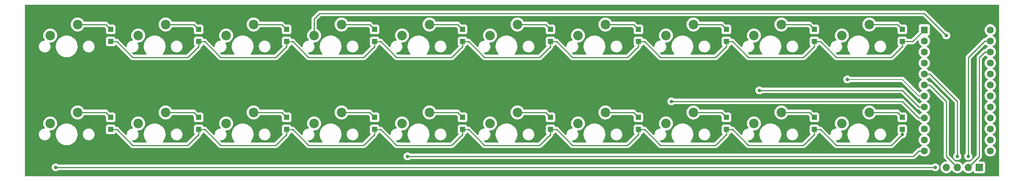
<source format=gbr>
%TF.GenerationSoftware,KiCad,Pcbnew,(6.0.5)*%
%TF.CreationDate,2022-05-21T19:41:19+01:00*%
%TF.ProjectId,ButterStick,42757474-6572-4537-9469-636b2e6b6963,rev?*%
%TF.SameCoordinates,Original*%
%TF.FileFunction,Copper,L2,Bot*%
%TF.FilePolarity,Positive*%
%FSLAX46Y46*%
G04 Gerber Fmt 4.6, Leading zero omitted, Abs format (unit mm)*
G04 Created by KiCad (PCBNEW (6.0.5)) date 2022-05-21 19:41:19*
%MOMM*%
%LPD*%
G01*
G04 APERTURE LIST*
%TA.AperFunction,ComponentPad*%
%ADD10R,1.700000X1.700000*%
%TD*%
%TA.AperFunction,ComponentPad*%
%ADD11O,1.700000X1.700000*%
%TD*%
%TA.AperFunction,ComponentPad*%
%ADD12C,2.200000*%
%TD*%
%TA.AperFunction,ComponentPad*%
%ADD13R,1.600000X1.600000*%
%TD*%
%TA.AperFunction,ComponentPad*%
%ADD14C,1.600000*%
%TD*%
%TA.AperFunction,SMDPad,CuDef*%
%ADD15R,1.200000X1.200000*%
%TD*%
%TA.AperFunction,ViaPad*%
%ADD16C,0.800000*%
%TD*%
%TA.AperFunction,Conductor*%
%ADD17C,0.250000*%
%TD*%
%TA.AperFunction,Conductor*%
%ADD18C,0.200000*%
%TD*%
G04 APERTURE END LIST*
D10*
%TO.P,OLED,1*%
%TO.N,N/C*%
X246380000Y-68580000D03*
D11*
%TO.P,OLED,2*%
X243840000Y-68580000D03*
%TO.P,OLED,3*%
X241300000Y-68580000D03*
%TO.P,OLED,4*%
X238760000Y-68580000D03*
%TD*%
D12*
%TO.P,1x10S,1*%
%TO.N,N/C*%
X220980000Y-35560000D03*
%TO.P,1x10S,2*%
X214630000Y-38100000D03*
%TD*%
%TO.P,2x7S,1*%
%TO.N,N/C*%
X160020000Y-55880000D03*
%TO.P,2x7S,2*%
X153670000Y-58420000D03*
%TD*%
%TO.P,2x10S,1*%
%TO.N,N/C*%
X220980000Y-55880000D03*
%TO.P,2x10S,2*%
X214630000Y-58420000D03*
%TD*%
D13*
%TO.P,REF\u002A\u002A,1*%
%TO.N,N/C*%
X233680000Y-36830000D03*
D14*
%TO.P,REF\u002A\u002A,2*%
X233680000Y-39370000D03*
%TO.P,REF\u002A\u002A,3*%
X233680000Y-41910000D03*
%TO.P,REF\u002A\u002A,4*%
X233680000Y-44450000D03*
%TO.P,REF\u002A\u002A,5*%
X233680000Y-46990000D03*
%TO.P,REF\u002A\u002A,6*%
X233680000Y-49530000D03*
%TO.P,REF\u002A\u002A,7*%
X233680000Y-52070000D03*
%TO.P,REF\u002A\u002A,8*%
X233680000Y-54610000D03*
%TO.P,REF\u002A\u002A,9*%
X233680000Y-57150000D03*
%TO.P,REF\u002A\u002A,10*%
X233680000Y-59690000D03*
%TO.P,REF\u002A\u002A,11*%
X233680000Y-62230000D03*
%TO.P,REF\u002A\u002A,12*%
X233680000Y-64770000D03*
%TO.P,REF\u002A\u002A,13*%
X248920000Y-64770000D03*
%TO.P,REF\u002A\u002A,14*%
X248920000Y-62230000D03*
%TO.P,REF\u002A\u002A,15*%
X248920000Y-59690000D03*
%TO.P,REF\u002A\u002A,16*%
X248920000Y-57150000D03*
%TO.P,REF\u002A\u002A,17*%
X248920000Y-54610000D03*
%TO.P,REF\u002A\u002A,18*%
X248920000Y-52070000D03*
%TO.P,REF\u002A\u002A,19*%
X248920000Y-49530000D03*
%TO.P,REF\u002A\u002A,20*%
X248920000Y-46990000D03*
%TO.P,REF\u002A\u002A,21*%
X248920000Y-44450000D03*
%TO.P,REF\u002A\u002A,22*%
X248920000Y-41910000D03*
%TO.P,REF\u002A\u002A,23*%
X248920000Y-39370000D03*
%TO.P,REF\u002A\u002A,24*%
X248920000Y-36830000D03*
%TD*%
D15*
%TO.P,2x10D,1*%
%TO.N,N/C*%
X228600000Y-59820000D03*
%TO.P,2x10D,2*%
X228600000Y-57020000D03*
%TD*%
%TO.P,2x9D,1*%
%TO.N,N/C*%
X208280000Y-59820000D03*
%TO.P,2x9D,2*%
X208280000Y-57020000D03*
%TD*%
%TO.P,2x8D,1*%
%TO.N,N/C*%
X187960000Y-59820000D03*
%TO.P,2x8D,2*%
X187960000Y-57020000D03*
%TD*%
%TO.P,2x7D,1*%
%TO.N,N/C*%
X167640000Y-59820000D03*
%TO.P,2x7D,2*%
X167640000Y-57020000D03*
%TD*%
%TO.P,2x6D,1*%
%TO.N,N/C*%
X147320000Y-59820000D03*
%TO.P,2x6D,2*%
X147320000Y-57020000D03*
%TD*%
%TO.P,2x5D,1*%
%TO.N,N/C*%
X127000000Y-59820000D03*
%TO.P,2x5D,2*%
X127000000Y-57020000D03*
%TD*%
%TO.P,2x4D,1*%
%TO.N,N/C*%
X106680000Y-59820000D03*
%TO.P,2x4D,2*%
X106680000Y-57020000D03*
%TD*%
%TO.P,2x3D,1*%
%TO.N,N/C*%
X86360000Y-59820000D03*
%TO.P,2x3D,2*%
X86360000Y-57020000D03*
%TD*%
%TO.P,2x2D,1*%
%TO.N,N/C*%
X66040000Y-59820000D03*
%TO.P,2x2D,2*%
X66040000Y-57020000D03*
%TD*%
%TO.P,2x1D,1*%
%TO.N,N/C*%
X45720000Y-59820000D03*
%TO.P,2x1D,2*%
X45720000Y-57020000D03*
%TD*%
%TO.P,1x10D,1*%
%TO.N,N/C*%
X228600000Y-39500000D03*
%TO.P,1x10D,2*%
X228600000Y-36700000D03*
%TD*%
%TO.P,1x9D,1*%
%TO.N,N/C*%
X208280000Y-39500000D03*
%TO.P,1x9D,2*%
X208280000Y-36700000D03*
%TD*%
%TO.P,1x8D,1*%
%TO.N,N/C*%
X187960000Y-39500000D03*
%TO.P,1x8D,2*%
X187960000Y-36700000D03*
%TD*%
%TO.P,1x7D,1*%
%TO.N,N/C*%
X167640000Y-39500000D03*
%TO.P,1x7D,2*%
X167640000Y-36700000D03*
%TD*%
%TO.P,1x6D,1*%
%TO.N,N/C*%
X147320000Y-39500000D03*
%TO.P,1x6D,2*%
X147320000Y-36700000D03*
%TD*%
%TO.P,1x5D,1*%
%TO.N,N/C*%
X127000000Y-39500000D03*
%TO.P,1x5D,2*%
X127000000Y-36700000D03*
%TD*%
%TO.P,1x4D,1*%
%TO.N,N/C*%
X106680000Y-39500000D03*
%TO.P,1x4D,2*%
X106680000Y-36700000D03*
%TD*%
%TO.P,1x3D,1*%
%TO.N,N/C*%
X86360000Y-39500000D03*
%TO.P,1x3D,2*%
X86360000Y-36700000D03*
%TD*%
%TO.P,1x2D,1*%
%TO.N,N/C*%
X66040000Y-39500000D03*
%TO.P,1x2D,2*%
X66040000Y-36700000D03*
%TD*%
%TO.P,1x1D,1*%
%TO.N,N/C*%
X45720000Y-39500000D03*
%TO.P,1x1D,2*%
X45720000Y-36700000D03*
%TD*%
D12*
%TO.P,2x1S,2*%
%TO.N,N/C*%
X31750000Y-58420000D03*
%TO.P,2x1S,1*%
X38100000Y-55880000D03*
%TD*%
%TO.P,2x4S,1*%
%TO.N,N/C*%
X99060000Y-55880000D03*
%TO.P,2x4S,2*%
X92710000Y-58420000D03*
%TD*%
%TO.P,2x2S,1*%
%TO.N,N/C*%
X58420000Y-55880000D03*
%TO.P,2x2S,2*%
X52070000Y-58420000D03*
%TD*%
%TO.P,2x3S,1*%
%TO.N,N/C*%
X78740000Y-55880000D03*
%TO.P,2x3S,2*%
X72390000Y-58420000D03*
%TD*%
%TO.P,2x5S,1*%
%TO.N,N/C*%
X119380000Y-55880000D03*
%TO.P,2x5S,2*%
X113030000Y-58420000D03*
%TD*%
%TO.P,2x9S,1*%
%TO.N,N/C*%
X200660000Y-55880000D03*
%TO.P,2x9S,2*%
X194310000Y-58420000D03*
%TD*%
%TO.P,2x8S,1*%
%TO.N,N/C*%
X180340000Y-55880000D03*
%TO.P,2x8S,2*%
X173990000Y-58420000D03*
%TD*%
%TO.P,2x6S,1*%
%TO.N,N/C*%
X139700000Y-55880000D03*
%TO.P,2x6S,2*%
X133350000Y-58420000D03*
%TD*%
%TO.P,1x6S,1*%
%TO.N,N/C*%
X139700000Y-35560000D03*
%TO.P,1x6S,2*%
X133350000Y-38100000D03*
%TD*%
%TO.P,1x9S,1*%
%TO.N,N/C*%
X200660000Y-35560000D03*
%TO.P,1x9S,2*%
X194310000Y-38100000D03*
%TD*%
%TO.P,1x7S,1*%
%TO.N,N/C*%
X160020000Y-35560000D03*
%TO.P,1x7S,2*%
X153670000Y-38100000D03*
%TD*%
%TO.P,1x8S,1*%
%TO.N,N/C*%
X180340000Y-35560000D03*
%TO.P,1x8S,2*%
X173990000Y-38100000D03*
%TD*%
%TO.P,1x5S,1*%
%TO.N,N/C*%
X119380000Y-35560000D03*
%TO.P,1x5S,2*%
X113030000Y-38100000D03*
%TD*%
%TO.P,1x4S,1*%
%TO.N,N/C*%
X99060000Y-35560000D03*
%TO.P,1x4S,2*%
X92710000Y-38100000D03*
%TD*%
%TO.P,1x3S,1*%
%TO.N,N/C*%
X78740000Y-35560000D03*
%TO.P,1x3S,2*%
X72390000Y-38100000D03*
%TD*%
%TO.P,1x2S,1*%
%TO.N,N/C*%
X58420000Y-35560000D03*
%TO.P,1x2S,2*%
X52070000Y-38100000D03*
%TD*%
%TO.P,1x1S,1*%
%TO.N,N/C*%
X38100000Y-35560000D03*
%TO.P,1x1S,2*%
X31750000Y-38100000D03*
%TD*%
D16*
%TO.N,*%
X243840000Y-66040000D03*
X241300000Y-66040000D03*
X236220000Y-68580000D03*
X238760000Y-38100000D03*
X175260000Y-53340000D03*
X195580000Y-50800000D03*
X215900000Y-48260000D03*
X33020000Y-68580000D03*
X114300000Y-66040000D03*
X228600000Y-60960000D03*
%TD*%
D17*
%TO.N,*%
X246380000Y-66040000D02*
X243840000Y-68580000D01*
X238760000Y-66040000D02*
X241300000Y-68580000D01*
X238760000Y-53340000D02*
X238760000Y-66040000D01*
X241300000Y-53340000D02*
X241300000Y-66040000D01*
X243840000Y-43180000D02*
X243840000Y-66040000D01*
X246380000Y-43180000D02*
X246380000Y-66040000D01*
X233680000Y-49530000D02*
X234950000Y-49530000D01*
X234950000Y-49530000D02*
X238760000Y-53340000D01*
X234950000Y-46990000D02*
X238760000Y-50800000D01*
X233680000Y-46990000D02*
X234950000Y-46990000D01*
X238760000Y-50800000D02*
X241300000Y-53340000D01*
X248920000Y-41910000D02*
X247650000Y-41910000D01*
X247650000Y-41910000D02*
X246380000Y-43180000D01*
X248920000Y-39370000D02*
X247650000Y-39370000D01*
X247650000Y-39370000D02*
X243840000Y-43180000D01*
X233680000Y-68580000D02*
X236220000Y-68580000D01*
X233680000Y-33020000D02*
X238760000Y-38100000D01*
X93980000Y-33020000D02*
X92710000Y-34290000D01*
X92710000Y-34290000D02*
X92710000Y-38100000D01*
X233680000Y-33020000D02*
X93980000Y-33020000D01*
X33020000Y-68580000D02*
X233680000Y-68580000D01*
D18*
X215900000Y-48260000D02*
X228600000Y-48260000D01*
X232410000Y-52070000D02*
X233680000Y-52070000D01*
X228600000Y-48260000D02*
X232410000Y-52070000D01*
D17*
X228600000Y-50800000D02*
X195580000Y-50800000D01*
X233680000Y-54610000D02*
X232410000Y-54610000D01*
X232410000Y-54610000D02*
X228600000Y-50800000D01*
X228600000Y-53340000D02*
X175260000Y-53340000D01*
X233680000Y-57150000D02*
X232410000Y-57150000D01*
X232410000Y-57150000D02*
X228600000Y-53340000D01*
X114300000Y-66040000D02*
X231140000Y-66040000D01*
X231140000Y-66040000D02*
X232410000Y-64770000D01*
X232410000Y-64770000D02*
X233680000Y-64770000D01*
X213360000Y-63500000D02*
X226060000Y-63500000D01*
X208280000Y-59820000D02*
X209680000Y-59820000D01*
X209680000Y-59820000D02*
X213360000Y-63500000D01*
X226060000Y-63500000D02*
X228600000Y-60960000D01*
X228600000Y-60960000D02*
X228600000Y-59820000D01*
X193040000Y-63500000D02*
X205740000Y-63500000D01*
X187960000Y-59820000D02*
X189360000Y-59820000D01*
X208280000Y-60960000D02*
X208280000Y-59820000D01*
X189360000Y-59820000D02*
X193040000Y-63500000D01*
X205740000Y-63500000D02*
X208280000Y-60960000D01*
X172720000Y-63500000D02*
X185420000Y-63500000D01*
X167640000Y-59820000D02*
X169040000Y-59820000D01*
X187960000Y-60960000D02*
X187960000Y-59820000D01*
X169040000Y-59820000D02*
X172720000Y-63500000D01*
X185420000Y-63500000D02*
X187960000Y-60960000D01*
X147320000Y-59820000D02*
X148720000Y-59820000D01*
X152400000Y-63500000D02*
X165100000Y-63500000D01*
X148720000Y-59820000D02*
X152400000Y-63500000D01*
X165100000Y-63500000D02*
X167640000Y-60960000D01*
X167640000Y-60960000D02*
X167640000Y-59820000D01*
X132080000Y-63500000D02*
X144780000Y-63500000D01*
X144780000Y-63500000D02*
X147320000Y-60960000D01*
X127000000Y-59820000D02*
X128400000Y-59820000D01*
X128400000Y-59820000D02*
X132080000Y-63500000D01*
X147320000Y-60960000D02*
X147320000Y-59820000D01*
X111760000Y-63500000D02*
X124460000Y-63500000D01*
X106680000Y-59820000D02*
X108080000Y-59820000D01*
X108080000Y-59820000D02*
X111760000Y-63500000D01*
X124460000Y-63500000D02*
X127000000Y-60960000D01*
X127000000Y-60960000D02*
X127000000Y-59820000D01*
X91440000Y-63500000D02*
X104140000Y-63500000D01*
X86360000Y-59820000D02*
X87760000Y-59820000D01*
X87760000Y-59820000D02*
X91440000Y-63500000D01*
X104140000Y-63500000D02*
X106680000Y-60960000D01*
X106680000Y-60960000D02*
X106680000Y-59820000D01*
X71120000Y-63500000D02*
X83820000Y-63500000D01*
X66040000Y-59820000D02*
X67440000Y-59820000D01*
X67440000Y-59820000D02*
X71120000Y-63500000D01*
X83820000Y-63500000D02*
X86360000Y-60960000D01*
X86360000Y-60960000D02*
X86360000Y-59820000D01*
X50800000Y-63500000D02*
X63500000Y-63500000D01*
X45720000Y-59820000D02*
X47120000Y-59820000D01*
X47120000Y-59820000D02*
X50800000Y-63500000D01*
X63500000Y-63500000D02*
X66040000Y-60960000D01*
X66040000Y-60960000D02*
X66040000Y-59820000D01*
X228600000Y-39500000D02*
X231010000Y-39500000D01*
X231010000Y-39500000D02*
X233680000Y-36830000D01*
X213360000Y-43180000D02*
X226060000Y-43180000D01*
X208280000Y-39500000D02*
X209680000Y-39500000D01*
X209680000Y-39500000D02*
X213360000Y-43180000D01*
X226060000Y-43180000D02*
X228600000Y-40640000D01*
X228600000Y-40640000D02*
X228600000Y-39500000D01*
X193040000Y-43180000D02*
X205740000Y-43180000D01*
X187960000Y-39500000D02*
X189360000Y-39500000D01*
X189360000Y-39500000D02*
X193040000Y-43180000D01*
X205740000Y-43180000D02*
X208280000Y-40640000D01*
X208280000Y-40640000D02*
X208280000Y-39500000D01*
X172720000Y-43180000D02*
X185420000Y-43180000D01*
X167640000Y-39500000D02*
X169040000Y-39500000D01*
X169040000Y-39500000D02*
X172720000Y-43180000D01*
X185420000Y-43180000D02*
X187960000Y-40640000D01*
X187960000Y-40640000D02*
X187960000Y-39500000D01*
X152400000Y-43180000D02*
X165100000Y-43180000D01*
X147320000Y-39500000D02*
X148720000Y-39500000D01*
X148720000Y-39500000D02*
X152400000Y-43180000D01*
X165100000Y-43180000D02*
X167640000Y-40640000D01*
X167640000Y-40640000D02*
X167640000Y-39500000D01*
X132080000Y-43180000D02*
X144780000Y-43180000D01*
X127000000Y-39500000D02*
X128400000Y-39500000D01*
X128400000Y-39500000D02*
X132080000Y-43180000D01*
X144780000Y-43180000D02*
X147320000Y-40640000D01*
X147320000Y-40640000D02*
X147320000Y-39500000D01*
X106680000Y-39500000D02*
X108080000Y-39500000D01*
X127000000Y-40640000D02*
X127000000Y-39500000D01*
X111760000Y-43180000D02*
X124460000Y-43180000D01*
X108080000Y-39500000D02*
X111760000Y-43180000D01*
X124460000Y-43180000D02*
X127000000Y-40640000D01*
X91440000Y-43180000D02*
X104140000Y-43180000D01*
X86360000Y-39500000D02*
X87760000Y-39500000D01*
X87760000Y-39500000D02*
X91440000Y-43180000D01*
X106680000Y-40640000D02*
X106680000Y-39500000D01*
X104140000Y-43180000D02*
X106680000Y-40640000D01*
X71120000Y-43180000D02*
X83820000Y-43180000D01*
X83820000Y-43180000D02*
X86360000Y-40640000D01*
X66040000Y-39500000D02*
X67440000Y-39500000D01*
X67440000Y-39500000D02*
X71120000Y-43180000D01*
X86360000Y-40640000D02*
X86360000Y-39500000D01*
X50800000Y-43180000D02*
X63500000Y-43180000D01*
X45720000Y-39500000D02*
X47120000Y-39500000D01*
X47120000Y-39500000D02*
X50800000Y-43180000D01*
X63500000Y-43180000D02*
X66040000Y-40640000D01*
X66040000Y-40640000D02*
X66040000Y-39500000D01*
X38100000Y-55880000D02*
X44580000Y-55880000D01*
X44580000Y-55880000D02*
X45720000Y-57020000D01*
X58420000Y-55880000D02*
X64900000Y-55880000D01*
X64900000Y-55880000D02*
X66040000Y-57020000D01*
X78740000Y-55880000D02*
X85220000Y-55880000D01*
X85220000Y-55880000D02*
X86360000Y-57020000D01*
X99060000Y-55880000D02*
X105540000Y-55880000D01*
X105540000Y-55880000D02*
X106680000Y-57020000D01*
X119380000Y-55880000D02*
X125860000Y-55880000D01*
X125860000Y-55880000D02*
X127000000Y-57020000D01*
X139700000Y-55880000D02*
X146180000Y-55880000D01*
X146180000Y-55880000D02*
X147320000Y-57020000D01*
X160020000Y-55880000D02*
X166500000Y-55880000D01*
X166500000Y-55880000D02*
X167640000Y-57020000D01*
X180340000Y-55880000D02*
X186820000Y-55880000D01*
X186820000Y-55880000D02*
X187960000Y-57020000D01*
X200660000Y-55880000D02*
X207140000Y-55880000D01*
X207140000Y-55880000D02*
X208280000Y-57020000D01*
X220980000Y-55880000D02*
X227460000Y-55880000D01*
X227460000Y-55880000D02*
X228600000Y-57020000D01*
X78740000Y-35560000D02*
X85220000Y-35560000D01*
X85220000Y-35560000D02*
X86360000Y-36700000D01*
X99060000Y-35560000D02*
X105540000Y-35560000D01*
X105540000Y-35560000D02*
X106680000Y-36700000D01*
X119380000Y-35560000D02*
X125860000Y-35560000D01*
X125860000Y-35560000D02*
X127000000Y-36700000D01*
X139700000Y-35560000D02*
X146180000Y-35560000D01*
X146180000Y-35560000D02*
X147320000Y-36700000D01*
X160020000Y-35560000D02*
X166500000Y-35560000D01*
X166500000Y-35560000D02*
X167640000Y-36700000D01*
X180340000Y-35560000D02*
X186820000Y-35560000D01*
X186820000Y-35560000D02*
X187960000Y-36700000D01*
X200660000Y-35560000D02*
X207140000Y-35560000D01*
X207140000Y-35560000D02*
X208280000Y-36700000D01*
X220980000Y-35560000D02*
X227460000Y-35560000D01*
X227460000Y-35560000D02*
X228600000Y-36700000D01*
X58420000Y-35560000D02*
X64900000Y-35560000D01*
X64900000Y-35560000D02*
X66040000Y-36700000D01*
X38100000Y-35560000D02*
X44580000Y-35560000D01*
X44580000Y-35560000D02*
X45720000Y-36700000D01*
%TD*%
%TA.AperFunction,NonConductor*%
G36*
X250893621Y-31008502D02*
G01*
X250940114Y-31062158D01*
X250951500Y-31114500D01*
X250951500Y-70485500D01*
X250931498Y-70553621D01*
X250877842Y-70600114D01*
X250825500Y-70611500D01*
X26034500Y-70611500D01*
X25966379Y-70591498D01*
X25919886Y-70537842D01*
X25908500Y-70485500D01*
X25908500Y-68580000D01*
X32106496Y-68580000D01*
X32126458Y-68769928D01*
X32185473Y-68951556D01*
X32188776Y-68957278D01*
X32188777Y-68957279D01*
X32209069Y-68992425D01*
X32280960Y-69116944D01*
X32285378Y-69121851D01*
X32285379Y-69121852D01*
X32385909Y-69233502D01*
X32408747Y-69258866D01*
X32563248Y-69371118D01*
X32569276Y-69373802D01*
X32569278Y-69373803D01*
X32594625Y-69385088D01*
X32737712Y-69448794D01*
X32824009Y-69467137D01*
X32918056Y-69487128D01*
X32918061Y-69487128D01*
X32924513Y-69488500D01*
X33115487Y-69488500D01*
X33121939Y-69487128D01*
X33121944Y-69487128D01*
X33215991Y-69467137D01*
X33302288Y-69448794D01*
X33445375Y-69385088D01*
X33470722Y-69373803D01*
X33470724Y-69373802D01*
X33476752Y-69371118D01*
X33631253Y-69258866D01*
X33635668Y-69253963D01*
X33640580Y-69249540D01*
X33641705Y-69250789D01*
X33695014Y-69217949D01*
X33728200Y-69213500D01*
X235511800Y-69213500D01*
X235579921Y-69233502D01*
X235599147Y-69249843D01*
X235599420Y-69249540D01*
X235604332Y-69253963D01*
X235608747Y-69258866D01*
X235763248Y-69371118D01*
X235769276Y-69373802D01*
X235769278Y-69373803D01*
X235794625Y-69385088D01*
X235937712Y-69448794D01*
X236024009Y-69467137D01*
X236118056Y-69487128D01*
X236118061Y-69487128D01*
X236124513Y-69488500D01*
X236315487Y-69488500D01*
X236321939Y-69487128D01*
X236321944Y-69487128D01*
X236415991Y-69467137D01*
X236502288Y-69448794D01*
X236645375Y-69385088D01*
X236670722Y-69373803D01*
X236670724Y-69373802D01*
X236676752Y-69371118D01*
X236831253Y-69258866D01*
X236854091Y-69233502D01*
X236954621Y-69121852D01*
X236954622Y-69121851D01*
X236959040Y-69116944D01*
X237030931Y-68992425D01*
X237051223Y-68957279D01*
X237051224Y-68957278D01*
X237054527Y-68951556D01*
X237113542Y-68769928D01*
X237133504Y-68580000D01*
X237113542Y-68390072D01*
X237054527Y-68208444D01*
X236959040Y-68043056D01*
X236862503Y-67935840D01*
X236835675Y-67906045D01*
X236835674Y-67906044D01*
X236831253Y-67901134D01*
X236676752Y-67788882D01*
X236670724Y-67786198D01*
X236670722Y-67786197D01*
X236508319Y-67713891D01*
X236508318Y-67713891D01*
X236502288Y-67711206D01*
X236380331Y-67685283D01*
X236321944Y-67672872D01*
X236321939Y-67672872D01*
X236315487Y-67671500D01*
X236124513Y-67671500D01*
X236118061Y-67672872D01*
X236118056Y-67672872D01*
X236059669Y-67685283D01*
X235937712Y-67711206D01*
X235931682Y-67713891D01*
X235931681Y-67713891D01*
X235769278Y-67786197D01*
X235769276Y-67786198D01*
X235763248Y-67788882D01*
X235608747Y-67901134D01*
X235604332Y-67906037D01*
X235599420Y-67910460D01*
X235598295Y-67909211D01*
X235544986Y-67942051D01*
X235511800Y-67946500D01*
X33728200Y-67946500D01*
X33660079Y-67926498D01*
X33640853Y-67910157D01*
X33640580Y-67910460D01*
X33635668Y-67906037D01*
X33631253Y-67901134D01*
X33476752Y-67788882D01*
X33470724Y-67786198D01*
X33470722Y-67786197D01*
X33308319Y-67713891D01*
X33308318Y-67713891D01*
X33302288Y-67711206D01*
X33180331Y-67685283D01*
X33121944Y-67672872D01*
X33121939Y-67672872D01*
X33115487Y-67671500D01*
X32924513Y-67671500D01*
X32918061Y-67672872D01*
X32918056Y-67672872D01*
X32859669Y-67685283D01*
X32737712Y-67711206D01*
X32731682Y-67713891D01*
X32731681Y-67713891D01*
X32569278Y-67786197D01*
X32569276Y-67786198D01*
X32563248Y-67788882D01*
X32408747Y-67901134D01*
X32404326Y-67906044D01*
X32404325Y-67906045D01*
X32377498Y-67935840D01*
X32280960Y-68043056D01*
X32185473Y-68208444D01*
X32126458Y-68390072D01*
X32106496Y-68580000D01*
X25908500Y-68580000D01*
X25908500Y-60895774D01*
X29118102Y-60895774D01*
X29118302Y-60901103D01*
X29118302Y-60901105D01*
X29120267Y-60953435D01*
X29126751Y-61126158D01*
X29174093Y-61351791D01*
X29176051Y-61356750D01*
X29176052Y-61356752D01*
X29213668Y-61452000D01*
X29258776Y-61566221D01*
X29378377Y-61763317D01*
X29381874Y-61767347D01*
X29468438Y-61867103D01*
X29529477Y-61937445D01*
X29533608Y-61940832D01*
X29703627Y-62080240D01*
X29703633Y-62080244D01*
X29707755Y-62083624D01*
X29712391Y-62086263D01*
X29712394Y-62086265D01*
X29821422Y-62148327D01*
X29908114Y-62197675D01*
X30124825Y-62276337D01*
X30130074Y-62277286D01*
X30130077Y-62277287D01*
X30347608Y-62316623D01*
X30347615Y-62316624D01*
X30351692Y-62317361D01*
X30369414Y-62318197D01*
X30374356Y-62318430D01*
X30374363Y-62318430D01*
X30375844Y-62318500D01*
X30537890Y-62318500D01*
X30604809Y-62312822D01*
X30704409Y-62304371D01*
X30704413Y-62304370D01*
X30709720Y-62303920D01*
X30714875Y-62302582D01*
X30714881Y-62302581D01*
X30927703Y-62247343D01*
X30927707Y-62247342D01*
X30932872Y-62246001D01*
X30937738Y-62243809D01*
X30937741Y-62243808D01*
X31138202Y-62153507D01*
X31143075Y-62151312D01*
X31334319Y-62022559D01*
X31501135Y-61863424D01*
X31638754Y-61678458D01*
X31656910Y-61642749D01*
X31731040Y-61496944D01*
X31743240Y-61472949D01*
X31746126Y-61463657D01*
X31810024Y-61257871D01*
X31811607Y-61252773D01*
X31826108Y-61143365D01*
X31829494Y-61117821D01*
X33051500Y-61117821D01*
X33091060Y-61430975D01*
X33169557Y-61736702D01*
X33171010Y-61740371D01*
X33171010Y-61740372D01*
X33281279Y-62018878D01*
X33285753Y-62030179D01*
X33287659Y-62033647D01*
X33287660Y-62033648D01*
X33421603Y-62277287D01*
X33437816Y-62306779D01*
X33623346Y-62562140D01*
X33737992Y-62684225D01*
X33835649Y-62788219D01*
X33839418Y-62792233D01*
X34082625Y-62993432D01*
X34349131Y-63162562D01*
X34352710Y-63164246D01*
X34352717Y-63164250D01*
X34631144Y-63295267D01*
X34631148Y-63295269D01*
X34634734Y-63296956D01*
X34934928Y-63394495D01*
X35244980Y-63453641D01*
X35481162Y-63468500D01*
X35638838Y-63468500D01*
X35875020Y-63453641D01*
X36185072Y-63394495D01*
X36485266Y-63296956D01*
X36488852Y-63295269D01*
X36488856Y-63295267D01*
X36767283Y-63164250D01*
X36767290Y-63164246D01*
X36770869Y-63162562D01*
X37037375Y-62993432D01*
X37280582Y-62792233D01*
X37284352Y-62788219D01*
X37382008Y-62684225D01*
X37496654Y-62562140D01*
X37682184Y-62306779D01*
X37698398Y-62277287D01*
X37832340Y-62033648D01*
X37832341Y-62033647D01*
X37834247Y-62030179D01*
X37838722Y-62018878D01*
X37948990Y-61740372D01*
X37948990Y-61740371D01*
X37950443Y-61736702D01*
X38028940Y-61430975D01*
X38068500Y-61117821D01*
X38068500Y-60895774D01*
X39278102Y-60895774D01*
X39278302Y-60901103D01*
X39278302Y-60901105D01*
X39280267Y-60953435D01*
X39286751Y-61126158D01*
X39334093Y-61351791D01*
X39336051Y-61356750D01*
X39336052Y-61356752D01*
X39373668Y-61452000D01*
X39418776Y-61566221D01*
X39538377Y-61763317D01*
X39541874Y-61767347D01*
X39628438Y-61867103D01*
X39689477Y-61937445D01*
X39693608Y-61940832D01*
X39863627Y-62080240D01*
X39863633Y-62080244D01*
X39867755Y-62083624D01*
X39872391Y-62086263D01*
X39872394Y-62086265D01*
X39981422Y-62148327D01*
X40068114Y-62197675D01*
X40284825Y-62276337D01*
X40290074Y-62277286D01*
X40290077Y-62277287D01*
X40507608Y-62316623D01*
X40507615Y-62316624D01*
X40511692Y-62317361D01*
X40529414Y-62318197D01*
X40534356Y-62318430D01*
X40534363Y-62318430D01*
X40535844Y-62318500D01*
X40697890Y-62318500D01*
X40764809Y-62312822D01*
X40864409Y-62304371D01*
X40864413Y-62304370D01*
X40869720Y-62303920D01*
X40874875Y-62302582D01*
X40874881Y-62302581D01*
X41087703Y-62247343D01*
X41087707Y-62247342D01*
X41092872Y-62246001D01*
X41097738Y-62243809D01*
X41097741Y-62243808D01*
X41298202Y-62153507D01*
X41303075Y-62151312D01*
X41494319Y-62022559D01*
X41661135Y-61863424D01*
X41798754Y-61678458D01*
X41816910Y-61642749D01*
X41891040Y-61496944D01*
X41903240Y-61472949D01*
X41906126Y-61463657D01*
X41970024Y-61257871D01*
X41971607Y-61252773D01*
X41986108Y-61143365D01*
X42001198Y-61029511D01*
X42001198Y-61029506D01*
X42001898Y-61024226D01*
X41993249Y-60793842D01*
X41945907Y-60568209D01*
X41906385Y-60468134D01*
X44611500Y-60468134D01*
X44618255Y-60530316D01*
X44669385Y-60666705D01*
X44756739Y-60783261D01*
X44873295Y-60870615D01*
X45009684Y-60921745D01*
X45071866Y-60928500D01*
X46368134Y-60928500D01*
X46430316Y-60921745D01*
X46566705Y-60870615D01*
X46683261Y-60783261D01*
X46770615Y-60666705D01*
X46783769Y-60631617D01*
X46826410Y-60574852D01*
X46892971Y-60550152D01*
X46962320Y-60565359D01*
X46990846Y-60586751D01*
X50296348Y-63892253D01*
X50303888Y-63900539D01*
X50308000Y-63907018D01*
X50313777Y-63912443D01*
X50357651Y-63953643D01*
X50360493Y-63956398D01*
X50380230Y-63976135D01*
X50383427Y-63978615D01*
X50392447Y-63986318D01*
X50424679Y-64016586D01*
X50431625Y-64020405D01*
X50431628Y-64020407D01*
X50442434Y-64026348D01*
X50458953Y-64037199D01*
X50474959Y-64049614D01*
X50482228Y-64052759D01*
X50482232Y-64052762D01*
X50515537Y-64067174D01*
X50526187Y-64072391D01*
X50564940Y-64093695D01*
X50572615Y-64095666D01*
X50572616Y-64095666D01*
X50584562Y-64098733D01*
X50603267Y-64105137D01*
X50621855Y-64113181D01*
X50629678Y-64114420D01*
X50629688Y-64114423D01*
X50665524Y-64120099D01*
X50677144Y-64122505D01*
X50708959Y-64130673D01*
X50719970Y-64133500D01*
X50740224Y-64133500D01*
X50759934Y-64135051D01*
X50779943Y-64138220D01*
X50787835Y-64137474D01*
X50806580Y-64135702D01*
X50823962Y-64134059D01*
X50835819Y-64133500D01*
X63421233Y-64133500D01*
X63432416Y-64134027D01*
X63439909Y-64135702D01*
X63447835Y-64135453D01*
X63447836Y-64135453D01*
X63507986Y-64133562D01*
X63511945Y-64133500D01*
X63539856Y-64133500D01*
X63543791Y-64133003D01*
X63543856Y-64132995D01*
X63555693Y-64132062D01*
X63587951Y-64131048D01*
X63591970Y-64130922D01*
X63599889Y-64130673D01*
X63619343Y-64125021D01*
X63638700Y-64121013D01*
X63650930Y-64119468D01*
X63650931Y-64119468D01*
X63658797Y-64118474D01*
X63666168Y-64115555D01*
X63666170Y-64115555D01*
X63699912Y-64102196D01*
X63711142Y-64098351D01*
X63745983Y-64088229D01*
X63745984Y-64088229D01*
X63753593Y-64086018D01*
X63760412Y-64081985D01*
X63760417Y-64081983D01*
X63771028Y-64075707D01*
X63788776Y-64067012D01*
X63807617Y-64059552D01*
X63843387Y-64033564D01*
X63853307Y-64027048D01*
X63884535Y-64008580D01*
X63884538Y-64008578D01*
X63891362Y-64004542D01*
X63905683Y-63990221D01*
X63920717Y-63977380D01*
X63930694Y-63970131D01*
X63937107Y-63965472D01*
X63965298Y-63931395D01*
X63973288Y-63922616D01*
X66432247Y-61463657D01*
X66440537Y-61456113D01*
X66447018Y-61452000D01*
X66493659Y-61402332D01*
X66496413Y-61399491D01*
X66516134Y-61379770D01*
X66518612Y-61376575D01*
X66526318Y-61367553D01*
X66536461Y-61356752D01*
X66556586Y-61335321D01*
X66566346Y-61317568D01*
X66577199Y-61301045D01*
X66584753Y-61291306D01*
X66589613Y-61285041D01*
X66607176Y-61244457D01*
X66612383Y-61233827D01*
X66633695Y-61195060D01*
X66635666Y-61187383D01*
X66635668Y-61187378D01*
X66638732Y-61175442D01*
X66645138Y-61156730D01*
X66650034Y-61145417D01*
X66653181Y-61138145D01*
X66655778Y-61121753D01*
X66660097Y-61094481D01*
X66662504Y-61082860D01*
X66671528Y-61047711D01*
X66671528Y-61047710D01*
X66673500Y-61040030D01*
X66673500Y-61032101D01*
X66674493Y-61024240D01*
X66677394Y-61024606D01*
X66693502Y-60969749D01*
X66747158Y-60923256D01*
X66755270Y-60919888D01*
X66878297Y-60873767D01*
X66886705Y-60870615D01*
X67003261Y-60783261D01*
X67090615Y-60666705D01*
X67103769Y-60631617D01*
X67146410Y-60574852D01*
X67212971Y-60550152D01*
X67282320Y-60565359D01*
X67310846Y-60586751D01*
X70616348Y-63892253D01*
X70623888Y-63900539D01*
X70628000Y-63907018D01*
X70633777Y-63912443D01*
X70677651Y-63953643D01*
X70680493Y-63956398D01*
X70700230Y-63976135D01*
X70703427Y-63978615D01*
X70712447Y-63986318D01*
X70744679Y-64016586D01*
X70751625Y-64020405D01*
X70751628Y-64020407D01*
X70762434Y-64026348D01*
X70778953Y-64037199D01*
X70794959Y-64049614D01*
X70802228Y-64052759D01*
X70802232Y-64052762D01*
X70835537Y-64067174D01*
X70846187Y-64072391D01*
X70884940Y-64093695D01*
X70892615Y-64095666D01*
X70892616Y-64095666D01*
X70904562Y-64098733D01*
X70923267Y-64105137D01*
X70941855Y-64113181D01*
X70949678Y-64114420D01*
X70949688Y-64114423D01*
X70985524Y-64120099D01*
X70997144Y-64122505D01*
X71028959Y-64130673D01*
X71039970Y-64133500D01*
X71060224Y-64133500D01*
X71079934Y-64135051D01*
X71099943Y-64138220D01*
X71107835Y-64137474D01*
X71126580Y-64135702D01*
X71143962Y-64134059D01*
X71155819Y-64133500D01*
X83741233Y-64133500D01*
X83752416Y-64134027D01*
X83759909Y-64135702D01*
X83767835Y-64135453D01*
X83767836Y-64135453D01*
X83827986Y-64133562D01*
X83831945Y-64133500D01*
X83859856Y-64133500D01*
X83863791Y-64133003D01*
X83863856Y-64132995D01*
X83875693Y-64132062D01*
X83907951Y-64131048D01*
X83911970Y-64130922D01*
X83919889Y-64130673D01*
X83939343Y-64125021D01*
X83958700Y-64121013D01*
X83970930Y-64119468D01*
X83970931Y-64119468D01*
X83978797Y-64118474D01*
X83986168Y-64115555D01*
X83986170Y-64115555D01*
X84019912Y-64102196D01*
X84031142Y-64098351D01*
X84065983Y-64088229D01*
X84065984Y-64088229D01*
X84073593Y-64086018D01*
X84080412Y-64081985D01*
X84080417Y-64081983D01*
X84091028Y-64075707D01*
X84108776Y-64067012D01*
X84127617Y-64059552D01*
X84163387Y-64033564D01*
X84173307Y-64027048D01*
X84204535Y-64008580D01*
X84204538Y-64008578D01*
X84211362Y-64004542D01*
X84225683Y-63990221D01*
X84240717Y-63977380D01*
X84250694Y-63970131D01*
X84257107Y-63965472D01*
X84285298Y-63931395D01*
X84293288Y-63922616D01*
X86752247Y-61463657D01*
X86760537Y-61456113D01*
X86767018Y-61452000D01*
X86813659Y-61402332D01*
X86816413Y-61399491D01*
X86836134Y-61379770D01*
X86838612Y-61376575D01*
X86846318Y-61367553D01*
X86856461Y-61356752D01*
X86876586Y-61335321D01*
X86886346Y-61317568D01*
X86897199Y-61301045D01*
X86904753Y-61291306D01*
X86909613Y-61285041D01*
X86927176Y-61244457D01*
X86932383Y-61233827D01*
X86953695Y-61195060D01*
X86955666Y-61187383D01*
X86955668Y-61187378D01*
X86958732Y-61175442D01*
X86965138Y-61156730D01*
X86970034Y-61145417D01*
X86973181Y-61138145D01*
X86975778Y-61121753D01*
X86980097Y-61094481D01*
X86982504Y-61082860D01*
X86991528Y-61047711D01*
X86991528Y-61047710D01*
X86993500Y-61040030D01*
X86993500Y-61032101D01*
X86994493Y-61024240D01*
X86997394Y-61024606D01*
X87013502Y-60969749D01*
X87067158Y-60923256D01*
X87075270Y-60919888D01*
X87198297Y-60873767D01*
X87206705Y-60870615D01*
X87323261Y-60783261D01*
X87410615Y-60666705D01*
X87423769Y-60631617D01*
X87466410Y-60574852D01*
X87532971Y-60550152D01*
X87602320Y-60565359D01*
X87630846Y-60586751D01*
X90936348Y-63892253D01*
X90943888Y-63900539D01*
X90948000Y-63907018D01*
X90953777Y-63912443D01*
X90997651Y-63953643D01*
X91000493Y-63956398D01*
X91020230Y-63976135D01*
X91023427Y-63978615D01*
X91032447Y-63986318D01*
X91064679Y-64016586D01*
X91071625Y-64020405D01*
X91071628Y-64020407D01*
X91082434Y-64026348D01*
X91098953Y-64037199D01*
X91114959Y-64049614D01*
X91122228Y-64052759D01*
X91122232Y-64052762D01*
X91155537Y-64067174D01*
X91166187Y-64072391D01*
X91204940Y-64093695D01*
X91212615Y-64095666D01*
X91212616Y-64095666D01*
X91224562Y-64098733D01*
X91243267Y-64105137D01*
X91261855Y-64113181D01*
X91269678Y-64114420D01*
X91269688Y-64114423D01*
X91305524Y-64120099D01*
X91317144Y-64122505D01*
X91348959Y-64130673D01*
X91359970Y-64133500D01*
X91380224Y-64133500D01*
X91399934Y-64135051D01*
X91419943Y-64138220D01*
X91427835Y-64137474D01*
X91446580Y-64135702D01*
X91463962Y-64134059D01*
X91475819Y-64133500D01*
X104061233Y-64133500D01*
X104072416Y-64134027D01*
X104079909Y-64135702D01*
X104087835Y-64135453D01*
X104087836Y-64135453D01*
X104147986Y-64133562D01*
X104151945Y-64133500D01*
X104179856Y-64133500D01*
X104183791Y-64133003D01*
X104183856Y-64132995D01*
X104195693Y-64132062D01*
X104227951Y-64131048D01*
X104231970Y-64130922D01*
X104239889Y-64130673D01*
X104259343Y-64125021D01*
X104278700Y-64121013D01*
X104290930Y-64119468D01*
X104290931Y-64119468D01*
X104298797Y-64118474D01*
X104306168Y-64115555D01*
X104306170Y-64115555D01*
X104339912Y-64102196D01*
X104351142Y-64098351D01*
X104385983Y-64088229D01*
X104385984Y-64088229D01*
X104393593Y-64086018D01*
X104400412Y-64081985D01*
X104400417Y-64081983D01*
X104411028Y-64075707D01*
X104428776Y-64067012D01*
X104447617Y-64059552D01*
X104483387Y-64033564D01*
X104493307Y-64027048D01*
X104524535Y-64008580D01*
X104524538Y-64008578D01*
X104531362Y-64004542D01*
X104545683Y-63990221D01*
X104560717Y-63977380D01*
X104570694Y-63970131D01*
X104577107Y-63965472D01*
X104605298Y-63931395D01*
X104613288Y-63922616D01*
X107072247Y-61463657D01*
X107080537Y-61456113D01*
X107087018Y-61452000D01*
X107133659Y-61402332D01*
X107136413Y-61399491D01*
X107156134Y-61379770D01*
X107158612Y-61376575D01*
X107166318Y-61367553D01*
X107176461Y-61356752D01*
X107196586Y-61335321D01*
X107206346Y-61317568D01*
X107217199Y-61301045D01*
X107224753Y-61291306D01*
X107229613Y-61285041D01*
X107247176Y-61244457D01*
X107252383Y-61233827D01*
X107273695Y-61195060D01*
X107275666Y-61187383D01*
X107275668Y-61187378D01*
X107278732Y-61175442D01*
X107285138Y-61156730D01*
X107290034Y-61145417D01*
X107293181Y-61138145D01*
X107295778Y-61121753D01*
X107300097Y-61094481D01*
X107302504Y-61082860D01*
X107311528Y-61047711D01*
X107311528Y-61047710D01*
X107313500Y-61040030D01*
X107313500Y-61032101D01*
X107314493Y-61024240D01*
X107317394Y-61024606D01*
X107333502Y-60969749D01*
X107387158Y-60923256D01*
X107395270Y-60919888D01*
X107518297Y-60873767D01*
X107526705Y-60870615D01*
X107643261Y-60783261D01*
X107730615Y-60666705D01*
X107743769Y-60631617D01*
X107786410Y-60574852D01*
X107852971Y-60550152D01*
X107922320Y-60565359D01*
X107950846Y-60586751D01*
X111256348Y-63892253D01*
X111263888Y-63900539D01*
X111268000Y-63907018D01*
X111273777Y-63912443D01*
X111317651Y-63953643D01*
X111320493Y-63956398D01*
X111340230Y-63976135D01*
X111343427Y-63978615D01*
X111352447Y-63986318D01*
X111384679Y-64016586D01*
X111391625Y-64020405D01*
X111391628Y-64020407D01*
X111402434Y-64026348D01*
X111418953Y-64037199D01*
X111434959Y-64049614D01*
X111442228Y-64052759D01*
X111442232Y-64052762D01*
X111475537Y-64067174D01*
X111486187Y-64072391D01*
X111524940Y-64093695D01*
X111532615Y-64095666D01*
X111532616Y-64095666D01*
X111544562Y-64098733D01*
X111563267Y-64105137D01*
X111581855Y-64113181D01*
X111589678Y-64114420D01*
X111589688Y-64114423D01*
X111625524Y-64120099D01*
X111637144Y-64122505D01*
X111668959Y-64130673D01*
X111679970Y-64133500D01*
X111700224Y-64133500D01*
X111719934Y-64135051D01*
X111739943Y-64138220D01*
X111747835Y-64137474D01*
X111766580Y-64135702D01*
X111783962Y-64134059D01*
X111795819Y-64133500D01*
X124381233Y-64133500D01*
X124392416Y-64134027D01*
X124399909Y-64135702D01*
X124407835Y-64135453D01*
X124407836Y-64135453D01*
X124467986Y-64133562D01*
X124471945Y-64133500D01*
X124499856Y-64133500D01*
X124503791Y-64133003D01*
X124503856Y-64132995D01*
X124515693Y-64132062D01*
X124547951Y-64131048D01*
X124551970Y-64130922D01*
X124559889Y-64130673D01*
X124579343Y-64125021D01*
X124598700Y-64121013D01*
X124610930Y-64119468D01*
X124610931Y-64119468D01*
X124618797Y-64118474D01*
X124626168Y-64115555D01*
X124626170Y-64115555D01*
X124659912Y-64102196D01*
X124671142Y-64098351D01*
X124705983Y-64088229D01*
X124705984Y-64088229D01*
X124713593Y-64086018D01*
X124720412Y-64081985D01*
X124720417Y-64081983D01*
X124731028Y-64075707D01*
X124748776Y-64067012D01*
X124767617Y-64059552D01*
X124803387Y-64033564D01*
X124813307Y-64027048D01*
X124844535Y-64008580D01*
X124844538Y-64008578D01*
X124851362Y-64004542D01*
X124865683Y-63990221D01*
X124880717Y-63977380D01*
X124890694Y-63970131D01*
X124897107Y-63965472D01*
X124925298Y-63931395D01*
X124933288Y-63922616D01*
X127392247Y-61463657D01*
X127400537Y-61456113D01*
X127407018Y-61452000D01*
X127453659Y-61402332D01*
X127456413Y-61399491D01*
X127476134Y-61379770D01*
X127478612Y-61376575D01*
X127486318Y-61367553D01*
X127496461Y-61356752D01*
X127516586Y-61335321D01*
X127526346Y-61317568D01*
X127537199Y-61301045D01*
X127544753Y-61291306D01*
X127549613Y-61285041D01*
X127567176Y-61244457D01*
X127572383Y-61233827D01*
X127593695Y-61195060D01*
X127595666Y-61187383D01*
X127595668Y-61187378D01*
X127598732Y-61175442D01*
X127605138Y-61156730D01*
X127610034Y-61145417D01*
X127613181Y-61138145D01*
X127615778Y-61121753D01*
X127620097Y-61094481D01*
X127622504Y-61082860D01*
X127631528Y-61047711D01*
X127631528Y-61047710D01*
X127633500Y-61040030D01*
X127633500Y-61032101D01*
X127634493Y-61024240D01*
X127637394Y-61024606D01*
X127653502Y-60969749D01*
X127707158Y-60923256D01*
X127715270Y-60919888D01*
X127838297Y-60873767D01*
X127846705Y-60870615D01*
X127963261Y-60783261D01*
X128050615Y-60666705D01*
X128063769Y-60631617D01*
X128106410Y-60574852D01*
X128172971Y-60550152D01*
X128242320Y-60565359D01*
X128270846Y-60586751D01*
X131576348Y-63892253D01*
X131583888Y-63900539D01*
X131588000Y-63907018D01*
X131593777Y-63912443D01*
X131637651Y-63953643D01*
X131640493Y-63956398D01*
X131660230Y-63976135D01*
X131663427Y-63978615D01*
X131672447Y-63986318D01*
X131704679Y-64016586D01*
X131711625Y-64020405D01*
X131711628Y-64020407D01*
X131722434Y-64026348D01*
X131738953Y-64037199D01*
X131754959Y-64049614D01*
X131762228Y-64052759D01*
X131762232Y-64052762D01*
X131795537Y-64067174D01*
X131806187Y-64072391D01*
X131844940Y-64093695D01*
X131852615Y-64095666D01*
X131852616Y-64095666D01*
X131864562Y-64098733D01*
X131883267Y-64105137D01*
X131901855Y-64113181D01*
X131909678Y-64114420D01*
X131909688Y-64114423D01*
X131945524Y-64120099D01*
X131957144Y-64122505D01*
X131988959Y-64130673D01*
X131999970Y-64133500D01*
X132020224Y-64133500D01*
X132039934Y-64135051D01*
X132059943Y-64138220D01*
X132067835Y-64137474D01*
X132086580Y-64135702D01*
X132103962Y-64134059D01*
X132115819Y-64133500D01*
X144701233Y-64133500D01*
X144712416Y-64134027D01*
X144719909Y-64135702D01*
X144727835Y-64135453D01*
X144727836Y-64135453D01*
X144787986Y-64133562D01*
X144791945Y-64133500D01*
X144819856Y-64133500D01*
X144823791Y-64133003D01*
X144823856Y-64132995D01*
X144835693Y-64132062D01*
X144867951Y-64131048D01*
X144871970Y-64130922D01*
X144879889Y-64130673D01*
X144899343Y-64125021D01*
X144918700Y-64121013D01*
X144930930Y-64119468D01*
X144930931Y-64119468D01*
X144938797Y-64118474D01*
X144946168Y-64115555D01*
X144946170Y-64115555D01*
X144979912Y-64102196D01*
X144991142Y-64098351D01*
X145025983Y-64088229D01*
X145025984Y-64088229D01*
X145033593Y-64086018D01*
X145040412Y-64081985D01*
X145040417Y-64081983D01*
X145051028Y-64075707D01*
X145068776Y-64067012D01*
X145087617Y-64059552D01*
X145123387Y-64033564D01*
X145133307Y-64027048D01*
X145164535Y-64008580D01*
X145164538Y-64008578D01*
X145171362Y-64004542D01*
X145185683Y-63990221D01*
X145200717Y-63977380D01*
X145210694Y-63970131D01*
X145217107Y-63965472D01*
X145245298Y-63931395D01*
X145253288Y-63922616D01*
X147712247Y-61463657D01*
X147720537Y-61456113D01*
X147727018Y-61452000D01*
X147773659Y-61402332D01*
X147776413Y-61399491D01*
X147796134Y-61379770D01*
X147798612Y-61376575D01*
X147806318Y-61367553D01*
X147816461Y-61356752D01*
X147836586Y-61335321D01*
X147846346Y-61317568D01*
X147857199Y-61301045D01*
X147864753Y-61291306D01*
X147869613Y-61285041D01*
X147887176Y-61244457D01*
X147892383Y-61233827D01*
X147913695Y-61195060D01*
X147915666Y-61187383D01*
X147915668Y-61187378D01*
X147918732Y-61175442D01*
X147925138Y-61156730D01*
X147930034Y-61145417D01*
X147933181Y-61138145D01*
X147935778Y-61121753D01*
X147940097Y-61094481D01*
X147942504Y-61082860D01*
X147951528Y-61047711D01*
X147951528Y-61047710D01*
X147953500Y-61040030D01*
X147953500Y-61032101D01*
X147954493Y-61024240D01*
X147957394Y-61024606D01*
X147973502Y-60969749D01*
X148027158Y-60923256D01*
X148035270Y-60919888D01*
X148158297Y-60873767D01*
X148166705Y-60870615D01*
X148283261Y-60783261D01*
X148370615Y-60666705D01*
X148383769Y-60631617D01*
X148426410Y-60574852D01*
X148492971Y-60550152D01*
X148562320Y-60565359D01*
X148590846Y-60586751D01*
X151896348Y-63892253D01*
X151903888Y-63900539D01*
X151908000Y-63907018D01*
X151913777Y-63912443D01*
X151957651Y-63953643D01*
X151960493Y-63956398D01*
X151980230Y-63976135D01*
X151983427Y-63978615D01*
X151992447Y-63986318D01*
X152024679Y-64016586D01*
X152031625Y-64020405D01*
X152031628Y-64020407D01*
X152042434Y-64026348D01*
X152058953Y-64037199D01*
X152074959Y-64049614D01*
X152082228Y-64052759D01*
X152082232Y-64052762D01*
X152115537Y-64067174D01*
X152126187Y-64072391D01*
X152164940Y-64093695D01*
X152172615Y-64095666D01*
X152172616Y-64095666D01*
X152184562Y-64098733D01*
X152203267Y-64105137D01*
X152221855Y-64113181D01*
X152229678Y-64114420D01*
X152229688Y-64114423D01*
X152265524Y-64120099D01*
X152277144Y-64122505D01*
X152308959Y-64130673D01*
X152319970Y-64133500D01*
X152340224Y-64133500D01*
X152359934Y-64135051D01*
X152379943Y-64138220D01*
X152387835Y-64137474D01*
X152406580Y-64135702D01*
X152423962Y-64134059D01*
X152435819Y-64133500D01*
X165021233Y-64133500D01*
X165032416Y-64134027D01*
X165039909Y-64135702D01*
X165047835Y-64135453D01*
X165047836Y-64135453D01*
X165107986Y-64133562D01*
X165111945Y-64133500D01*
X165139856Y-64133500D01*
X165143791Y-64133003D01*
X165143856Y-64132995D01*
X165155693Y-64132062D01*
X165187951Y-64131048D01*
X165191970Y-64130922D01*
X165199889Y-64130673D01*
X165219343Y-64125021D01*
X165238700Y-64121013D01*
X165250930Y-64119468D01*
X165250931Y-64119468D01*
X165258797Y-64118474D01*
X165266168Y-64115555D01*
X165266170Y-64115555D01*
X165299912Y-64102196D01*
X165311142Y-64098351D01*
X165345983Y-64088229D01*
X165345984Y-64088229D01*
X165353593Y-64086018D01*
X165360412Y-64081985D01*
X165360417Y-64081983D01*
X165371028Y-64075707D01*
X165388776Y-64067012D01*
X165407617Y-64059552D01*
X165443387Y-64033564D01*
X165453307Y-64027048D01*
X165484535Y-64008580D01*
X165484538Y-64008578D01*
X165491362Y-64004542D01*
X165505683Y-63990221D01*
X165520717Y-63977380D01*
X165530694Y-63970131D01*
X165537107Y-63965472D01*
X165565298Y-63931395D01*
X165573288Y-63922616D01*
X168032247Y-61463657D01*
X168040537Y-61456113D01*
X168047018Y-61452000D01*
X168093659Y-61402332D01*
X168096413Y-61399491D01*
X168116134Y-61379770D01*
X168118612Y-61376575D01*
X168126318Y-61367553D01*
X168136461Y-61356752D01*
X168156586Y-61335321D01*
X168166346Y-61317568D01*
X168177199Y-61301045D01*
X168184753Y-61291306D01*
X168189613Y-61285041D01*
X168207176Y-61244457D01*
X168212383Y-61233827D01*
X168233695Y-61195060D01*
X168235666Y-61187383D01*
X168235668Y-61187378D01*
X168238732Y-61175442D01*
X168245138Y-61156730D01*
X168250034Y-61145417D01*
X168253181Y-61138145D01*
X168255778Y-61121753D01*
X168260097Y-61094481D01*
X168262504Y-61082860D01*
X168271528Y-61047711D01*
X168271528Y-61047710D01*
X168273500Y-61040030D01*
X168273500Y-61032101D01*
X168274493Y-61024240D01*
X168277394Y-61024606D01*
X168293502Y-60969749D01*
X168347158Y-60923256D01*
X168355270Y-60919888D01*
X168478297Y-60873767D01*
X168486705Y-60870615D01*
X168603261Y-60783261D01*
X168690615Y-60666705D01*
X168703769Y-60631617D01*
X168746410Y-60574852D01*
X168812971Y-60550152D01*
X168882320Y-60565359D01*
X168910846Y-60586751D01*
X172216348Y-63892253D01*
X172223888Y-63900539D01*
X172228000Y-63907018D01*
X172233777Y-63912443D01*
X172277651Y-63953643D01*
X172280493Y-63956398D01*
X172300230Y-63976135D01*
X172303427Y-63978615D01*
X172312447Y-63986318D01*
X172344679Y-64016586D01*
X172351625Y-64020405D01*
X172351628Y-64020407D01*
X172362434Y-64026348D01*
X172378953Y-64037199D01*
X172394959Y-64049614D01*
X172402228Y-64052759D01*
X172402232Y-64052762D01*
X172435537Y-64067174D01*
X172446187Y-64072391D01*
X172484940Y-64093695D01*
X172492615Y-64095666D01*
X172492616Y-64095666D01*
X172504562Y-64098733D01*
X172523267Y-64105137D01*
X172541855Y-64113181D01*
X172549678Y-64114420D01*
X172549688Y-64114423D01*
X172585524Y-64120099D01*
X172597144Y-64122505D01*
X172628959Y-64130673D01*
X172639970Y-64133500D01*
X172660224Y-64133500D01*
X172679934Y-64135051D01*
X172699943Y-64138220D01*
X172707835Y-64137474D01*
X172726580Y-64135702D01*
X172743962Y-64134059D01*
X172755819Y-64133500D01*
X185341233Y-64133500D01*
X185352416Y-64134027D01*
X185359909Y-64135702D01*
X185367835Y-64135453D01*
X185367836Y-64135453D01*
X185427986Y-64133562D01*
X185431945Y-64133500D01*
X185459856Y-64133500D01*
X185463791Y-64133003D01*
X185463856Y-64132995D01*
X185475693Y-64132062D01*
X185507951Y-64131048D01*
X185511970Y-64130922D01*
X185519889Y-64130673D01*
X185539343Y-64125021D01*
X185558700Y-64121013D01*
X185570930Y-64119468D01*
X185570931Y-64119468D01*
X185578797Y-64118474D01*
X185586168Y-64115555D01*
X185586170Y-64115555D01*
X185619912Y-64102196D01*
X185631142Y-64098351D01*
X185665983Y-64088229D01*
X185665984Y-64088229D01*
X185673593Y-64086018D01*
X185680412Y-64081985D01*
X185680417Y-64081983D01*
X185691028Y-64075707D01*
X185708776Y-64067012D01*
X185727617Y-64059552D01*
X185763387Y-64033564D01*
X185773307Y-64027048D01*
X185804535Y-64008580D01*
X185804538Y-64008578D01*
X185811362Y-64004542D01*
X185825683Y-63990221D01*
X185840717Y-63977380D01*
X185850694Y-63970131D01*
X185857107Y-63965472D01*
X185885298Y-63931395D01*
X185893288Y-63922616D01*
X188352247Y-61463657D01*
X188360537Y-61456113D01*
X188367018Y-61452000D01*
X188413659Y-61402332D01*
X188416413Y-61399491D01*
X188436134Y-61379770D01*
X188438612Y-61376575D01*
X188446318Y-61367553D01*
X188456461Y-61356752D01*
X188476586Y-61335321D01*
X188486346Y-61317568D01*
X188497199Y-61301045D01*
X188504753Y-61291306D01*
X188509613Y-61285041D01*
X188527176Y-61244457D01*
X188532383Y-61233827D01*
X188553695Y-61195060D01*
X188555666Y-61187383D01*
X188555668Y-61187378D01*
X188558732Y-61175442D01*
X188565138Y-61156730D01*
X188570034Y-61145417D01*
X188573181Y-61138145D01*
X188575778Y-61121753D01*
X188580097Y-61094481D01*
X188582504Y-61082860D01*
X188591528Y-61047711D01*
X188591528Y-61047710D01*
X188593500Y-61040030D01*
X188593500Y-61032101D01*
X188594493Y-61024240D01*
X188597394Y-61024606D01*
X188613502Y-60969749D01*
X188667158Y-60923256D01*
X188675270Y-60919888D01*
X188798297Y-60873767D01*
X188806705Y-60870615D01*
X188923261Y-60783261D01*
X189010615Y-60666705D01*
X189023769Y-60631617D01*
X189066410Y-60574852D01*
X189132971Y-60550152D01*
X189202320Y-60565359D01*
X189230846Y-60586751D01*
X192536348Y-63892253D01*
X192543888Y-63900539D01*
X192548000Y-63907018D01*
X192553777Y-63912443D01*
X192597651Y-63953643D01*
X192600493Y-63956398D01*
X192620230Y-63976135D01*
X192623427Y-63978615D01*
X192632447Y-63986318D01*
X192664679Y-64016586D01*
X192671625Y-64020405D01*
X192671628Y-64020407D01*
X192682434Y-64026348D01*
X192698953Y-64037199D01*
X192714959Y-64049614D01*
X192722228Y-64052759D01*
X192722232Y-64052762D01*
X192755537Y-64067174D01*
X192766187Y-64072391D01*
X192804940Y-64093695D01*
X192812615Y-64095666D01*
X192812616Y-64095666D01*
X192824562Y-64098733D01*
X192843267Y-64105137D01*
X192861855Y-64113181D01*
X192869678Y-64114420D01*
X192869688Y-64114423D01*
X192905524Y-64120099D01*
X192917144Y-64122505D01*
X192948959Y-64130673D01*
X192959970Y-64133500D01*
X192980224Y-64133500D01*
X192999934Y-64135051D01*
X193019943Y-64138220D01*
X193027835Y-64137474D01*
X193046580Y-64135702D01*
X193063962Y-64134059D01*
X193075819Y-64133500D01*
X205661233Y-64133500D01*
X205672416Y-64134027D01*
X205679909Y-64135702D01*
X205687835Y-64135453D01*
X205687836Y-64135453D01*
X205747986Y-64133562D01*
X205751945Y-64133500D01*
X205779856Y-64133500D01*
X205783791Y-64133003D01*
X205783856Y-64132995D01*
X205795693Y-64132062D01*
X205827951Y-64131048D01*
X205831970Y-64130922D01*
X205839889Y-64130673D01*
X205859343Y-64125021D01*
X205878700Y-64121013D01*
X205890930Y-64119468D01*
X205890931Y-64119468D01*
X205898797Y-64118474D01*
X205906168Y-64115555D01*
X205906170Y-64115555D01*
X205939912Y-64102196D01*
X205951142Y-64098351D01*
X205985983Y-64088229D01*
X205985984Y-64088229D01*
X205993593Y-64086018D01*
X206000412Y-64081985D01*
X206000417Y-64081983D01*
X206011028Y-64075707D01*
X206028776Y-64067012D01*
X206047617Y-64059552D01*
X206083387Y-64033564D01*
X206093307Y-64027048D01*
X206124535Y-64008580D01*
X206124538Y-64008578D01*
X206131362Y-64004542D01*
X206145683Y-63990221D01*
X206160717Y-63977380D01*
X206170694Y-63970131D01*
X206177107Y-63965472D01*
X206205298Y-63931395D01*
X206213288Y-63922616D01*
X208672247Y-61463657D01*
X208680537Y-61456113D01*
X208687018Y-61452000D01*
X208733659Y-61402332D01*
X208736413Y-61399491D01*
X208756134Y-61379770D01*
X208758612Y-61376575D01*
X208766318Y-61367553D01*
X208776461Y-61356752D01*
X208796586Y-61335321D01*
X208806346Y-61317568D01*
X208817199Y-61301045D01*
X208824753Y-61291306D01*
X208829613Y-61285041D01*
X208847176Y-61244457D01*
X208852383Y-61233827D01*
X208873695Y-61195060D01*
X208875666Y-61187383D01*
X208875668Y-61187378D01*
X208878732Y-61175442D01*
X208885138Y-61156730D01*
X208890034Y-61145417D01*
X208893181Y-61138145D01*
X208895778Y-61121753D01*
X208900097Y-61094481D01*
X208902504Y-61082860D01*
X208911528Y-61047711D01*
X208911528Y-61047710D01*
X208913500Y-61040030D01*
X208913500Y-61032101D01*
X208914493Y-61024240D01*
X208917394Y-61024606D01*
X208933502Y-60969749D01*
X208987158Y-60923256D01*
X208995270Y-60919888D01*
X209118297Y-60873767D01*
X209126705Y-60870615D01*
X209243261Y-60783261D01*
X209330615Y-60666705D01*
X209343769Y-60631617D01*
X209386410Y-60574852D01*
X209452971Y-60550152D01*
X209522320Y-60565359D01*
X209550846Y-60586751D01*
X212856348Y-63892253D01*
X212863888Y-63900539D01*
X212868000Y-63907018D01*
X212873777Y-63912443D01*
X212917651Y-63953643D01*
X212920493Y-63956398D01*
X212940230Y-63976135D01*
X212943427Y-63978615D01*
X212952447Y-63986318D01*
X212984679Y-64016586D01*
X212991625Y-64020405D01*
X212991628Y-64020407D01*
X213002434Y-64026348D01*
X213018953Y-64037199D01*
X213034959Y-64049614D01*
X213042228Y-64052759D01*
X213042232Y-64052762D01*
X213075537Y-64067174D01*
X213086187Y-64072391D01*
X213124940Y-64093695D01*
X213132615Y-64095666D01*
X213132616Y-64095666D01*
X213144562Y-64098733D01*
X213163267Y-64105137D01*
X213181855Y-64113181D01*
X213189678Y-64114420D01*
X213189688Y-64114423D01*
X213225524Y-64120099D01*
X213237144Y-64122505D01*
X213268959Y-64130673D01*
X213279970Y-64133500D01*
X213300224Y-64133500D01*
X213319934Y-64135051D01*
X213339943Y-64138220D01*
X213347835Y-64137474D01*
X213366580Y-64135702D01*
X213383962Y-64134059D01*
X213395819Y-64133500D01*
X225981233Y-64133500D01*
X225992416Y-64134027D01*
X225999909Y-64135702D01*
X226007835Y-64135453D01*
X226007836Y-64135453D01*
X226067986Y-64133562D01*
X226071945Y-64133500D01*
X226099856Y-64133500D01*
X226103791Y-64133003D01*
X226103856Y-64132995D01*
X226115693Y-64132062D01*
X226147951Y-64131048D01*
X226151970Y-64130922D01*
X226159889Y-64130673D01*
X226179343Y-64125021D01*
X226198700Y-64121013D01*
X226210930Y-64119468D01*
X226210931Y-64119468D01*
X226218797Y-64118474D01*
X226226168Y-64115555D01*
X226226170Y-64115555D01*
X226259912Y-64102196D01*
X226271142Y-64098351D01*
X226305983Y-64088229D01*
X226305984Y-64088229D01*
X226313593Y-64086018D01*
X226320412Y-64081985D01*
X226320417Y-64081983D01*
X226331028Y-64075707D01*
X226348776Y-64067012D01*
X226367617Y-64059552D01*
X226403387Y-64033564D01*
X226413307Y-64027048D01*
X226444535Y-64008580D01*
X226444538Y-64008578D01*
X226451362Y-64004542D01*
X226465683Y-63990221D01*
X226480717Y-63977380D01*
X226490694Y-63970131D01*
X226497107Y-63965472D01*
X226525298Y-63931395D01*
X226533288Y-63922616D01*
X228550499Y-61905405D01*
X228612811Y-61871379D01*
X228639594Y-61868500D01*
X228695487Y-61868500D01*
X228701939Y-61867128D01*
X228701944Y-61867128D01*
X228788887Y-61848647D01*
X228882288Y-61828794D01*
X228978255Y-61786067D01*
X229050722Y-61753803D01*
X229050724Y-61753802D01*
X229056752Y-61751118D01*
X229211253Y-61638866D01*
X229339040Y-61496944D01*
X229422844Y-61351791D01*
X229431223Y-61337279D01*
X229431224Y-61337278D01*
X229434527Y-61331556D01*
X229493542Y-61149928D01*
X229494781Y-61138145D01*
X229512814Y-60966565D01*
X229513504Y-60960000D01*
X229507392Y-60901847D01*
X229520164Y-60832009D01*
X229550507Y-60795768D01*
X229549731Y-60794992D01*
X229556082Y-60788641D01*
X229563261Y-60783261D01*
X229650615Y-60666705D01*
X229701745Y-60530316D01*
X229708500Y-60468134D01*
X229708500Y-59171866D01*
X229701745Y-59109684D01*
X229650615Y-58973295D01*
X229563261Y-58856739D01*
X229446705Y-58769385D01*
X229310316Y-58718255D01*
X229248134Y-58711500D01*
X227951866Y-58711500D01*
X227889684Y-58718255D01*
X227753295Y-58769385D01*
X227636739Y-58856739D01*
X227549385Y-58973295D01*
X227498255Y-59109684D01*
X227491500Y-59171866D01*
X227491500Y-60468134D01*
X227498255Y-60530316D01*
X227549385Y-60666705D01*
X227636739Y-60783261D01*
X227643918Y-60788641D01*
X227650269Y-60794992D01*
X227649087Y-60796174D01*
X227685380Y-60844714D01*
X227692608Y-60901847D01*
X227689846Y-60928131D01*
X227689093Y-60935292D01*
X227662080Y-61000949D01*
X227652878Y-61011217D01*
X225834500Y-62829595D01*
X225772188Y-62863621D01*
X225745405Y-62866500D01*
X220382010Y-62866500D01*
X220313889Y-62846498D01*
X220267396Y-62792842D01*
X220257292Y-62722568D01*
X220290160Y-62654247D01*
X220373943Y-62565027D01*
X220373944Y-62565026D01*
X220376654Y-62562140D01*
X220562184Y-62306779D01*
X220578398Y-62277287D01*
X220712340Y-62033648D01*
X220712341Y-62033647D01*
X220714247Y-62030179D01*
X220718722Y-62018878D01*
X220828990Y-61740372D01*
X220828990Y-61740371D01*
X220830443Y-61736702D01*
X220908940Y-61430975D01*
X220948500Y-61117821D01*
X220948500Y-60895774D01*
X222158102Y-60895774D01*
X222158302Y-60901103D01*
X222158302Y-60901105D01*
X222160267Y-60953435D01*
X222166751Y-61126158D01*
X222214093Y-61351791D01*
X222216051Y-61356750D01*
X222216052Y-61356752D01*
X222253668Y-61452000D01*
X222298776Y-61566221D01*
X222418377Y-61763317D01*
X222421874Y-61767347D01*
X222508438Y-61867103D01*
X222569477Y-61937445D01*
X222573608Y-61940832D01*
X222743627Y-62080240D01*
X222743633Y-62080244D01*
X222747755Y-62083624D01*
X222752391Y-62086263D01*
X222752394Y-62086265D01*
X222861422Y-62148327D01*
X222948114Y-62197675D01*
X223164825Y-62276337D01*
X223170074Y-62277286D01*
X223170077Y-62277287D01*
X223387608Y-62316623D01*
X223387615Y-62316624D01*
X223391692Y-62317361D01*
X223409414Y-62318197D01*
X223414356Y-62318430D01*
X223414363Y-62318430D01*
X223415844Y-62318500D01*
X223577890Y-62318500D01*
X223644809Y-62312822D01*
X223744409Y-62304371D01*
X223744413Y-62304370D01*
X223749720Y-62303920D01*
X223754875Y-62302582D01*
X223754881Y-62302581D01*
X223967703Y-62247343D01*
X223967707Y-62247342D01*
X223972872Y-62246001D01*
X223977738Y-62243809D01*
X223977741Y-62243808D01*
X224178202Y-62153507D01*
X224183075Y-62151312D01*
X224374319Y-62022559D01*
X224541135Y-61863424D01*
X224678754Y-61678458D01*
X224696910Y-61642749D01*
X224771040Y-61496944D01*
X224783240Y-61472949D01*
X224786126Y-61463657D01*
X224850024Y-61257871D01*
X224851607Y-61252773D01*
X224866108Y-61143365D01*
X224881198Y-61029511D01*
X224881198Y-61029506D01*
X224881898Y-61024226D01*
X224873249Y-60793842D01*
X224825907Y-60568209D01*
X224741224Y-60353779D01*
X224621623Y-60156683D01*
X224534755Y-60056576D01*
X224474023Y-59986588D01*
X224474021Y-59986586D01*
X224470523Y-59982555D01*
X224391899Y-59918087D01*
X224296373Y-59839760D01*
X224296367Y-59839756D01*
X224292245Y-59836376D01*
X224287609Y-59833737D01*
X224287606Y-59833735D01*
X224101697Y-59727910D01*
X224091886Y-59722325D01*
X223875175Y-59643663D01*
X223869926Y-59642714D01*
X223869923Y-59642713D01*
X223652392Y-59603377D01*
X223652385Y-59603376D01*
X223648308Y-59602639D01*
X223630586Y-59601803D01*
X223625644Y-59601570D01*
X223625637Y-59601570D01*
X223624156Y-59601500D01*
X223462110Y-59601500D01*
X223395191Y-59607178D01*
X223295591Y-59615629D01*
X223295587Y-59615630D01*
X223290280Y-59616080D01*
X223285125Y-59617418D01*
X223285119Y-59617419D01*
X223072297Y-59672657D01*
X223072293Y-59672658D01*
X223067128Y-59673999D01*
X223062262Y-59676191D01*
X223062259Y-59676192D01*
X222953980Y-59724968D01*
X222856925Y-59768688D01*
X222665681Y-59897441D01*
X222498865Y-60056576D01*
X222361246Y-60241542D01*
X222256760Y-60447051D01*
X222255178Y-60452145D01*
X222255177Y-60452148D01*
X222217076Y-60574852D01*
X222188393Y-60667227D01*
X222187692Y-60672516D01*
X222161019Y-60873767D01*
X222158102Y-60895774D01*
X220948500Y-60895774D01*
X220948500Y-60802179D01*
X220908940Y-60489025D01*
X220830443Y-60183298D01*
X220780270Y-60056576D01*
X220715702Y-59893495D01*
X220715700Y-59893490D01*
X220714247Y-59889821D01*
X220696542Y-59857616D01*
X220564093Y-59616693D01*
X220564091Y-59616690D01*
X220562184Y-59613221D01*
X220384294Y-59368376D01*
X220378982Y-59361064D01*
X220378981Y-59361062D01*
X220376654Y-59357860D01*
X220183810Y-59152502D01*
X220163297Y-59130658D01*
X220163296Y-59130657D01*
X220160582Y-59127767D01*
X220138724Y-59109684D01*
X220038978Y-59027167D01*
X219917375Y-58926568D01*
X219650869Y-58757438D01*
X219647290Y-58755754D01*
X219647283Y-58755750D01*
X219368856Y-58624733D01*
X219368852Y-58624731D01*
X219365266Y-58623044D01*
X219065072Y-58525505D01*
X218755020Y-58466359D01*
X218518838Y-58451500D01*
X218361162Y-58451500D01*
X218124980Y-58466359D01*
X217814928Y-58525505D01*
X217514734Y-58623044D01*
X217511148Y-58624731D01*
X217511144Y-58624733D01*
X217232717Y-58755750D01*
X217232710Y-58755754D01*
X217229131Y-58757438D01*
X216962625Y-58926568D01*
X216841022Y-59027167D01*
X216741277Y-59109684D01*
X216719418Y-59127767D01*
X216716704Y-59130657D01*
X216716703Y-59130658D01*
X216696190Y-59152502D01*
X216503346Y-59357860D01*
X216501019Y-59361062D01*
X216501018Y-59361064D01*
X216495706Y-59368376D01*
X216317816Y-59613221D01*
X216315909Y-59616690D01*
X216315907Y-59616693D01*
X216183458Y-59857616D01*
X216165753Y-59889821D01*
X216164300Y-59893490D01*
X216164298Y-59893495D01*
X216099730Y-60056576D01*
X216049557Y-60183298D01*
X215971060Y-60489025D01*
X215931500Y-60802179D01*
X215931500Y-61117821D01*
X215971060Y-61430975D01*
X216049557Y-61736702D01*
X216051010Y-61740371D01*
X216051010Y-61740372D01*
X216161279Y-62018878D01*
X216165753Y-62030179D01*
X216167659Y-62033647D01*
X216167660Y-62033648D01*
X216301603Y-62277287D01*
X216317816Y-62306779D01*
X216503346Y-62562140D01*
X216506056Y-62565026D01*
X216506057Y-62565027D01*
X216589840Y-62654247D01*
X216621891Y-62717597D01*
X216614604Y-62788219D01*
X216570293Y-62843690D01*
X216497990Y-62866500D01*
X213674594Y-62866500D01*
X213606473Y-62846498D01*
X213585499Y-62829595D01*
X213289499Y-62533595D01*
X213255473Y-62471283D01*
X213260538Y-62400468D01*
X213303085Y-62343632D01*
X213369605Y-62318821D01*
X213378594Y-62318500D01*
X213417890Y-62318500D01*
X213484809Y-62312822D01*
X213584409Y-62304371D01*
X213584413Y-62304370D01*
X213589720Y-62303920D01*
X213594875Y-62302582D01*
X213594881Y-62302581D01*
X213807703Y-62247343D01*
X213807707Y-62247342D01*
X213812872Y-62246001D01*
X213817738Y-62243809D01*
X213817741Y-62243808D01*
X214018202Y-62153507D01*
X214023075Y-62151312D01*
X214214319Y-62022559D01*
X214381135Y-61863424D01*
X214518754Y-61678458D01*
X214536910Y-61642749D01*
X214611040Y-61496944D01*
X214623240Y-61472949D01*
X214626126Y-61463657D01*
X214690024Y-61257871D01*
X214691607Y-61252773D01*
X214706108Y-61143365D01*
X214721198Y-61029511D01*
X214721198Y-61029506D01*
X214721898Y-61024226D01*
X214713249Y-60793842D01*
X214665907Y-60568209D01*
X214581224Y-60353779D01*
X214502261Y-60223653D01*
X214484023Y-60155041D01*
X214505774Y-60087459D01*
X214560610Y-60042364D01*
X214619861Y-60032677D01*
X214625061Y-60033086D01*
X214625070Y-60033086D01*
X214630000Y-60033474D01*
X214882403Y-60013609D01*
X214887210Y-60012455D01*
X214887216Y-60012454D01*
X215043968Y-59974821D01*
X215128591Y-59954505D01*
X215133164Y-59952611D01*
X215357928Y-59859511D01*
X215357932Y-59859509D01*
X215362502Y-59857616D01*
X215578376Y-59725328D01*
X215770898Y-59560898D01*
X215935328Y-59368376D01*
X216067616Y-59152502D01*
X216078908Y-59125242D01*
X216162611Y-58923164D01*
X216162612Y-58923162D01*
X216164505Y-58918591D01*
X216203194Y-58757438D01*
X216222454Y-58677216D01*
X216222455Y-58677210D01*
X216223609Y-58672403D01*
X216243474Y-58420000D01*
X216223609Y-58167597D01*
X216220873Y-58156198D01*
X216165660Y-57926221D01*
X216164505Y-57921409D01*
X216162611Y-57916836D01*
X216069511Y-57692072D01*
X216069509Y-57692068D01*
X216067616Y-57687498D01*
X215935328Y-57471624D01*
X215770898Y-57279102D01*
X215578376Y-57114672D01*
X215362502Y-56982384D01*
X215357932Y-56980491D01*
X215357928Y-56980489D01*
X215133164Y-56887389D01*
X215133162Y-56887388D01*
X215128591Y-56885495D01*
X215020705Y-56859594D01*
X214887216Y-56827546D01*
X214887210Y-56827545D01*
X214882403Y-56826391D01*
X214630000Y-56806526D01*
X214377597Y-56826391D01*
X214372790Y-56827545D01*
X214372784Y-56827546D01*
X214239295Y-56859594D01*
X214131409Y-56885495D01*
X214126838Y-56887388D01*
X214126836Y-56887389D01*
X213902072Y-56980489D01*
X213902068Y-56980491D01*
X213897498Y-56982384D01*
X213681624Y-57114672D01*
X213489102Y-57279102D01*
X213324672Y-57471624D01*
X213192384Y-57687498D01*
X213190491Y-57692068D01*
X213190489Y-57692072D01*
X213097389Y-57916836D01*
X213095495Y-57921409D01*
X213094340Y-57926221D01*
X213039128Y-58156198D01*
X213036391Y-58167597D01*
X213016526Y-58420000D01*
X213036391Y-58672403D01*
X213037545Y-58677210D01*
X213037546Y-58677216D01*
X213056806Y-58757438D01*
X213095495Y-58918591D01*
X213097388Y-58923162D01*
X213097389Y-58923164D01*
X213181093Y-59125242D01*
X213192384Y-59152502D01*
X213324672Y-59368376D01*
X213327879Y-59372131D01*
X213327882Y-59372135D01*
X213349404Y-59397333D01*
X213378435Y-59462122D01*
X213367830Y-59532322D01*
X213320956Y-59585645D01*
X213264247Y-59604713D01*
X213219350Y-59608522D01*
X213135591Y-59615629D01*
X213135587Y-59615630D01*
X213130280Y-59616080D01*
X213125125Y-59617418D01*
X213125119Y-59617419D01*
X212912297Y-59672657D01*
X212912293Y-59672658D01*
X212907128Y-59673999D01*
X212902262Y-59676191D01*
X212902259Y-59676192D01*
X212793980Y-59724968D01*
X212696925Y-59768688D01*
X212505681Y-59897441D01*
X212338865Y-60056576D01*
X212201246Y-60241542D01*
X212096760Y-60447051D01*
X212095178Y-60452145D01*
X212095177Y-60452148D01*
X212057076Y-60574852D01*
X212028393Y-60667227D01*
X212027692Y-60672516D01*
X212001019Y-60873767D01*
X211998102Y-60895774D01*
X211998302Y-60901104D01*
X211998302Y-60901106D01*
X211999568Y-60934836D01*
X211982135Y-61003659D01*
X211930261Y-61052132D01*
X211860415Y-61064864D01*
X211794774Y-61037814D01*
X211784562Y-61028657D01*
X210183652Y-59427747D01*
X210176112Y-59419461D01*
X210172000Y-59412982D01*
X210122348Y-59366356D01*
X210119507Y-59363602D01*
X210099770Y-59343865D01*
X210096573Y-59341385D01*
X210087551Y-59333680D01*
X210061100Y-59308841D01*
X210055321Y-59303414D01*
X210048375Y-59299595D01*
X210048372Y-59299593D01*
X210037566Y-59293652D01*
X210021047Y-59282801D01*
X210020583Y-59282441D01*
X210005041Y-59270386D01*
X209997772Y-59267241D01*
X209997768Y-59267238D01*
X209964463Y-59252826D01*
X209953813Y-59247609D01*
X209915060Y-59226305D01*
X209895437Y-59221267D01*
X209876734Y-59214863D01*
X209865420Y-59209967D01*
X209865419Y-59209967D01*
X209858145Y-59206819D01*
X209850322Y-59205580D01*
X209850312Y-59205577D01*
X209814476Y-59199901D01*
X209802856Y-59197495D01*
X209767711Y-59188472D01*
X209767710Y-59188472D01*
X209760030Y-59186500D01*
X209739776Y-59186500D01*
X209720065Y-59184949D01*
X209707886Y-59183020D01*
X209700057Y-59181780D01*
X209692165Y-59182526D01*
X209656039Y-59185941D01*
X209644181Y-59186500D01*
X209497870Y-59186500D01*
X209429749Y-59166498D01*
X209383256Y-59112842D01*
X209379888Y-59104730D01*
X209333767Y-58981703D01*
X209330615Y-58973295D01*
X209243261Y-58856739D01*
X209126705Y-58769385D01*
X208990316Y-58718255D01*
X208928134Y-58711500D01*
X207631866Y-58711500D01*
X207569684Y-58718255D01*
X207433295Y-58769385D01*
X207316739Y-58856739D01*
X207229385Y-58973295D01*
X207178255Y-59109684D01*
X207171500Y-59171866D01*
X207171500Y-60468134D01*
X207178255Y-60530316D01*
X207229385Y-60666705D01*
X207316739Y-60783261D01*
X207323918Y-60788641D01*
X207339973Y-60800674D01*
X207382487Y-60857534D01*
X207387511Y-60928353D01*
X207353501Y-60990594D01*
X205514500Y-62829595D01*
X205452188Y-62863621D01*
X205425405Y-62866500D01*
X200062010Y-62866500D01*
X199993889Y-62846498D01*
X199947396Y-62792842D01*
X199937292Y-62722568D01*
X199970160Y-62654247D01*
X200053943Y-62565027D01*
X200053944Y-62565026D01*
X200056654Y-62562140D01*
X200242184Y-62306779D01*
X200258398Y-62277287D01*
X200392340Y-62033648D01*
X200392341Y-62033647D01*
X200394247Y-62030179D01*
X200398722Y-62018878D01*
X200508990Y-61740372D01*
X200508990Y-61740371D01*
X200510443Y-61736702D01*
X200588940Y-61430975D01*
X200628500Y-61117821D01*
X200628500Y-60895774D01*
X201838102Y-60895774D01*
X201838302Y-60901103D01*
X201838302Y-60901105D01*
X201840267Y-60953435D01*
X201846751Y-61126158D01*
X201894093Y-61351791D01*
X201896051Y-61356750D01*
X201896052Y-61356752D01*
X201933668Y-61452000D01*
X201978776Y-61566221D01*
X202098377Y-61763317D01*
X202101874Y-61767347D01*
X202188438Y-61867103D01*
X202249477Y-61937445D01*
X202253608Y-61940832D01*
X202423627Y-62080240D01*
X202423633Y-62080244D01*
X202427755Y-62083624D01*
X202432391Y-62086263D01*
X202432394Y-62086265D01*
X202541422Y-62148327D01*
X202628114Y-62197675D01*
X202844825Y-62276337D01*
X202850074Y-62277286D01*
X202850077Y-62277287D01*
X203067608Y-62316623D01*
X203067615Y-62316624D01*
X203071692Y-62317361D01*
X203089414Y-62318197D01*
X203094356Y-62318430D01*
X203094363Y-62318430D01*
X203095844Y-62318500D01*
X203257890Y-62318500D01*
X203324809Y-62312822D01*
X203424409Y-62304371D01*
X203424413Y-62304370D01*
X203429720Y-62303920D01*
X203434875Y-62302582D01*
X203434881Y-62302581D01*
X203647703Y-62247343D01*
X203647707Y-62247342D01*
X203652872Y-62246001D01*
X203657738Y-62243809D01*
X203657741Y-62243808D01*
X203858202Y-62153507D01*
X203863075Y-62151312D01*
X204054319Y-62022559D01*
X204221135Y-61863424D01*
X204358754Y-61678458D01*
X204376910Y-61642749D01*
X204451040Y-61496944D01*
X204463240Y-61472949D01*
X204466126Y-61463657D01*
X204530024Y-61257871D01*
X204531607Y-61252773D01*
X204546108Y-61143365D01*
X204561198Y-61029511D01*
X204561198Y-61029506D01*
X204561898Y-61024226D01*
X204553249Y-60793842D01*
X204505907Y-60568209D01*
X204421224Y-60353779D01*
X204301623Y-60156683D01*
X204214755Y-60056576D01*
X204154023Y-59986588D01*
X204154021Y-59986586D01*
X204150523Y-59982555D01*
X204071899Y-59918087D01*
X203976373Y-59839760D01*
X203976367Y-59839756D01*
X203972245Y-59836376D01*
X203967609Y-59833737D01*
X203967606Y-59833735D01*
X203781697Y-59727910D01*
X203771886Y-59722325D01*
X203555175Y-59643663D01*
X203549926Y-59642714D01*
X203549923Y-59642713D01*
X203332392Y-59603377D01*
X203332385Y-59603376D01*
X203328308Y-59602639D01*
X203310586Y-59601803D01*
X203305644Y-59601570D01*
X203305637Y-59601570D01*
X203304156Y-59601500D01*
X203142110Y-59601500D01*
X203075191Y-59607178D01*
X202975591Y-59615629D01*
X202975587Y-59615630D01*
X202970280Y-59616080D01*
X202965125Y-59617418D01*
X202965119Y-59617419D01*
X202752297Y-59672657D01*
X202752293Y-59672658D01*
X202747128Y-59673999D01*
X202742262Y-59676191D01*
X202742259Y-59676192D01*
X202633980Y-59724968D01*
X202536925Y-59768688D01*
X202345681Y-59897441D01*
X202178865Y-60056576D01*
X202041246Y-60241542D01*
X201936760Y-60447051D01*
X201935178Y-60452145D01*
X201935177Y-60452148D01*
X201897076Y-60574852D01*
X201868393Y-60667227D01*
X201867692Y-60672516D01*
X201841019Y-60873767D01*
X201838102Y-60895774D01*
X200628500Y-60895774D01*
X200628500Y-60802179D01*
X200588940Y-60489025D01*
X200510443Y-60183298D01*
X200460270Y-60056576D01*
X200395702Y-59893495D01*
X200395700Y-59893490D01*
X200394247Y-59889821D01*
X200376542Y-59857616D01*
X200244093Y-59616693D01*
X200244091Y-59616690D01*
X200242184Y-59613221D01*
X200064294Y-59368376D01*
X200058982Y-59361064D01*
X200058981Y-59361062D01*
X200056654Y-59357860D01*
X199863810Y-59152502D01*
X199843297Y-59130658D01*
X199843296Y-59130657D01*
X199840582Y-59127767D01*
X199818724Y-59109684D01*
X199718978Y-59027167D01*
X199597375Y-58926568D01*
X199330869Y-58757438D01*
X199327290Y-58755754D01*
X199327283Y-58755750D01*
X199048856Y-58624733D01*
X199048852Y-58624731D01*
X199045266Y-58623044D01*
X198745072Y-58525505D01*
X198435020Y-58466359D01*
X198198838Y-58451500D01*
X198041162Y-58451500D01*
X197804980Y-58466359D01*
X197494928Y-58525505D01*
X197194734Y-58623044D01*
X197191148Y-58624731D01*
X197191144Y-58624733D01*
X196912717Y-58755750D01*
X196912710Y-58755754D01*
X196909131Y-58757438D01*
X196642625Y-58926568D01*
X196521022Y-59027167D01*
X196421277Y-59109684D01*
X196399418Y-59127767D01*
X196396704Y-59130657D01*
X196396703Y-59130658D01*
X196376190Y-59152502D01*
X196183346Y-59357860D01*
X196181019Y-59361062D01*
X196181018Y-59361064D01*
X196175706Y-59368376D01*
X195997816Y-59613221D01*
X195995909Y-59616690D01*
X195995907Y-59616693D01*
X195863458Y-59857616D01*
X195845753Y-59889821D01*
X195844300Y-59893490D01*
X195844298Y-59893495D01*
X195779730Y-60056576D01*
X195729557Y-60183298D01*
X195651060Y-60489025D01*
X195611500Y-60802179D01*
X195611500Y-61117821D01*
X195651060Y-61430975D01*
X195729557Y-61736702D01*
X195731010Y-61740371D01*
X195731010Y-61740372D01*
X195841279Y-62018878D01*
X195845753Y-62030179D01*
X195847659Y-62033647D01*
X195847660Y-62033648D01*
X195981603Y-62277287D01*
X195997816Y-62306779D01*
X196183346Y-62562140D01*
X196186056Y-62565026D01*
X196186057Y-62565027D01*
X196269840Y-62654247D01*
X196301891Y-62717597D01*
X196294604Y-62788219D01*
X196250293Y-62843690D01*
X196177990Y-62866500D01*
X193354594Y-62866500D01*
X193286473Y-62846498D01*
X193265499Y-62829595D01*
X192969499Y-62533595D01*
X192935473Y-62471283D01*
X192940538Y-62400468D01*
X192983085Y-62343632D01*
X193049605Y-62318821D01*
X193058594Y-62318500D01*
X193097890Y-62318500D01*
X193164809Y-62312822D01*
X193264409Y-62304371D01*
X193264413Y-62304370D01*
X193269720Y-62303920D01*
X193274875Y-62302582D01*
X193274881Y-62302581D01*
X193487703Y-62247343D01*
X193487707Y-62247342D01*
X193492872Y-62246001D01*
X193497738Y-62243809D01*
X193497741Y-62243808D01*
X193698202Y-62153507D01*
X193703075Y-62151312D01*
X193894319Y-62022559D01*
X194061135Y-61863424D01*
X194198754Y-61678458D01*
X194216910Y-61642749D01*
X194291040Y-61496944D01*
X194303240Y-61472949D01*
X194306126Y-61463657D01*
X194370024Y-61257871D01*
X194371607Y-61252773D01*
X194386108Y-61143365D01*
X194401198Y-61029511D01*
X194401198Y-61029506D01*
X194401898Y-61024226D01*
X194393249Y-60793842D01*
X194345907Y-60568209D01*
X194261224Y-60353779D01*
X194182261Y-60223653D01*
X194164023Y-60155041D01*
X194185774Y-60087459D01*
X194240610Y-60042364D01*
X194299861Y-60032677D01*
X194305061Y-60033086D01*
X194305070Y-60033086D01*
X194310000Y-60033474D01*
X194562403Y-60013609D01*
X194567210Y-60012455D01*
X194567216Y-60012454D01*
X194723968Y-59974821D01*
X194808591Y-59954505D01*
X194813164Y-59952611D01*
X195037928Y-59859511D01*
X195037932Y-59859509D01*
X195042502Y-59857616D01*
X195258376Y-59725328D01*
X195450898Y-59560898D01*
X195615328Y-59368376D01*
X195747616Y-59152502D01*
X195758908Y-59125242D01*
X195842611Y-58923164D01*
X195842612Y-58923162D01*
X195844505Y-58918591D01*
X195883194Y-58757438D01*
X195902454Y-58677216D01*
X195902455Y-58677210D01*
X195903609Y-58672403D01*
X195923474Y-58420000D01*
X195903609Y-58167597D01*
X195900873Y-58156198D01*
X195845660Y-57926221D01*
X195844505Y-57921409D01*
X195842611Y-57916836D01*
X195749511Y-57692072D01*
X195749509Y-57692068D01*
X195747616Y-57687498D01*
X195615328Y-57471624D01*
X195450898Y-57279102D01*
X195258376Y-57114672D01*
X195042502Y-56982384D01*
X195037932Y-56980491D01*
X195037928Y-56980489D01*
X194813164Y-56887389D01*
X194813162Y-56887388D01*
X194808591Y-56885495D01*
X194700705Y-56859594D01*
X194567216Y-56827546D01*
X194567210Y-56827545D01*
X194562403Y-56826391D01*
X194310000Y-56806526D01*
X194057597Y-56826391D01*
X194052790Y-56827545D01*
X194052784Y-56827546D01*
X193919295Y-56859594D01*
X193811409Y-56885495D01*
X193806838Y-56887388D01*
X193806836Y-56887389D01*
X193582072Y-56980489D01*
X193582068Y-56980491D01*
X193577498Y-56982384D01*
X193361624Y-57114672D01*
X193169102Y-57279102D01*
X193004672Y-57471624D01*
X192872384Y-57687498D01*
X192870491Y-57692068D01*
X192870489Y-57692072D01*
X192777389Y-57916836D01*
X192775495Y-57921409D01*
X192774340Y-57926221D01*
X192719128Y-58156198D01*
X192716391Y-58167597D01*
X192696526Y-58420000D01*
X192716391Y-58672403D01*
X192717545Y-58677210D01*
X192717546Y-58677216D01*
X192736806Y-58757438D01*
X192775495Y-58918591D01*
X192777388Y-58923162D01*
X192777389Y-58923164D01*
X192861093Y-59125242D01*
X192872384Y-59152502D01*
X193004672Y-59368376D01*
X193007879Y-59372131D01*
X193007882Y-59372135D01*
X193029404Y-59397333D01*
X193058435Y-59462122D01*
X193047830Y-59532322D01*
X193000956Y-59585645D01*
X192944247Y-59604713D01*
X192899350Y-59608522D01*
X192815591Y-59615629D01*
X192815587Y-59615630D01*
X192810280Y-59616080D01*
X192805125Y-59617418D01*
X192805119Y-59617419D01*
X192592297Y-59672657D01*
X192592293Y-59672658D01*
X192587128Y-59673999D01*
X192582262Y-59676191D01*
X192582259Y-59676192D01*
X192473980Y-59724968D01*
X192376925Y-59768688D01*
X192185681Y-59897441D01*
X192018865Y-60056576D01*
X191881246Y-60241542D01*
X191776760Y-60447051D01*
X191775178Y-60452145D01*
X191775177Y-60452148D01*
X191737076Y-60574852D01*
X191708393Y-60667227D01*
X191707692Y-60672516D01*
X191681019Y-60873767D01*
X191678102Y-60895774D01*
X191678302Y-60901104D01*
X191678302Y-60901106D01*
X191679568Y-60934836D01*
X191662135Y-61003659D01*
X191610261Y-61052132D01*
X191540415Y-61064864D01*
X191474774Y-61037814D01*
X191464562Y-61028657D01*
X189863652Y-59427747D01*
X189856112Y-59419461D01*
X189852000Y-59412982D01*
X189802348Y-59366356D01*
X189799507Y-59363602D01*
X189779770Y-59343865D01*
X189776573Y-59341385D01*
X189767551Y-59333680D01*
X189741100Y-59308841D01*
X189735321Y-59303414D01*
X189728375Y-59299595D01*
X189728372Y-59299593D01*
X189717566Y-59293652D01*
X189701047Y-59282801D01*
X189700583Y-59282441D01*
X189685041Y-59270386D01*
X189677772Y-59267241D01*
X189677768Y-59267238D01*
X189644463Y-59252826D01*
X189633813Y-59247609D01*
X189595060Y-59226305D01*
X189575437Y-59221267D01*
X189556734Y-59214863D01*
X189545420Y-59209967D01*
X189545419Y-59209967D01*
X189538145Y-59206819D01*
X189530322Y-59205580D01*
X189530312Y-59205577D01*
X189494476Y-59199901D01*
X189482856Y-59197495D01*
X189447711Y-59188472D01*
X189447710Y-59188472D01*
X189440030Y-59186500D01*
X189419776Y-59186500D01*
X189400065Y-59184949D01*
X189387886Y-59183020D01*
X189380057Y-59181780D01*
X189372165Y-59182526D01*
X189336039Y-59185941D01*
X189324181Y-59186500D01*
X189177870Y-59186500D01*
X189109749Y-59166498D01*
X189063256Y-59112842D01*
X189059888Y-59104730D01*
X189013767Y-58981703D01*
X189010615Y-58973295D01*
X188923261Y-58856739D01*
X188806705Y-58769385D01*
X188670316Y-58718255D01*
X188608134Y-58711500D01*
X187311866Y-58711500D01*
X187249684Y-58718255D01*
X187113295Y-58769385D01*
X186996739Y-58856739D01*
X186909385Y-58973295D01*
X186858255Y-59109684D01*
X186851500Y-59171866D01*
X186851500Y-60468134D01*
X186858255Y-60530316D01*
X186909385Y-60666705D01*
X186996739Y-60783261D01*
X187003918Y-60788641D01*
X187019973Y-60800674D01*
X187062487Y-60857534D01*
X187067511Y-60928353D01*
X187033501Y-60990594D01*
X185194500Y-62829595D01*
X185132188Y-62863621D01*
X185105405Y-62866500D01*
X179742010Y-62866500D01*
X179673889Y-62846498D01*
X179627396Y-62792842D01*
X179617292Y-62722568D01*
X179650160Y-62654247D01*
X179733943Y-62565027D01*
X179733944Y-62565026D01*
X179736654Y-62562140D01*
X179922184Y-62306779D01*
X179938398Y-62277287D01*
X180072340Y-62033648D01*
X180072341Y-62033647D01*
X180074247Y-62030179D01*
X180078722Y-62018878D01*
X180188990Y-61740372D01*
X180188990Y-61740371D01*
X180190443Y-61736702D01*
X180268940Y-61430975D01*
X180308500Y-61117821D01*
X180308500Y-60895774D01*
X181518102Y-60895774D01*
X181518302Y-60901103D01*
X181518302Y-60901105D01*
X181520267Y-60953435D01*
X181526751Y-61126158D01*
X181574093Y-61351791D01*
X181576051Y-61356750D01*
X181576052Y-61356752D01*
X181613668Y-61452000D01*
X181658776Y-61566221D01*
X181778377Y-61763317D01*
X181781874Y-61767347D01*
X181868438Y-61867103D01*
X181929477Y-61937445D01*
X181933608Y-61940832D01*
X182103627Y-62080240D01*
X182103633Y-62080244D01*
X182107755Y-62083624D01*
X182112391Y-62086263D01*
X182112394Y-62086265D01*
X182221422Y-62148327D01*
X182308114Y-62197675D01*
X182524825Y-62276337D01*
X182530074Y-62277286D01*
X182530077Y-62277287D01*
X182747608Y-62316623D01*
X182747615Y-62316624D01*
X182751692Y-62317361D01*
X182769414Y-62318197D01*
X182774356Y-62318430D01*
X182774363Y-62318430D01*
X182775844Y-62318500D01*
X182937890Y-62318500D01*
X183004809Y-62312822D01*
X183104409Y-62304371D01*
X183104413Y-62304370D01*
X183109720Y-62303920D01*
X183114875Y-62302582D01*
X183114881Y-62302581D01*
X183327703Y-62247343D01*
X183327707Y-62247342D01*
X183332872Y-62246001D01*
X183337738Y-62243809D01*
X183337741Y-62243808D01*
X183538202Y-62153507D01*
X183543075Y-62151312D01*
X183734319Y-62022559D01*
X183901135Y-61863424D01*
X184038754Y-61678458D01*
X184056910Y-61642749D01*
X184131040Y-61496944D01*
X184143240Y-61472949D01*
X184146126Y-61463657D01*
X184210024Y-61257871D01*
X184211607Y-61252773D01*
X184226108Y-61143365D01*
X184241198Y-61029511D01*
X184241198Y-61029506D01*
X184241898Y-61024226D01*
X184233249Y-60793842D01*
X184185907Y-60568209D01*
X184101224Y-60353779D01*
X183981623Y-60156683D01*
X183894755Y-60056576D01*
X183834023Y-59986588D01*
X183834021Y-59986586D01*
X183830523Y-59982555D01*
X183751899Y-59918087D01*
X183656373Y-59839760D01*
X183656367Y-59839756D01*
X183652245Y-59836376D01*
X183647609Y-59833737D01*
X183647606Y-59833735D01*
X183461697Y-59727910D01*
X183451886Y-59722325D01*
X183235175Y-59643663D01*
X183229926Y-59642714D01*
X183229923Y-59642713D01*
X183012392Y-59603377D01*
X183012385Y-59603376D01*
X183008308Y-59602639D01*
X182990586Y-59601803D01*
X182985644Y-59601570D01*
X182985637Y-59601570D01*
X182984156Y-59601500D01*
X182822110Y-59601500D01*
X182755191Y-59607178D01*
X182655591Y-59615629D01*
X182655587Y-59615630D01*
X182650280Y-59616080D01*
X182645125Y-59617418D01*
X182645119Y-59617419D01*
X182432297Y-59672657D01*
X182432293Y-59672658D01*
X182427128Y-59673999D01*
X182422262Y-59676191D01*
X182422259Y-59676192D01*
X182313980Y-59724968D01*
X182216925Y-59768688D01*
X182025681Y-59897441D01*
X181858865Y-60056576D01*
X181721246Y-60241542D01*
X181616760Y-60447051D01*
X181615178Y-60452145D01*
X181615177Y-60452148D01*
X181577076Y-60574852D01*
X181548393Y-60667227D01*
X181547692Y-60672516D01*
X181521019Y-60873767D01*
X181518102Y-60895774D01*
X180308500Y-60895774D01*
X180308500Y-60802179D01*
X180268940Y-60489025D01*
X180190443Y-60183298D01*
X180140270Y-60056576D01*
X180075702Y-59893495D01*
X180075700Y-59893490D01*
X180074247Y-59889821D01*
X180056542Y-59857616D01*
X179924093Y-59616693D01*
X179924091Y-59616690D01*
X179922184Y-59613221D01*
X179744294Y-59368376D01*
X179738982Y-59361064D01*
X179738981Y-59361062D01*
X179736654Y-59357860D01*
X179543810Y-59152502D01*
X179523297Y-59130658D01*
X179523296Y-59130657D01*
X179520582Y-59127767D01*
X179498724Y-59109684D01*
X179398978Y-59027167D01*
X179277375Y-58926568D01*
X179010869Y-58757438D01*
X179007290Y-58755754D01*
X179007283Y-58755750D01*
X178728856Y-58624733D01*
X178728852Y-58624731D01*
X178725266Y-58623044D01*
X178425072Y-58525505D01*
X178115020Y-58466359D01*
X177878838Y-58451500D01*
X177721162Y-58451500D01*
X177484980Y-58466359D01*
X177174928Y-58525505D01*
X176874734Y-58623044D01*
X176871148Y-58624731D01*
X176871144Y-58624733D01*
X176592717Y-58755750D01*
X176592710Y-58755754D01*
X176589131Y-58757438D01*
X176322625Y-58926568D01*
X176201022Y-59027167D01*
X176101277Y-59109684D01*
X176079418Y-59127767D01*
X176076704Y-59130657D01*
X176076703Y-59130658D01*
X176056190Y-59152502D01*
X175863346Y-59357860D01*
X175861019Y-59361062D01*
X175861018Y-59361064D01*
X175855706Y-59368376D01*
X175677816Y-59613221D01*
X175675909Y-59616690D01*
X175675907Y-59616693D01*
X175543458Y-59857616D01*
X175525753Y-59889821D01*
X175524300Y-59893490D01*
X175524298Y-59893495D01*
X175459730Y-60056576D01*
X175409557Y-60183298D01*
X175331060Y-60489025D01*
X175291500Y-60802179D01*
X175291500Y-61117821D01*
X175331060Y-61430975D01*
X175409557Y-61736702D01*
X175411010Y-61740371D01*
X175411010Y-61740372D01*
X175521279Y-62018878D01*
X175525753Y-62030179D01*
X175527659Y-62033647D01*
X175527660Y-62033648D01*
X175661603Y-62277287D01*
X175677816Y-62306779D01*
X175863346Y-62562140D01*
X175866056Y-62565026D01*
X175866057Y-62565027D01*
X175949840Y-62654247D01*
X175981891Y-62717597D01*
X175974604Y-62788219D01*
X175930293Y-62843690D01*
X175857990Y-62866500D01*
X173034594Y-62866500D01*
X172966473Y-62846498D01*
X172945499Y-62829595D01*
X172649499Y-62533595D01*
X172615473Y-62471283D01*
X172620538Y-62400468D01*
X172663085Y-62343632D01*
X172729605Y-62318821D01*
X172738594Y-62318500D01*
X172777890Y-62318500D01*
X172844809Y-62312822D01*
X172944409Y-62304371D01*
X172944413Y-62304370D01*
X172949720Y-62303920D01*
X172954875Y-62302582D01*
X172954881Y-62302581D01*
X173167703Y-62247343D01*
X173167707Y-62247342D01*
X173172872Y-62246001D01*
X173177738Y-62243809D01*
X173177741Y-62243808D01*
X173378202Y-62153507D01*
X173383075Y-62151312D01*
X173574319Y-62022559D01*
X173741135Y-61863424D01*
X173878754Y-61678458D01*
X173896910Y-61642749D01*
X173971040Y-61496944D01*
X173983240Y-61472949D01*
X173986126Y-61463657D01*
X174050024Y-61257871D01*
X174051607Y-61252773D01*
X174066108Y-61143365D01*
X174081198Y-61029511D01*
X174081198Y-61029506D01*
X174081898Y-61024226D01*
X174073249Y-60793842D01*
X174025907Y-60568209D01*
X173941224Y-60353779D01*
X173862261Y-60223653D01*
X173844023Y-60155041D01*
X173865774Y-60087459D01*
X173920610Y-60042364D01*
X173979861Y-60032677D01*
X173985061Y-60033086D01*
X173985070Y-60033086D01*
X173990000Y-60033474D01*
X174242403Y-60013609D01*
X174247210Y-60012455D01*
X174247216Y-60012454D01*
X174403968Y-59974821D01*
X174488591Y-59954505D01*
X174493164Y-59952611D01*
X174717928Y-59859511D01*
X174717932Y-59859509D01*
X174722502Y-59857616D01*
X174938376Y-59725328D01*
X175130898Y-59560898D01*
X175295328Y-59368376D01*
X175427616Y-59152502D01*
X175438908Y-59125242D01*
X175522611Y-58923164D01*
X175522612Y-58923162D01*
X175524505Y-58918591D01*
X175563194Y-58757438D01*
X175582454Y-58677216D01*
X175582455Y-58677210D01*
X175583609Y-58672403D01*
X175603474Y-58420000D01*
X175583609Y-58167597D01*
X175580873Y-58156198D01*
X175525660Y-57926221D01*
X175524505Y-57921409D01*
X175522611Y-57916836D01*
X175429511Y-57692072D01*
X175429509Y-57692068D01*
X175427616Y-57687498D01*
X175295328Y-57471624D01*
X175130898Y-57279102D01*
X174938376Y-57114672D01*
X174722502Y-56982384D01*
X174717932Y-56980491D01*
X174717928Y-56980489D01*
X174493164Y-56887389D01*
X174493162Y-56887388D01*
X174488591Y-56885495D01*
X174380705Y-56859594D01*
X174247216Y-56827546D01*
X174247210Y-56827545D01*
X174242403Y-56826391D01*
X173990000Y-56806526D01*
X173737597Y-56826391D01*
X173732790Y-56827545D01*
X173732784Y-56827546D01*
X173599295Y-56859594D01*
X173491409Y-56885495D01*
X173486838Y-56887388D01*
X173486836Y-56887389D01*
X173262072Y-56980489D01*
X173262068Y-56980491D01*
X173257498Y-56982384D01*
X173041624Y-57114672D01*
X172849102Y-57279102D01*
X172684672Y-57471624D01*
X172552384Y-57687498D01*
X172550491Y-57692068D01*
X172550489Y-57692072D01*
X172457389Y-57916836D01*
X172455495Y-57921409D01*
X172454340Y-57926221D01*
X172399128Y-58156198D01*
X172396391Y-58167597D01*
X172376526Y-58420000D01*
X172396391Y-58672403D01*
X172397545Y-58677210D01*
X172397546Y-58677216D01*
X172416806Y-58757438D01*
X172455495Y-58918591D01*
X172457388Y-58923162D01*
X172457389Y-58923164D01*
X172541093Y-59125242D01*
X172552384Y-59152502D01*
X172684672Y-59368376D01*
X172687879Y-59372131D01*
X172687882Y-59372135D01*
X172709404Y-59397333D01*
X172738435Y-59462122D01*
X172727830Y-59532322D01*
X172680956Y-59585645D01*
X172624247Y-59604713D01*
X172579350Y-59608522D01*
X172495591Y-59615629D01*
X172495587Y-59615630D01*
X172490280Y-59616080D01*
X172485125Y-59617418D01*
X172485119Y-59617419D01*
X172272297Y-59672657D01*
X172272293Y-59672658D01*
X172267128Y-59673999D01*
X172262262Y-59676191D01*
X172262259Y-59676192D01*
X172153980Y-59724968D01*
X172056925Y-59768688D01*
X171865681Y-59897441D01*
X171698865Y-60056576D01*
X171561246Y-60241542D01*
X171456760Y-60447051D01*
X171455178Y-60452145D01*
X171455177Y-60452148D01*
X171417076Y-60574852D01*
X171388393Y-60667227D01*
X171387692Y-60672516D01*
X171361019Y-60873767D01*
X171358102Y-60895774D01*
X171358302Y-60901104D01*
X171358302Y-60901106D01*
X171359568Y-60934836D01*
X171342135Y-61003659D01*
X171290261Y-61052132D01*
X171220415Y-61064864D01*
X171154774Y-61037814D01*
X171144562Y-61028657D01*
X169543652Y-59427747D01*
X169536112Y-59419461D01*
X169532000Y-59412982D01*
X169482348Y-59366356D01*
X169479507Y-59363602D01*
X169459770Y-59343865D01*
X169456573Y-59341385D01*
X169447551Y-59333680D01*
X169421100Y-59308841D01*
X169415321Y-59303414D01*
X169408375Y-59299595D01*
X169408372Y-59299593D01*
X169397566Y-59293652D01*
X169381047Y-59282801D01*
X169380583Y-59282441D01*
X169365041Y-59270386D01*
X169357772Y-59267241D01*
X169357768Y-59267238D01*
X169324463Y-59252826D01*
X169313813Y-59247609D01*
X169275060Y-59226305D01*
X169255437Y-59221267D01*
X169236734Y-59214863D01*
X169225420Y-59209967D01*
X169225419Y-59209967D01*
X169218145Y-59206819D01*
X169210322Y-59205580D01*
X169210312Y-59205577D01*
X169174476Y-59199901D01*
X169162856Y-59197495D01*
X169127711Y-59188472D01*
X169127710Y-59188472D01*
X169120030Y-59186500D01*
X169099776Y-59186500D01*
X169080065Y-59184949D01*
X169067886Y-59183020D01*
X169060057Y-59181780D01*
X169052165Y-59182526D01*
X169016039Y-59185941D01*
X169004181Y-59186500D01*
X168857870Y-59186500D01*
X168789749Y-59166498D01*
X168743256Y-59112842D01*
X168739888Y-59104730D01*
X168693767Y-58981703D01*
X168690615Y-58973295D01*
X168603261Y-58856739D01*
X168486705Y-58769385D01*
X168350316Y-58718255D01*
X168288134Y-58711500D01*
X166991866Y-58711500D01*
X166929684Y-58718255D01*
X166793295Y-58769385D01*
X166676739Y-58856739D01*
X166589385Y-58973295D01*
X166538255Y-59109684D01*
X166531500Y-59171866D01*
X166531500Y-60468134D01*
X166538255Y-60530316D01*
X166589385Y-60666705D01*
X166676739Y-60783261D01*
X166683918Y-60788641D01*
X166699973Y-60800674D01*
X166742487Y-60857534D01*
X166747511Y-60928353D01*
X166713501Y-60990594D01*
X164874500Y-62829595D01*
X164812188Y-62863621D01*
X164785405Y-62866500D01*
X159422010Y-62866500D01*
X159353889Y-62846498D01*
X159307396Y-62792842D01*
X159297292Y-62722568D01*
X159330160Y-62654247D01*
X159413943Y-62565027D01*
X159413944Y-62565026D01*
X159416654Y-62562140D01*
X159602184Y-62306779D01*
X159618398Y-62277287D01*
X159752340Y-62033648D01*
X159752341Y-62033647D01*
X159754247Y-62030179D01*
X159758722Y-62018878D01*
X159868990Y-61740372D01*
X159868990Y-61740371D01*
X159870443Y-61736702D01*
X159948940Y-61430975D01*
X159988500Y-61117821D01*
X159988500Y-60895774D01*
X161198102Y-60895774D01*
X161198302Y-60901103D01*
X161198302Y-60901105D01*
X161200267Y-60953435D01*
X161206751Y-61126158D01*
X161254093Y-61351791D01*
X161256051Y-61356750D01*
X161256052Y-61356752D01*
X161293668Y-61452000D01*
X161338776Y-61566221D01*
X161458377Y-61763317D01*
X161461874Y-61767347D01*
X161548438Y-61867103D01*
X161609477Y-61937445D01*
X161613608Y-61940832D01*
X161783627Y-62080240D01*
X161783633Y-62080244D01*
X161787755Y-62083624D01*
X161792391Y-62086263D01*
X161792394Y-62086265D01*
X161901422Y-62148327D01*
X161988114Y-62197675D01*
X162204825Y-62276337D01*
X162210074Y-62277286D01*
X162210077Y-62277287D01*
X162427608Y-62316623D01*
X162427615Y-62316624D01*
X162431692Y-62317361D01*
X162449414Y-62318197D01*
X162454356Y-62318430D01*
X162454363Y-62318430D01*
X162455844Y-62318500D01*
X162617890Y-62318500D01*
X162684809Y-62312822D01*
X162784409Y-62304371D01*
X162784413Y-62304370D01*
X162789720Y-62303920D01*
X162794875Y-62302582D01*
X162794881Y-62302581D01*
X163007703Y-62247343D01*
X163007707Y-62247342D01*
X163012872Y-62246001D01*
X163017738Y-62243809D01*
X163017741Y-62243808D01*
X163218202Y-62153507D01*
X163223075Y-62151312D01*
X163414319Y-62022559D01*
X163581135Y-61863424D01*
X163718754Y-61678458D01*
X163736910Y-61642749D01*
X163811040Y-61496944D01*
X163823240Y-61472949D01*
X163826126Y-61463657D01*
X163890024Y-61257871D01*
X163891607Y-61252773D01*
X163906108Y-61143365D01*
X163921198Y-61029511D01*
X163921198Y-61029506D01*
X163921898Y-61024226D01*
X163913249Y-60793842D01*
X163865907Y-60568209D01*
X163781224Y-60353779D01*
X163661623Y-60156683D01*
X163574755Y-60056576D01*
X163514023Y-59986588D01*
X163514021Y-59986586D01*
X163510523Y-59982555D01*
X163431899Y-59918087D01*
X163336373Y-59839760D01*
X163336367Y-59839756D01*
X163332245Y-59836376D01*
X163327609Y-59833737D01*
X163327606Y-59833735D01*
X163141697Y-59727910D01*
X163131886Y-59722325D01*
X162915175Y-59643663D01*
X162909926Y-59642714D01*
X162909923Y-59642713D01*
X162692392Y-59603377D01*
X162692385Y-59603376D01*
X162688308Y-59602639D01*
X162670586Y-59601803D01*
X162665644Y-59601570D01*
X162665637Y-59601570D01*
X162664156Y-59601500D01*
X162502110Y-59601500D01*
X162435191Y-59607178D01*
X162335591Y-59615629D01*
X162335587Y-59615630D01*
X162330280Y-59616080D01*
X162325125Y-59617418D01*
X162325119Y-59617419D01*
X162112297Y-59672657D01*
X162112293Y-59672658D01*
X162107128Y-59673999D01*
X162102262Y-59676191D01*
X162102259Y-59676192D01*
X161993980Y-59724968D01*
X161896925Y-59768688D01*
X161705681Y-59897441D01*
X161538865Y-60056576D01*
X161401246Y-60241542D01*
X161296760Y-60447051D01*
X161295178Y-60452145D01*
X161295177Y-60452148D01*
X161257076Y-60574852D01*
X161228393Y-60667227D01*
X161227692Y-60672516D01*
X161201019Y-60873767D01*
X161198102Y-60895774D01*
X159988500Y-60895774D01*
X159988500Y-60802179D01*
X159948940Y-60489025D01*
X159870443Y-60183298D01*
X159820270Y-60056576D01*
X159755702Y-59893495D01*
X159755700Y-59893490D01*
X159754247Y-59889821D01*
X159736542Y-59857616D01*
X159604093Y-59616693D01*
X159604091Y-59616690D01*
X159602184Y-59613221D01*
X159424294Y-59368376D01*
X159418982Y-59361064D01*
X159418981Y-59361062D01*
X159416654Y-59357860D01*
X159223810Y-59152502D01*
X159203297Y-59130658D01*
X159203296Y-59130657D01*
X159200582Y-59127767D01*
X159178724Y-59109684D01*
X159078978Y-59027167D01*
X158957375Y-58926568D01*
X158690869Y-58757438D01*
X158687290Y-58755754D01*
X158687283Y-58755750D01*
X158408856Y-58624733D01*
X158408852Y-58624731D01*
X158405266Y-58623044D01*
X158105072Y-58525505D01*
X157795020Y-58466359D01*
X157558838Y-58451500D01*
X157401162Y-58451500D01*
X157164980Y-58466359D01*
X156854928Y-58525505D01*
X156554734Y-58623044D01*
X156551148Y-58624731D01*
X156551144Y-58624733D01*
X156272717Y-58755750D01*
X156272710Y-58755754D01*
X156269131Y-58757438D01*
X156002625Y-58926568D01*
X155881022Y-59027167D01*
X155781277Y-59109684D01*
X155759418Y-59127767D01*
X155756704Y-59130657D01*
X155756703Y-59130658D01*
X155736190Y-59152502D01*
X155543346Y-59357860D01*
X155541019Y-59361062D01*
X155541018Y-59361064D01*
X155535706Y-59368376D01*
X155357816Y-59613221D01*
X155355909Y-59616690D01*
X155355907Y-59616693D01*
X155223458Y-59857616D01*
X155205753Y-59889821D01*
X155204300Y-59893490D01*
X155204298Y-59893495D01*
X155139730Y-60056576D01*
X155089557Y-60183298D01*
X155011060Y-60489025D01*
X154971500Y-60802179D01*
X154971500Y-61117821D01*
X155011060Y-61430975D01*
X155089557Y-61736702D01*
X155091010Y-61740371D01*
X155091010Y-61740372D01*
X155201279Y-62018878D01*
X155205753Y-62030179D01*
X155207659Y-62033647D01*
X155207660Y-62033648D01*
X155341603Y-62277287D01*
X155357816Y-62306779D01*
X155543346Y-62562140D01*
X155546056Y-62565026D01*
X155546057Y-62565027D01*
X155629840Y-62654247D01*
X155661891Y-62717597D01*
X155654604Y-62788219D01*
X155610293Y-62843690D01*
X155537990Y-62866500D01*
X152714594Y-62866500D01*
X152646473Y-62846498D01*
X152625499Y-62829595D01*
X152329499Y-62533595D01*
X152295473Y-62471283D01*
X152300538Y-62400468D01*
X152343085Y-62343632D01*
X152409605Y-62318821D01*
X152418594Y-62318500D01*
X152457890Y-62318500D01*
X152524809Y-62312822D01*
X152624409Y-62304371D01*
X152624413Y-62304370D01*
X152629720Y-62303920D01*
X152634875Y-62302582D01*
X152634881Y-62302581D01*
X152847703Y-62247343D01*
X152847707Y-62247342D01*
X152852872Y-62246001D01*
X152857738Y-62243809D01*
X152857741Y-62243808D01*
X153058202Y-62153507D01*
X153063075Y-62151312D01*
X153254319Y-62022559D01*
X153421135Y-61863424D01*
X153558754Y-61678458D01*
X153576910Y-61642749D01*
X153651040Y-61496944D01*
X153663240Y-61472949D01*
X153666126Y-61463657D01*
X153730024Y-61257871D01*
X153731607Y-61252773D01*
X153746108Y-61143365D01*
X153761198Y-61029511D01*
X153761198Y-61029506D01*
X153761898Y-61024226D01*
X153753249Y-60793842D01*
X153705907Y-60568209D01*
X153621224Y-60353779D01*
X153542261Y-60223653D01*
X153524023Y-60155041D01*
X153545774Y-60087459D01*
X153600610Y-60042364D01*
X153659861Y-60032677D01*
X153665061Y-60033086D01*
X153665070Y-60033086D01*
X153670000Y-60033474D01*
X153922403Y-60013609D01*
X153927210Y-60012455D01*
X153927216Y-60012454D01*
X154083968Y-59974821D01*
X154168591Y-59954505D01*
X154173164Y-59952611D01*
X154397928Y-59859511D01*
X154397932Y-59859509D01*
X154402502Y-59857616D01*
X154618376Y-59725328D01*
X154810898Y-59560898D01*
X154975328Y-59368376D01*
X155107616Y-59152502D01*
X155118908Y-59125242D01*
X155202611Y-58923164D01*
X155202612Y-58923162D01*
X155204505Y-58918591D01*
X155243194Y-58757438D01*
X155262454Y-58677216D01*
X155262455Y-58677210D01*
X155263609Y-58672403D01*
X155283474Y-58420000D01*
X155263609Y-58167597D01*
X155260873Y-58156198D01*
X155205660Y-57926221D01*
X155204505Y-57921409D01*
X155202611Y-57916836D01*
X155109511Y-57692072D01*
X155109509Y-57692068D01*
X155107616Y-57687498D01*
X154975328Y-57471624D01*
X154810898Y-57279102D01*
X154618376Y-57114672D01*
X154402502Y-56982384D01*
X154397932Y-56980491D01*
X154397928Y-56980489D01*
X154173164Y-56887389D01*
X154173162Y-56887388D01*
X154168591Y-56885495D01*
X154060705Y-56859594D01*
X153927216Y-56827546D01*
X153927210Y-56827545D01*
X153922403Y-56826391D01*
X153670000Y-56806526D01*
X153417597Y-56826391D01*
X153412790Y-56827545D01*
X153412784Y-56827546D01*
X153279295Y-56859594D01*
X153171409Y-56885495D01*
X153166838Y-56887388D01*
X153166836Y-56887389D01*
X152942072Y-56980489D01*
X152942068Y-56980491D01*
X152937498Y-56982384D01*
X152721624Y-57114672D01*
X152529102Y-57279102D01*
X152364672Y-57471624D01*
X152232384Y-57687498D01*
X152230491Y-57692068D01*
X152230489Y-57692072D01*
X152137389Y-57916836D01*
X152135495Y-57921409D01*
X152134340Y-57926221D01*
X152079128Y-58156198D01*
X152076391Y-58167597D01*
X152056526Y-58420000D01*
X152076391Y-58672403D01*
X152077545Y-58677210D01*
X152077546Y-58677216D01*
X152096806Y-58757438D01*
X152135495Y-58918591D01*
X152137388Y-58923162D01*
X152137389Y-58923164D01*
X152221093Y-59125242D01*
X152232384Y-59152502D01*
X152364672Y-59368376D01*
X152367879Y-59372131D01*
X152367882Y-59372135D01*
X152389404Y-59397333D01*
X152418435Y-59462122D01*
X152407830Y-59532322D01*
X152360956Y-59585645D01*
X152304247Y-59604713D01*
X152259350Y-59608522D01*
X152175591Y-59615629D01*
X152175587Y-59615630D01*
X152170280Y-59616080D01*
X152165125Y-59617418D01*
X152165119Y-59617419D01*
X151952297Y-59672657D01*
X151952293Y-59672658D01*
X151947128Y-59673999D01*
X151942262Y-59676191D01*
X151942259Y-59676192D01*
X151833980Y-59724968D01*
X151736925Y-59768688D01*
X151545681Y-59897441D01*
X151378865Y-60056576D01*
X151241246Y-60241542D01*
X151136760Y-60447051D01*
X151135178Y-60452145D01*
X151135177Y-60452148D01*
X151097076Y-60574852D01*
X151068393Y-60667227D01*
X151067692Y-60672516D01*
X151041019Y-60873767D01*
X151038102Y-60895774D01*
X151038302Y-60901104D01*
X151038302Y-60901106D01*
X151039568Y-60934836D01*
X151022135Y-61003659D01*
X150970261Y-61052132D01*
X150900415Y-61064864D01*
X150834774Y-61037814D01*
X150824562Y-61028657D01*
X149223652Y-59427747D01*
X149216112Y-59419461D01*
X149212000Y-59412982D01*
X149162348Y-59366356D01*
X149159507Y-59363602D01*
X149139770Y-59343865D01*
X149136573Y-59341385D01*
X149127551Y-59333680D01*
X149101100Y-59308841D01*
X149095321Y-59303414D01*
X149088375Y-59299595D01*
X149088372Y-59299593D01*
X149077566Y-59293652D01*
X149061047Y-59282801D01*
X149060583Y-59282441D01*
X149045041Y-59270386D01*
X149037772Y-59267241D01*
X149037768Y-59267238D01*
X149004463Y-59252826D01*
X148993813Y-59247609D01*
X148955060Y-59226305D01*
X148935437Y-59221267D01*
X148916734Y-59214863D01*
X148905420Y-59209967D01*
X148905419Y-59209967D01*
X148898145Y-59206819D01*
X148890322Y-59205580D01*
X148890312Y-59205577D01*
X148854476Y-59199901D01*
X148842856Y-59197495D01*
X148807711Y-59188472D01*
X148807710Y-59188472D01*
X148800030Y-59186500D01*
X148779776Y-59186500D01*
X148760065Y-59184949D01*
X148747886Y-59183020D01*
X148740057Y-59181780D01*
X148732165Y-59182526D01*
X148696039Y-59185941D01*
X148684181Y-59186500D01*
X148537870Y-59186500D01*
X148469749Y-59166498D01*
X148423256Y-59112842D01*
X148419888Y-59104730D01*
X148373767Y-58981703D01*
X148370615Y-58973295D01*
X148283261Y-58856739D01*
X148166705Y-58769385D01*
X148030316Y-58718255D01*
X147968134Y-58711500D01*
X146671866Y-58711500D01*
X146609684Y-58718255D01*
X146473295Y-58769385D01*
X146356739Y-58856739D01*
X146269385Y-58973295D01*
X146218255Y-59109684D01*
X146211500Y-59171866D01*
X146211500Y-60468134D01*
X146218255Y-60530316D01*
X146269385Y-60666705D01*
X146356739Y-60783261D01*
X146363918Y-60788641D01*
X146379973Y-60800674D01*
X146422487Y-60857534D01*
X146427511Y-60928353D01*
X146393501Y-60990594D01*
X144554500Y-62829595D01*
X144492188Y-62863621D01*
X144465405Y-62866500D01*
X139102010Y-62866500D01*
X139033889Y-62846498D01*
X138987396Y-62792842D01*
X138977292Y-62722568D01*
X139010160Y-62654247D01*
X139093943Y-62565027D01*
X139093944Y-62565026D01*
X139096654Y-62562140D01*
X139282184Y-62306779D01*
X139298398Y-62277287D01*
X139432340Y-62033648D01*
X139432341Y-62033647D01*
X139434247Y-62030179D01*
X139438722Y-62018878D01*
X139548990Y-61740372D01*
X139548990Y-61740371D01*
X139550443Y-61736702D01*
X139628940Y-61430975D01*
X139668500Y-61117821D01*
X139668500Y-60895774D01*
X140878102Y-60895774D01*
X140878302Y-60901103D01*
X140878302Y-60901105D01*
X140880267Y-60953435D01*
X140886751Y-61126158D01*
X140934093Y-61351791D01*
X140936051Y-61356750D01*
X140936052Y-61356752D01*
X140973668Y-61452000D01*
X141018776Y-61566221D01*
X141138377Y-61763317D01*
X141141874Y-61767347D01*
X141228438Y-61867103D01*
X141289477Y-61937445D01*
X141293608Y-61940832D01*
X141463627Y-62080240D01*
X141463633Y-62080244D01*
X141467755Y-62083624D01*
X141472391Y-62086263D01*
X141472394Y-62086265D01*
X141581422Y-62148327D01*
X141668114Y-62197675D01*
X141884825Y-62276337D01*
X141890074Y-62277286D01*
X141890077Y-62277287D01*
X142107608Y-62316623D01*
X142107615Y-62316624D01*
X142111692Y-62317361D01*
X142129414Y-62318197D01*
X142134356Y-62318430D01*
X142134363Y-62318430D01*
X142135844Y-62318500D01*
X142297890Y-62318500D01*
X142364809Y-62312822D01*
X142464409Y-62304371D01*
X142464413Y-62304370D01*
X142469720Y-62303920D01*
X142474875Y-62302582D01*
X142474881Y-62302581D01*
X142687703Y-62247343D01*
X142687707Y-62247342D01*
X142692872Y-62246001D01*
X142697738Y-62243809D01*
X142697741Y-62243808D01*
X142898202Y-62153507D01*
X142903075Y-62151312D01*
X143094319Y-62022559D01*
X143261135Y-61863424D01*
X143398754Y-61678458D01*
X143416910Y-61642749D01*
X143491040Y-61496944D01*
X143503240Y-61472949D01*
X143506126Y-61463657D01*
X143570024Y-61257871D01*
X143571607Y-61252773D01*
X143586108Y-61143365D01*
X143601198Y-61029511D01*
X143601198Y-61029506D01*
X143601898Y-61024226D01*
X143593249Y-60793842D01*
X143545907Y-60568209D01*
X143461224Y-60353779D01*
X143341623Y-60156683D01*
X143254755Y-60056576D01*
X143194023Y-59986588D01*
X143194021Y-59986586D01*
X143190523Y-59982555D01*
X143111899Y-59918087D01*
X143016373Y-59839760D01*
X143016367Y-59839756D01*
X143012245Y-59836376D01*
X143007609Y-59833737D01*
X143007606Y-59833735D01*
X142821697Y-59727910D01*
X142811886Y-59722325D01*
X142595175Y-59643663D01*
X142589926Y-59642714D01*
X142589923Y-59642713D01*
X142372392Y-59603377D01*
X142372385Y-59603376D01*
X142368308Y-59602639D01*
X142350586Y-59601803D01*
X142345644Y-59601570D01*
X142345637Y-59601570D01*
X142344156Y-59601500D01*
X142182110Y-59601500D01*
X142115191Y-59607178D01*
X142015591Y-59615629D01*
X142015587Y-59615630D01*
X142010280Y-59616080D01*
X142005125Y-59617418D01*
X142005119Y-59617419D01*
X141792297Y-59672657D01*
X141792293Y-59672658D01*
X141787128Y-59673999D01*
X141782262Y-59676191D01*
X141782259Y-59676192D01*
X141673980Y-59724968D01*
X141576925Y-59768688D01*
X141385681Y-59897441D01*
X141218865Y-60056576D01*
X141081246Y-60241542D01*
X140976760Y-60447051D01*
X140975178Y-60452145D01*
X140975177Y-60452148D01*
X140937076Y-60574852D01*
X140908393Y-60667227D01*
X140907692Y-60672516D01*
X140881019Y-60873767D01*
X140878102Y-60895774D01*
X139668500Y-60895774D01*
X139668500Y-60802179D01*
X139628940Y-60489025D01*
X139550443Y-60183298D01*
X139500270Y-60056576D01*
X139435702Y-59893495D01*
X139435700Y-59893490D01*
X139434247Y-59889821D01*
X139416542Y-59857616D01*
X139284093Y-59616693D01*
X139284091Y-59616690D01*
X139282184Y-59613221D01*
X139104294Y-59368376D01*
X139098982Y-59361064D01*
X139098981Y-59361062D01*
X139096654Y-59357860D01*
X138903810Y-59152502D01*
X138883297Y-59130658D01*
X138883296Y-59130657D01*
X138880582Y-59127767D01*
X138858724Y-59109684D01*
X138758978Y-59027167D01*
X138637375Y-58926568D01*
X138370869Y-58757438D01*
X138367290Y-58755754D01*
X138367283Y-58755750D01*
X138088856Y-58624733D01*
X138088852Y-58624731D01*
X138085266Y-58623044D01*
X137785072Y-58525505D01*
X137475020Y-58466359D01*
X137238838Y-58451500D01*
X137081162Y-58451500D01*
X136844980Y-58466359D01*
X136534928Y-58525505D01*
X136234734Y-58623044D01*
X136231148Y-58624731D01*
X136231144Y-58624733D01*
X135952717Y-58755750D01*
X135952710Y-58755754D01*
X135949131Y-58757438D01*
X135682625Y-58926568D01*
X135561022Y-59027167D01*
X135461277Y-59109684D01*
X135439418Y-59127767D01*
X135436704Y-59130657D01*
X135436703Y-59130658D01*
X135416190Y-59152502D01*
X135223346Y-59357860D01*
X135221019Y-59361062D01*
X135221018Y-59361064D01*
X135215706Y-59368376D01*
X135037816Y-59613221D01*
X135035909Y-59616690D01*
X135035907Y-59616693D01*
X134903458Y-59857616D01*
X134885753Y-59889821D01*
X134884300Y-59893490D01*
X134884298Y-59893495D01*
X134819730Y-60056576D01*
X134769557Y-60183298D01*
X134691060Y-60489025D01*
X134651500Y-60802179D01*
X134651500Y-61117821D01*
X134691060Y-61430975D01*
X134769557Y-61736702D01*
X134771010Y-61740371D01*
X134771010Y-61740372D01*
X134881279Y-62018878D01*
X134885753Y-62030179D01*
X134887659Y-62033647D01*
X134887660Y-62033648D01*
X135021603Y-62277287D01*
X135037816Y-62306779D01*
X135223346Y-62562140D01*
X135226056Y-62565026D01*
X135226057Y-62565027D01*
X135309840Y-62654247D01*
X135341891Y-62717597D01*
X135334604Y-62788219D01*
X135290293Y-62843690D01*
X135217990Y-62866500D01*
X132394594Y-62866500D01*
X132326473Y-62846498D01*
X132305499Y-62829595D01*
X132009499Y-62533595D01*
X131975473Y-62471283D01*
X131980538Y-62400468D01*
X132023085Y-62343632D01*
X132089605Y-62318821D01*
X132098594Y-62318500D01*
X132137890Y-62318500D01*
X132204809Y-62312822D01*
X132304409Y-62304371D01*
X132304413Y-62304370D01*
X132309720Y-62303920D01*
X132314875Y-62302582D01*
X132314881Y-62302581D01*
X132527703Y-62247343D01*
X132527707Y-62247342D01*
X132532872Y-62246001D01*
X132537738Y-62243809D01*
X132537741Y-62243808D01*
X132738202Y-62153507D01*
X132743075Y-62151312D01*
X132934319Y-62022559D01*
X133101135Y-61863424D01*
X133238754Y-61678458D01*
X133256910Y-61642749D01*
X133331040Y-61496944D01*
X133343240Y-61472949D01*
X133346126Y-61463657D01*
X133410024Y-61257871D01*
X133411607Y-61252773D01*
X133426108Y-61143365D01*
X133441198Y-61029511D01*
X133441198Y-61029506D01*
X133441898Y-61024226D01*
X133433249Y-60793842D01*
X133385907Y-60568209D01*
X133301224Y-60353779D01*
X133222261Y-60223653D01*
X133204023Y-60155041D01*
X133225774Y-60087459D01*
X133280610Y-60042364D01*
X133339861Y-60032677D01*
X133345061Y-60033086D01*
X133345070Y-60033086D01*
X133350000Y-60033474D01*
X133602403Y-60013609D01*
X133607210Y-60012455D01*
X133607216Y-60012454D01*
X133763968Y-59974821D01*
X133848591Y-59954505D01*
X133853164Y-59952611D01*
X134077928Y-59859511D01*
X134077932Y-59859509D01*
X134082502Y-59857616D01*
X134298376Y-59725328D01*
X134490898Y-59560898D01*
X134655328Y-59368376D01*
X134787616Y-59152502D01*
X134798908Y-59125242D01*
X134882611Y-58923164D01*
X134882612Y-58923162D01*
X134884505Y-58918591D01*
X134923194Y-58757438D01*
X134942454Y-58677216D01*
X134942455Y-58677210D01*
X134943609Y-58672403D01*
X134963474Y-58420000D01*
X134943609Y-58167597D01*
X134940873Y-58156198D01*
X134885660Y-57926221D01*
X134884505Y-57921409D01*
X134882611Y-57916836D01*
X134789511Y-57692072D01*
X134789509Y-57692068D01*
X134787616Y-57687498D01*
X134655328Y-57471624D01*
X134490898Y-57279102D01*
X134298376Y-57114672D01*
X134082502Y-56982384D01*
X134077932Y-56980491D01*
X134077928Y-56980489D01*
X133853164Y-56887389D01*
X133853162Y-56887388D01*
X133848591Y-56885495D01*
X133740705Y-56859594D01*
X133607216Y-56827546D01*
X133607210Y-56827545D01*
X133602403Y-56826391D01*
X133350000Y-56806526D01*
X133097597Y-56826391D01*
X133092790Y-56827545D01*
X133092784Y-56827546D01*
X132959295Y-56859594D01*
X132851409Y-56885495D01*
X132846838Y-56887388D01*
X132846836Y-56887389D01*
X132622072Y-56980489D01*
X132622068Y-56980491D01*
X132617498Y-56982384D01*
X132401624Y-57114672D01*
X132209102Y-57279102D01*
X132044672Y-57471624D01*
X131912384Y-57687498D01*
X131910491Y-57692068D01*
X131910489Y-57692072D01*
X131817389Y-57916836D01*
X131815495Y-57921409D01*
X131814340Y-57926221D01*
X131759128Y-58156198D01*
X131756391Y-58167597D01*
X131736526Y-58420000D01*
X131756391Y-58672403D01*
X131757545Y-58677210D01*
X131757546Y-58677216D01*
X131776806Y-58757438D01*
X131815495Y-58918591D01*
X131817388Y-58923162D01*
X131817389Y-58923164D01*
X131901093Y-59125242D01*
X131912384Y-59152502D01*
X132044672Y-59368376D01*
X132047879Y-59372131D01*
X132047882Y-59372135D01*
X132069404Y-59397333D01*
X132098435Y-59462122D01*
X132087830Y-59532322D01*
X132040956Y-59585645D01*
X131984247Y-59604713D01*
X131939350Y-59608522D01*
X131855591Y-59615629D01*
X131855587Y-59615630D01*
X131850280Y-59616080D01*
X131845125Y-59617418D01*
X131845119Y-59617419D01*
X131632297Y-59672657D01*
X131632293Y-59672658D01*
X131627128Y-59673999D01*
X131622262Y-59676191D01*
X131622259Y-59676192D01*
X131513980Y-59724968D01*
X131416925Y-59768688D01*
X131225681Y-59897441D01*
X131058865Y-60056576D01*
X130921246Y-60241542D01*
X130816760Y-60447051D01*
X130815178Y-60452145D01*
X130815177Y-60452148D01*
X130777076Y-60574852D01*
X130748393Y-60667227D01*
X130747692Y-60672516D01*
X130721019Y-60873767D01*
X130718102Y-60895774D01*
X130718302Y-60901104D01*
X130718302Y-60901106D01*
X130719568Y-60934836D01*
X130702135Y-61003659D01*
X130650261Y-61052132D01*
X130580415Y-61064864D01*
X130514774Y-61037814D01*
X130504562Y-61028657D01*
X128903652Y-59427747D01*
X128896112Y-59419461D01*
X128892000Y-59412982D01*
X128842348Y-59366356D01*
X128839507Y-59363602D01*
X128819770Y-59343865D01*
X128816573Y-59341385D01*
X128807551Y-59333680D01*
X128781100Y-59308841D01*
X128775321Y-59303414D01*
X128768375Y-59299595D01*
X128768372Y-59299593D01*
X128757566Y-59293652D01*
X128741047Y-59282801D01*
X128740583Y-59282441D01*
X128725041Y-59270386D01*
X128717772Y-59267241D01*
X128717768Y-59267238D01*
X128684463Y-59252826D01*
X128673813Y-59247609D01*
X128635060Y-59226305D01*
X128615437Y-59221267D01*
X128596734Y-59214863D01*
X128585420Y-59209967D01*
X128585419Y-59209967D01*
X128578145Y-59206819D01*
X128570322Y-59205580D01*
X128570312Y-59205577D01*
X128534476Y-59199901D01*
X128522856Y-59197495D01*
X128487711Y-59188472D01*
X128487710Y-59188472D01*
X128480030Y-59186500D01*
X128459776Y-59186500D01*
X128440065Y-59184949D01*
X128427886Y-59183020D01*
X128420057Y-59181780D01*
X128412165Y-59182526D01*
X128376039Y-59185941D01*
X128364181Y-59186500D01*
X128217870Y-59186500D01*
X128149749Y-59166498D01*
X128103256Y-59112842D01*
X128099888Y-59104730D01*
X128053767Y-58981703D01*
X128050615Y-58973295D01*
X127963261Y-58856739D01*
X127846705Y-58769385D01*
X127710316Y-58718255D01*
X127648134Y-58711500D01*
X126351866Y-58711500D01*
X126289684Y-58718255D01*
X126153295Y-58769385D01*
X126036739Y-58856739D01*
X125949385Y-58973295D01*
X125898255Y-59109684D01*
X125891500Y-59171866D01*
X125891500Y-60468134D01*
X125898255Y-60530316D01*
X125949385Y-60666705D01*
X126036739Y-60783261D01*
X126043918Y-60788641D01*
X126059973Y-60800674D01*
X126102487Y-60857534D01*
X126107511Y-60928353D01*
X126073501Y-60990594D01*
X124234500Y-62829595D01*
X124172188Y-62863621D01*
X124145405Y-62866500D01*
X118782010Y-62866500D01*
X118713889Y-62846498D01*
X118667396Y-62792842D01*
X118657292Y-62722568D01*
X118690160Y-62654247D01*
X118773943Y-62565027D01*
X118773944Y-62565026D01*
X118776654Y-62562140D01*
X118962184Y-62306779D01*
X118978398Y-62277287D01*
X119112340Y-62033648D01*
X119112341Y-62033647D01*
X119114247Y-62030179D01*
X119118722Y-62018878D01*
X119228990Y-61740372D01*
X119228990Y-61740371D01*
X119230443Y-61736702D01*
X119308940Y-61430975D01*
X119348500Y-61117821D01*
X119348500Y-60895774D01*
X120558102Y-60895774D01*
X120558302Y-60901103D01*
X120558302Y-60901105D01*
X120560267Y-60953435D01*
X120566751Y-61126158D01*
X120614093Y-61351791D01*
X120616051Y-61356750D01*
X120616052Y-61356752D01*
X120653668Y-61452000D01*
X120698776Y-61566221D01*
X120818377Y-61763317D01*
X120821874Y-61767347D01*
X120908438Y-61867103D01*
X120969477Y-61937445D01*
X120973608Y-61940832D01*
X121143627Y-62080240D01*
X121143633Y-62080244D01*
X121147755Y-62083624D01*
X121152391Y-62086263D01*
X121152394Y-62086265D01*
X121261422Y-62148327D01*
X121348114Y-62197675D01*
X121564825Y-62276337D01*
X121570074Y-62277286D01*
X121570077Y-62277287D01*
X121787608Y-62316623D01*
X121787615Y-62316624D01*
X121791692Y-62317361D01*
X121809414Y-62318197D01*
X121814356Y-62318430D01*
X121814363Y-62318430D01*
X121815844Y-62318500D01*
X121977890Y-62318500D01*
X122044809Y-62312822D01*
X122144409Y-62304371D01*
X122144413Y-62304370D01*
X122149720Y-62303920D01*
X122154875Y-62302582D01*
X122154881Y-62302581D01*
X122367703Y-62247343D01*
X122367707Y-62247342D01*
X122372872Y-62246001D01*
X122377738Y-62243809D01*
X122377741Y-62243808D01*
X122578202Y-62153507D01*
X122583075Y-62151312D01*
X122774319Y-62022559D01*
X122941135Y-61863424D01*
X123078754Y-61678458D01*
X123096910Y-61642749D01*
X123171040Y-61496944D01*
X123183240Y-61472949D01*
X123186126Y-61463657D01*
X123250024Y-61257871D01*
X123251607Y-61252773D01*
X123266108Y-61143365D01*
X123281198Y-61029511D01*
X123281198Y-61029506D01*
X123281898Y-61024226D01*
X123273249Y-60793842D01*
X123225907Y-60568209D01*
X123141224Y-60353779D01*
X123021623Y-60156683D01*
X122934755Y-60056576D01*
X122874023Y-59986588D01*
X122874021Y-59986586D01*
X122870523Y-59982555D01*
X122791899Y-59918087D01*
X122696373Y-59839760D01*
X122696367Y-59839756D01*
X122692245Y-59836376D01*
X122687609Y-59833737D01*
X122687606Y-59833735D01*
X122501697Y-59727910D01*
X122491886Y-59722325D01*
X122275175Y-59643663D01*
X122269926Y-59642714D01*
X122269923Y-59642713D01*
X122052392Y-59603377D01*
X122052385Y-59603376D01*
X122048308Y-59602639D01*
X122030586Y-59601803D01*
X122025644Y-59601570D01*
X122025637Y-59601570D01*
X122024156Y-59601500D01*
X121862110Y-59601500D01*
X121795191Y-59607178D01*
X121695591Y-59615629D01*
X121695587Y-59615630D01*
X121690280Y-59616080D01*
X121685125Y-59617418D01*
X121685119Y-59617419D01*
X121472297Y-59672657D01*
X121472293Y-59672658D01*
X121467128Y-59673999D01*
X121462262Y-59676191D01*
X121462259Y-59676192D01*
X121353980Y-59724968D01*
X121256925Y-59768688D01*
X121065681Y-59897441D01*
X120898865Y-60056576D01*
X120761246Y-60241542D01*
X120656760Y-60447051D01*
X120655178Y-60452145D01*
X120655177Y-60452148D01*
X120617076Y-60574852D01*
X120588393Y-60667227D01*
X120587692Y-60672516D01*
X120561019Y-60873767D01*
X120558102Y-60895774D01*
X119348500Y-60895774D01*
X119348500Y-60802179D01*
X119308940Y-60489025D01*
X119230443Y-60183298D01*
X119180270Y-60056576D01*
X119115702Y-59893495D01*
X119115700Y-59893490D01*
X119114247Y-59889821D01*
X119096542Y-59857616D01*
X118964093Y-59616693D01*
X118964091Y-59616690D01*
X118962184Y-59613221D01*
X118784294Y-59368376D01*
X118778982Y-59361064D01*
X118778981Y-59361062D01*
X118776654Y-59357860D01*
X118583810Y-59152502D01*
X118563297Y-59130658D01*
X118563296Y-59130657D01*
X118560582Y-59127767D01*
X118538724Y-59109684D01*
X118438978Y-59027167D01*
X118317375Y-58926568D01*
X118050869Y-58757438D01*
X118047290Y-58755754D01*
X118047283Y-58755750D01*
X117768856Y-58624733D01*
X117768852Y-58624731D01*
X117765266Y-58623044D01*
X117465072Y-58525505D01*
X117155020Y-58466359D01*
X116918838Y-58451500D01*
X116761162Y-58451500D01*
X116524980Y-58466359D01*
X116214928Y-58525505D01*
X115914734Y-58623044D01*
X115911148Y-58624731D01*
X115911144Y-58624733D01*
X115632717Y-58755750D01*
X115632710Y-58755754D01*
X115629131Y-58757438D01*
X115362625Y-58926568D01*
X115241022Y-59027167D01*
X115141277Y-59109684D01*
X115119418Y-59127767D01*
X115116704Y-59130657D01*
X115116703Y-59130658D01*
X115096190Y-59152502D01*
X114903346Y-59357860D01*
X114901019Y-59361062D01*
X114901018Y-59361064D01*
X114895706Y-59368376D01*
X114717816Y-59613221D01*
X114715909Y-59616690D01*
X114715907Y-59616693D01*
X114583458Y-59857616D01*
X114565753Y-59889821D01*
X114564300Y-59893490D01*
X114564298Y-59893495D01*
X114499730Y-60056576D01*
X114449557Y-60183298D01*
X114371060Y-60489025D01*
X114331500Y-60802179D01*
X114331500Y-61117821D01*
X114371060Y-61430975D01*
X114449557Y-61736702D01*
X114451010Y-61740371D01*
X114451010Y-61740372D01*
X114561279Y-62018878D01*
X114565753Y-62030179D01*
X114567659Y-62033647D01*
X114567660Y-62033648D01*
X114701603Y-62277287D01*
X114717816Y-62306779D01*
X114903346Y-62562140D01*
X114906056Y-62565026D01*
X114906057Y-62565027D01*
X114989840Y-62654247D01*
X115021891Y-62717597D01*
X115014604Y-62788219D01*
X114970293Y-62843690D01*
X114897990Y-62866500D01*
X112074594Y-62866500D01*
X112006473Y-62846498D01*
X111985499Y-62829595D01*
X111689499Y-62533595D01*
X111655473Y-62471283D01*
X111660538Y-62400468D01*
X111703085Y-62343632D01*
X111769605Y-62318821D01*
X111778594Y-62318500D01*
X111817890Y-62318500D01*
X111884809Y-62312822D01*
X111984409Y-62304371D01*
X111984413Y-62304370D01*
X111989720Y-62303920D01*
X111994875Y-62302582D01*
X111994881Y-62302581D01*
X112207703Y-62247343D01*
X112207707Y-62247342D01*
X112212872Y-62246001D01*
X112217738Y-62243809D01*
X112217741Y-62243808D01*
X112418202Y-62153507D01*
X112423075Y-62151312D01*
X112614319Y-62022559D01*
X112781135Y-61863424D01*
X112918754Y-61678458D01*
X112936910Y-61642749D01*
X113011040Y-61496944D01*
X113023240Y-61472949D01*
X113026126Y-61463657D01*
X113090024Y-61257871D01*
X113091607Y-61252773D01*
X113106108Y-61143365D01*
X113121198Y-61029511D01*
X113121198Y-61029506D01*
X113121898Y-61024226D01*
X113113249Y-60793842D01*
X113065907Y-60568209D01*
X112981224Y-60353779D01*
X112902261Y-60223653D01*
X112884023Y-60155041D01*
X112905774Y-60087459D01*
X112960610Y-60042364D01*
X113019861Y-60032677D01*
X113025061Y-60033086D01*
X113025070Y-60033086D01*
X113030000Y-60033474D01*
X113282403Y-60013609D01*
X113287210Y-60012455D01*
X113287216Y-60012454D01*
X113443968Y-59974821D01*
X113528591Y-59954505D01*
X113533164Y-59952611D01*
X113757928Y-59859511D01*
X113757932Y-59859509D01*
X113762502Y-59857616D01*
X113978376Y-59725328D01*
X114170898Y-59560898D01*
X114335328Y-59368376D01*
X114467616Y-59152502D01*
X114478908Y-59125242D01*
X114562611Y-58923164D01*
X114562612Y-58923162D01*
X114564505Y-58918591D01*
X114603194Y-58757438D01*
X114622454Y-58677216D01*
X114622455Y-58677210D01*
X114623609Y-58672403D01*
X114643474Y-58420000D01*
X114623609Y-58167597D01*
X114620873Y-58156198D01*
X114565660Y-57926221D01*
X114564505Y-57921409D01*
X114562611Y-57916836D01*
X114469511Y-57692072D01*
X114469509Y-57692068D01*
X114467616Y-57687498D01*
X114335328Y-57471624D01*
X114170898Y-57279102D01*
X113978376Y-57114672D01*
X113762502Y-56982384D01*
X113757932Y-56980491D01*
X113757928Y-56980489D01*
X113533164Y-56887389D01*
X113533162Y-56887388D01*
X113528591Y-56885495D01*
X113420705Y-56859594D01*
X113287216Y-56827546D01*
X113287210Y-56827545D01*
X113282403Y-56826391D01*
X113030000Y-56806526D01*
X112777597Y-56826391D01*
X112772790Y-56827545D01*
X112772784Y-56827546D01*
X112639295Y-56859594D01*
X112531409Y-56885495D01*
X112526838Y-56887388D01*
X112526836Y-56887389D01*
X112302072Y-56980489D01*
X112302068Y-56980491D01*
X112297498Y-56982384D01*
X112081624Y-57114672D01*
X111889102Y-57279102D01*
X111724672Y-57471624D01*
X111592384Y-57687498D01*
X111590491Y-57692068D01*
X111590489Y-57692072D01*
X111497389Y-57916836D01*
X111495495Y-57921409D01*
X111494340Y-57926221D01*
X111439128Y-58156198D01*
X111436391Y-58167597D01*
X111416526Y-58420000D01*
X111436391Y-58672403D01*
X111437545Y-58677210D01*
X111437546Y-58677216D01*
X111456806Y-58757438D01*
X111495495Y-58918591D01*
X111497388Y-58923162D01*
X111497389Y-58923164D01*
X111581093Y-59125242D01*
X111592384Y-59152502D01*
X111724672Y-59368376D01*
X111727879Y-59372131D01*
X111727882Y-59372135D01*
X111749404Y-59397333D01*
X111778435Y-59462122D01*
X111767830Y-59532322D01*
X111720956Y-59585645D01*
X111664247Y-59604713D01*
X111619350Y-59608522D01*
X111535591Y-59615629D01*
X111535587Y-59615630D01*
X111530280Y-59616080D01*
X111525125Y-59617418D01*
X111525119Y-59617419D01*
X111312297Y-59672657D01*
X111312293Y-59672658D01*
X111307128Y-59673999D01*
X111302262Y-59676191D01*
X111302259Y-59676192D01*
X111193980Y-59724968D01*
X111096925Y-59768688D01*
X110905681Y-59897441D01*
X110738865Y-60056576D01*
X110601246Y-60241542D01*
X110496760Y-60447051D01*
X110495178Y-60452145D01*
X110495177Y-60452148D01*
X110457076Y-60574852D01*
X110428393Y-60667227D01*
X110427692Y-60672516D01*
X110401019Y-60873767D01*
X110398102Y-60895774D01*
X110398302Y-60901104D01*
X110398302Y-60901106D01*
X110399568Y-60934836D01*
X110382135Y-61003659D01*
X110330261Y-61052132D01*
X110260415Y-61064864D01*
X110194774Y-61037814D01*
X110184562Y-61028657D01*
X108583652Y-59427747D01*
X108576112Y-59419461D01*
X108572000Y-59412982D01*
X108522348Y-59366356D01*
X108519507Y-59363602D01*
X108499770Y-59343865D01*
X108496573Y-59341385D01*
X108487551Y-59333680D01*
X108461100Y-59308841D01*
X108455321Y-59303414D01*
X108448375Y-59299595D01*
X108448372Y-59299593D01*
X108437566Y-59293652D01*
X108421047Y-59282801D01*
X108420583Y-59282441D01*
X108405041Y-59270386D01*
X108397772Y-59267241D01*
X108397768Y-59267238D01*
X108364463Y-59252826D01*
X108353813Y-59247609D01*
X108315060Y-59226305D01*
X108295437Y-59221267D01*
X108276734Y-59214863D01*
X108265420Y-59209967D01*
X108265419Y-59209967D01*
X108258145Y-59206819D01*
X108250322Y-59205580D01*
X108250312Y-59205577D01*
X108214476Y-59199901D01*
X108202856Y-59197495D01*
X108167711Y-59188472D01*
X108167710Y-59188472D01*
X108160030Y-59186500D01*
X108139776Y-59186500D01*
X108120065Y-59184949D01*
X108107886Y-59183020D01*
X108100057Y-59181780D01*
X108092165Y-59182526D01*
X108056039Y-59185941D01*
X108044181Y-59186500D01*
X107897870Y-59186500D01*
X107829749Y-59166498D01*
X107783256Y-59112842D01*
X107779888Y-59104730D01*
X107733767Y-58981703D01*
X107730615Y-58973295D01*
X107643261Y-58856739D01*
X107526705Y-58769385D01*
X107390316Y-58718255D01*
X107328134Y-58711500D01*
X106031866Y-58711500D01*
X105969684Y-58718255D01*
X105833295Y-58769385D01*
X105716739Y-58856739D01*
X105629385Y-58973295D01*
X105578255Y-59109684D01*
X105571500Y-59171866D01*
X105571500Y-60468134D01*
X105578255Y-60530316D01*
X105629385Y-60666705D01*
X105716739Y-60783261D01*
X105723918Y-60788641D01*
X105739973Y-60800674D01*
X105782487Y-60857534D01*
X105787511Y-60928353D01*
X105753501Y-60990594D01*
X103914500Y-62829595D01*
X103852188Y-62863621D01*
X103825405Y-62866500D01*
X98462010Y-62866500D01*
X98393889Y-62846498D01*
X98347396Y-62792842D01*
X98337292Y-62722568D01*
X98370160Y-62654247D01*
X98453943Y-62565027D01*
X98453944Y-62565026D01*
X98456654Y-62562140D01*
X98642184Y-62306779D01*
X98658398Y-62277287D01*
X98792340Y-62033648D01*
X98792341Y-62033647D01*
X98794247Y-62030179D01*
X98798722Y-62018878D01*
X98908990Y-61740372D01*
X98908990Y-61740371D01*
X98910443Y-61736702D01*
X98988940Y-61430975D01*
X99028500Y-61117821D01*
X99028500Y-60895774D01*
X100238102Y-60895774D01*
X100238302Y-60901103D01*
X100238302Y-60901105D01*
X100240267Y-60953435D01*
X100246751Y-61126158D01*
X100294093Y-61351791D01*
X100296051Y-61356750D01*
X100296052Y-61356752D01*
X100333668Y-61452000D01*
X100378776Y-61566221D01*
X100498377Y-61763317D01*
X100501874Y-61767347D01*
X100588438Y-61867103D01*
X100649477Y-61937445D01*
X100653608Y-61940832D01*
X100823627Y-62080240D01*
X100823633Y-62080244D01*
X100827755Y-62083624D01*
X100832391Y-62086263D01*
X100832394Y-62086265D01*
X100941422Y-62148327D01*
X101028114Y-62197675D01*
X101244825Y-62276337D01*
X101250074Y-62277286D01*
X101250077Y-62277287D01*
X101467608Y-62316623D01*
X101467615Y-62316624D01*
X101471692Y-62317361D01*
X101489414Y-62318197D01*
X101494356Y-62318430D01*
X101494363Y-62318430D01*
X101495844Y-62318500D01*
X101657890Y-62318500D01*
X101724809Y-62312822D01*
X101824409Y-62304371D01*
X101824413Y-62304370D01*
X101829720Y-62303920D01*
X101834875Y-62302582D01*
X101834881Y-62302581D01*
X102047703Y-62247343D01*
X102047707Y-62247342D01*
X102052872Y-62246001D01*
X102057738Y-62243809D01*
X102057741Y-62243808D01*
X102258202Y-62153507D01*
X102263075Y-62151312D01*
X102454319Y-62022559D01*
X102621135Y-61863424D01*
X102758754Y-61678458D01*
X102776910Y-61642749D01*
X102851040Y-61496944D01*
X102863240Y-61472949D01*
X102866126Y-61463657D01*
X102930024Y-61257871D01*
X102931607Y-61252773D01*
X102946108Y-61143365D01*
X102961198Y-61029511D01*
X102961198Y-61029506D01*
X102961898Y-61024226D01*
X102953249Y-60793842D01*
X102905907Y-60568209D01*
X102821224Y-60353779D01*
X102701623Y-60156683D01*
X102614755Y-60056576D01*
X102554023Y-59986588D01*
X102554021Y-59986586D01*
X102550523Y-59982555D01*
X102471899Y-59918087D01*
X102376373Y-59839760D01*
X102376367Y-59839756D01*
X102372245Y-59836376D01*
X102367609Y-59833737D01*
X102367606Y-59833735D01*
X102181697Y-59727910D01*
X102171886Y-59722325D01*
X101955175Y-59643663D01*
X101949926Y-59642714D01*
X101949923Y-59642713D01*
X101732392Y-59603377D01*
X101732385Y-59603376D01*
X101728308Y-59602639D01*
X101710586Y-59601803D01*
X101705644Y-59601570D01*
X101705637Y-59601570D01*
X101704156Y-59601500D01*
X101542110Y-59601500D01*
X101475191Y-59607178D01*
X101375591Y-59615629D01*
X101375587Y-59615630D01*
X101370280Y-59616080D01*
X101365125Y-59617418D01*
X101365119Y-59617419D01*
X101152297Y-59672657D01*
X101152293Y-59672658D01*
X101147128Y-59673999D01*
X101142262Y-59676191D01*
X101142259Y-59676192D01*
X101033980Y-59724968D01*
X100936925Y-59768688D01*
X100745681Y-59897441D01*
X100578865Y-60056576D01*
X100441246Y-60241542D01*
X100336760Y-60447051D01*
X100335178Y-60452145D01*
X100335177Y-60452148D01*
X100297076Y-60574852D01*
X100268393Y-60667227D01*
X100267692Y-60672516D01*
X100241019Y-60873767D01*
X100238102Y-60895774D01*
X99028500Y-60895774D01*
X99028500Y-60802179D01*
X98988940Y-60489025D01*
X98910443Y-60183298D01*
X98860270Y-60056576D01*
X98795702Y-59893495D01*
X98795700Y-59893490D01*
X98794247Y-59889821D01*
X98776542Y-59857616D01*
X98644093Y-59616693D01*
X98644091Y-59616690D01*
X98642184Y-59613221D01*
X98464294Y-59368376D01*
X98458982Y-59361064D01*
X98458981Y-59361062D01*
X98456654Y-59357860D01*
X98263810Y-59152502D01*
X98243297Y-59130658D01*
X98243296Y-59130657D01*
X98240582Y-59127767D01*
X98218724Y-59109684D01*
X98118978Y-59027167D01*
X97997375Y-58926568D01*
X97730869Y-58757438D01*
X97727290Y-58755754D01*
X97727283Y-58755750D01*
X97448856Y-58624733D01*
X97448852Y-58624731D01*
X97445266Y-58623044D01*
X97145072Y-58525505D01*
X96835020Y-58466359D01*
X96598838Y-58451500D01*
X96441162Y-58451500D01*
X96204980Y-58466359D01*
X95894928Y-58525505D01*
X95594734Y-58623044D01*
X95591148Y-58624731D01*
X95591144Y-58624733D01*
X95312717Y-58755750D01*
X95312710Y-58755754D01*
X95309131Y-58757438D01*
X95042625Y-58926568D01*
X94921022Y-59027167D01*
X94821277Y-59109684D01*
X94799418Y-59127767D01*
X94796704Y-59130657D01*
X94796703Y-59130658D01*
X94776190Y-59152502D01*
X94583346Y-59357860D01*
X94581019Y-59361062D01*
X94581018Y-59361064D01*
X94575706Y-59368376D01*
X94397816Y-59613221D01*
X94395909Y-59616690D01*
X94395907Y-59616693D01*
X94263458Y-59857616D01*
X94245753Y-59889821D01*
X94244300Y-59893490D01*
X94244298Y-59893495D01*
X94179730Y-60056576D01*
X94129557Y-60183298D01*
X94051060Y-60489025D01*
X94011500Y-60802179D01*
X94011500Y-61117821D01*
X94051060Y-61430975D01*
X94129557Y-61736702D01*
X94131010Y-61740371D01*
X94131010Y-61740372D01*
X94241279Y-62018878D01*
X94245753Y-62030179D01*
X94247659Y-62033647D01*
X94247660Y-62033648D01*
X94381603Y-62277287D01*
X94397816Y-62306779D01*
X94583346Y-62562140D01*
X94586056Y-62565026D01*
X94586057Y-62565027D01*
X94669840Y-62654247D01*
X94701891Y-62717597D01*
X94694604Y-62788219D01*
X94650293Y-62843690D01*
X94577990Y-62866500D01*
X91754594Y-62866500D01*
X91686473Y-62846498D01*
X91665499Y-62829595D01*
X91369499Y-62533595D01*
X91335473Y-62471283D01*
X91340538Y-62400468D01*
X91383085Y-62343632D01*
X91449605Y-62318821D01*
X91458594Y-62318500D01*
X91497890Y-62318500D01*
X91564809Y-62312822D01*
X91664409Y-62304371D01*
X91664413Y-62304370D01*
X91669720Y-62303920D01*
X91674875Y-62302582D01*
X91674881Y-62302581D01*
X91887703Y-62247343D01*
X91887707Y-62247342D01*
X91892872Y-62246001D01*
X91897738Y-62243809D01*
X91897741Y-62243808D01*
X92098202Y-62153507D01*
X92103075Y-62151312D01*
X92294319Y-62022559D01*
X92461135Y-61863424D01*
X92598754Y-61678458D01*
X92616910Y-61642749D01*
X92691040Y-61496944D01*
X92703240Y-61472949D01*
X92706126Y-61463657D01*
X92770024Y-61257871D01*
X92771607Y-61252773D01*
X92786108Y-61143365D01*
X92801198Y-61029511D01*
X92801198Y-61029506D01*
X92801898Y-61024226D01*
X92793249Y-60793842D01*
X92745907Y-60568209D01*
X92661224Y-60353779D01*
X92582261Y-60223653D01*
X92564023Y-60155041D01*
X92585774Y-60087459D01*
X92640610Y-60042364D01*
X92699861Y-60032677D01*
X92705061Y-60033086D01*
X92705070Y-60033086D01*
X92710000Y-60033474D01*
X92962403Y-60013609D01*
X92967210Y-60012455D01*
X92967216Y-60012454D01*
X93123968Y-59974821D01*
X93208591Y-59954505D01*
X93213164Y-59952611D01*
X93437928Y-59859511D01*
X93437932Y-59859509D01*
X93442502Y-59857616D01*
X93658376Y-59725328D01*
X93850898Y-59560898D01*
X94015328Y-59368376D01*
X94147616Y-59152502D01*
X94158908Y-59125242D01*
X94242611Y-58923164D01*
X94242612Y-58923162D01*
X94244505Y-58918591D01*
X94283194Y-58757438D01*
X94302454Y-58677216D01*
X94302455Y-58677210D01*
X94303609Y-58672403D01*
X94323474Y-58420000D01*
X94303609Y-58167597D01*
X94300873Y-58156198D01*
X94245660Y-57926221D01*
X94244505Y-57921409D01*
X94242611Y-57916836D01*
X94149511Y-57692072D01*
X94149509Y-57692068D01*
X94147616Y-57687498D01*
X94015328Y-57471624D01*
X93850898Y-57279102D01*
X93658376Y-57114672D01*
X93442502Y-56982384D01*
X93437932Y-56980491D01*
X93437928Y-56980489D01*
X93213164Y-56887389D01*
X93213162Y-56887388D01*
X93208591Y-56885495D01*
X93100705Y-56859594D01*
X92967216Y-56827546D01*
X92967210Y-56827545D01*
X92962403Y-56826391D01*
X92710000Y-56806526D01*
X92457597Y-56826391D01*
X92452790Y-56827545D01*
X92452784Y-56827546D01*
X92319295Y-56859594D01*
X92211409Y-56885495D01*
X92206838Y-56887388D01*
X92206836Y-56887389D01*
X91982072Y-56980489D01*
X91982068Y-56980491D01*
X91977498Y-56982384D01*
X91761624Y-57114672D01*
X91569102Y-57279102D01*
X91404672Y-57471624D01*
X91272384Y-57687498D01*
X91270491Y-57692068D01*
X91270489Y-57692072D01*
X91177389Y-57916836D01*
X91175495Y-57921409D01*
X91174340Y-57926221D01*
X91119128Y-58156198D01*
X91116391Y-58167597D01*
X91096526Y-58420000D01*
X91116391Y-58672403D01*
X91117545Y-58677210D01*
X91117546Y-58677216D01*
X91136806Y-58757438D01*
X91175495Y-58918591D01*
X91177388Y-58923162D01*
X91177389Y-58923164D01*
X91261093Y-59125242D01*
X91272384Y-59152502D01*
X91404672Y-59368376D01*
X91407879Y-59372131D01*
X91407882Y-59372135D01*
X91429404Y-59397333D01*
X91458435Y-59462122D01*
X91447830Y-59532322D01*
X91400956Y-59585645D01*
X91344247Y-59604713D01*
X91299350Y-59608522D01*
X91215591Y-59615629D01*
X91215587Y-59615630D01*
X91210280Y-59616080D01*
X91205125Y-59617418D01*
X91205119Y-59617419D01*
X90992297Y-59672657D01*
X90992293Y-59672658D01*
X90987128Y-59673999D01*
X90982262Y-59676191D01*
X90982259Y-59676192D01*
X90873980Y-59724968D01*
X90776925Y-59768688D01*
X90585681Y-59897441D01*
X90418865Y-60056576D01*
X90281246Y-60241542D01*
X90176760Y-60447051D01*
X90175178Y-60452145D01*
X90175177Y-60452148D01*
X90137076Y-60574852D01*
X90108393Y-60667227D01*
X90107692Y-60672516D01*
X90081019Y-60873767D01*
X90078102Y-60895774D01*
X90078302Y-60901104D01*
X90078302Y-60901106D01*
X90079568Y-60934836D01*
X90062135Y-61003659D01*
X90010261Y-61052132D01*
X89940415Y-61064864D01*
X89874774Y-61037814D01*
X89864562Y-61028657D01*
X88263652Y-59427747D01*
X88256112Y-59419461D01*
X88252000Y-59412982D01*
X88202348Y-59366356D01*
X88199507Y-59363602D01*
X88179770Y-59343865D01*
X88176573Y-59341385D01*
X88167551Y-59333680D01*
X88141100Y-59308841D01*
X88135321Y-59303414D01*
X88128375Y-59299595D01*
X88128372Y-59299593D01*
X88117566Y-59293652D01*
X88101047Y-59282801D01*
X88100583Y-59282441D01*
X88085041Y-59270386D01*
X88077772Y-59267241D01*
X88077768Y-59267238D01*
X88044463Y-59252826D01*
X88033813Y-59247609D01*
X87995060Y-59226305D01*
X87975437Y-59221267D01*
X87956734Y-59214863D01*
X87945420Y-59209967D01*
X87945419Y-59209967D01*
X87938145Y-59206819D01*
X87930322Y-59205580D01*
X87930312Y-59205577D01*
X87894476Y-59199901D01*
X87882856Y-59197495D01*
X87847711Y-59188472D01*
X87847710Y-59188472D01*
X87840030Y-59186500D01*
X87819776Y-59186500D01*
X87800065Y-59184949D01*
X87787886Y-59183020D01*
X87780057Y-59181780D01*
X87772165Y-59182526D01*
X87736039Y-59185941D01*
X87724181Y-59186500D01*
X87577870Y-59186500D01*
X87509749Y-59166498D01*
X87463256Y-59112842D01*
X87459888Y-59104730D01*
X87413767Y-58981703D01*
X87410615Y-58973295D01*
X87323261Y-58856739D01*
X87206705Y-58769385D01*
X87070316Y-58718255D01*
X87008134Y-58711500D01*
X85711866Y-58711500D01*
X85649684Y-58718255D01*
X85513295Y-58769385D01*
X85396739Y-58856739D01*
X85309385Y-58973295D01*
X85258255Y-59109684D01*
X85251500Y-59171866D01*
X85251500Y-60468134D01*
X85258255Y-60530316D01*
X85309385Y-60666705D01*
X85396739Y-60783261D01*
X85403918Y-60788641D01*
X85419973Y-60800674D01*
X85462487Y-60857534D01*
X85467511Y-60928353D01*
X85433501Y-60990594D01*
X83594500Y-62829595D01*
X83532188Y-62863621D01*
X83505405Y-62866500D01*
X78142010Y-62866500D01*
X78073889Y-62846498D01*
X78027396Y-62792842D01*
X78017292Y-62722568D01*
X78050160Y-62654247D01*
X78133943Y-62565027D01*
X78133944Y-62565026D01*
X78136654Y-62562140D01*
X78322184Y-62306779D01*
X78338398Y-62277287D01*
X78472340Y-62033648D01*
X78472341Y-62033647D01*
X78474247Y-62030179D01*
X78478722Y-62018878D01*
X78588990Y-61740372D01*
X78588990Y-61740371D01*
X78590443Y-61736702D01*
X78668940Y-61430975D01*
X78708500Y-61117821D01*
X78708500Y-60895774D01*
X79918102Y-60895774D01*
X79918302Y-60901103D01*
X79918302Y-60901105D01*
X79920267Y-60953435D01*
X79926751Y-61126158D01*
X79974093Y-61351791D01*
X79976051Y-61356750D01*
X79976052Y-61356752D01*
X80013668Y-61452000D01*
X80058776Y-61566221D01*
X80178377Y-61763317D01*
X80181874Y-61767347D01*
X80268438Y-61867103D01*
X80329477Y-61937445D01*
X80333608Y-61940832D01*
X80503627Y-62080240D01*
X80503633Y-62080244D01*
X80507755Y-62083624D01*
X80512391Y-62086263D01*
X80512394Y-62086265D01*
X80621422Y-62148327D01*
X80708114Y-62197675D01*
X80924825Y-62276337D01*
X80930074Y-62277286D01*
X80930077Y-62277287D01*
X81147608Y-62316623D01*
X81147615Y-62316624D01*
X81151692Y-62317361D01*
X81169414Y-62318197D01*
X81174356Y-62318430D01*
X81174363Y-62318430D01*
X81175844Y-62318500D01*
X81337890Y-62318500D01*
X81404809Y-62312822D01*
X81504409Y-62304371D01*
X81504413Y-62304370D01*
X81509720Y-62303920D01*
X81514875Y-62302582D01*
X81514881Y-62302581D01*
X81727703Y-62247343D01*
X81727707Y-62247342D01*
X81732872Y-62246001D01*
X81737738Y-62243809D01*
X81737741Y-62243808D01*
X81938202Y-62153507D01*
X81943075Y-62151312D01*
X82134319Y-62022559D01*
X82301135Y-61863424D01*
X82438754Y-61678458D01*
X82456910Y-61642749D01*
X82531040Y-61496944D01*
X82543240Y-61472949D01*
X82546126Y-61463657D01*
X82610024Y-61257871D01*
X82611607Y-61252773D01*
X82626108Y-61143365D01*
X82641198Y-61029511D01*
X82641198Y-61029506D01*
X82641898Y-61024226D01*
X82633249Y-60793842D01*
X82585907Y-60568209D01*
X82501224Y-60353779D01*
X82381623Y-60156683D01*
X82294755Y-60056576D01*
X82234023Y-59986588D01*
X82234021Y-59986586D01*
X82230523Y-59982555D01*
X82151899Y-59918087D01*
X82056373Y-59839760D01*
X82056367Y-59839756D01*
X82052245Y-59836376D01*
X82047609Y-59833737D01*
X82047606Y-59833735D01*
X81861697Y-59727910D01*
X81851886Y-59722325D01*
X81635175Y-59643663D01*
X81629926Y-59642714D01*
X81629923Y-59642713D01*
X81412392Y-59603377D01*
X81412385Y-59603376D01*
X81408308Y-59602639D01*
X81390586Y-59601803D01*
X81385644Y-59601570D01*
X81385637Y-59601570D01*
X81384156Y-59601500D01*
X81222110Y-59601500D01*
X81155191Y-59607178D01*
X81055591Y-59615629D01*
X81055587Y-59615630D01*
X81050280Y-59616080D01*
X81045125Y-59617418D01*
X81045119Y-59617419D01*
X80832297Y-59672657D01*
X80832293Y-59672658D01*
X80827128Y-59673999D01*
X80822262Y-59676191D01*
X80822259Y-59676192D01*
X80713980Y-59724968D01*
X80616925Y-59768688D01*
X80425681Y-59897441D01*
X80258865Y-60056576D01*
X80121246Y-60241542D01*
X80016760Y-60447051D01*
X80015178Y-60452145D01*
X80015177Y-60452148D01*
X79977076Y-60574852D01*
X79948393Y-60667227D01*
X79947692Y-60672516D01*
X79921019Y-60873767D01*
X79918102Y-60895774D01*
X78708500Y-60895774D01*
X78708500Y-60802179D01*
X78668940Y-60489025D01*
X78590443Y-60183298D01*
X78540270Y-60056576D01*
X78475702Y-59893495D01*
X78475700Y-59893490D01*
X78474247Y-59889821D01*
X78456542Y-59857616D01*
X78324093Y-59616693D01*
X78324091Y-59616690D01*
X78322184Y-59613221D01*
X78144294Y-59368376D01*
X78138982Y-59361064D01*
X78138981Y-59361062D01*
X78136654Y-59357860D01*
X77943810Y-59152502D01*
X77923297Y-59130658D01*
X77923296Y-59130657D01*
X77920582Y-59127767D01*
X77898724Y-59109684D01*
X77798978Y-59027167D01*
X77677375Y-58926568D01*
X77410869Y-58757438D01*
X77407290Y-58755754D01*
X77407283Y-58755750D01*
X77128856Y-58624733D01*
X77128852Y-58624731D01*
X77125266Y-58623044D01*
X76825072Y-58525505D01*
X76515020Y-58466359D01*
X76278838Y-58451500D01*
X76121162Y-58451500D01*
X75884980Y-58466359D01*
X75574928Y-58525505D01*
X75274734Y-58623044D01*
X75271148Y-58624731D01*
X75271144Y-58624733D01*
X74992717Y-58755750D01*
X74992710Y-58755754D01*
X74989131Y-58757438D01*
X74722625Y-58926568D01*
X74601022Y-59027167D01*
X74501277Y-59109684D01*
X74479418Y-59127767D01*
X74476704Y-59130657D01*
X74476703Y-59130658D01*
X74456190Y-59152502D01*
X74263346Y-59357860D01*
X74261019Y-59361062D01*
X74261018Y-59361064D01*
X74255706Y-59368376D01*
X74077816Y-59613221D01*
X74075909Y-59616690D01*
X74075907Y-59616693D01*
X73943458Y-59857616D01*
X73925753Y-59889821D01*
X73924300Y-59893490D01*
X73924298Y-59893495D01*
X73859730Y-60056576D01*
X73809557Y-60183298D01*
X73731060Y-60489025D01*
X73691500Y-60802179D01*
X73691500Y-61117821D01*
X73731060Y-61430975D01*
X73809557Y-61736702D01*
X73811010Y-61740371D01*
X73811010Y-61740372D01*
X73921279Y-62018878D01*
X73925753Y-62030179D01*
X73927659Y-62033647D01*
X73927660Y-62033648D01*
X74061603Y-62277287D01*
X74077816Y-62306779D01*
X74263346Y-62562140D01*
X74266056Y-62565026D01*
X74266057Y-62565027D01*
X74349840Y-62654247D01*
X74381891Y-62717597D01*
X74374604Y-62788219D01*
X74330293Y-62843690D01*
X74257990Y-62866500D01*
X71434594Y-62866500D01*
X71366473Y-62846498D01*
X71345499Y-62829595D01*
X71049499Y-62533595D01*
X71015473Y-62471283D01*
X71020538Y-62400468D01*
X71063085Y-62343632D01*
X71129605Y-62318821D01*
X71138594Y-62318500D01*
X71177890Y-62318500D01*
X71244809Y-62312822D01*
X71344409Y-62304371D01*
X71344413Y-62304370D01*
X71349720Y-62303920D01*
X71354875Y-62302582D01*
X71354881Y-62302581D01*
X71567703Y-62247343D01*
X71567707Y-62247342D01*
X71572872Y-62246001D01*
X71577738Y-62243809D01*
X71577741Y-62243808D01*
X71778202Y-62153507D01*
X71783075Y-62151312D01*
X71974319Y-62022559D01*
X72141135Y-61863424D01*
X72278754Y-61678458D01*
X72296910Y-61642749D01*
X72371040Y-61496944D01*
X72383240Y-61472949D01*
X72386126Y-61463657D01*
X72450024Y-61257871D01*
X72451607Y-61252773D01*
X72466108Y-61143365D01*
X72481198Y-61029511D01*
X72481198Y-61029506D01*
X72481898Y-61024226D01*
X72473249Y-60793842D01*
X72425907Y-60568209D01*
X72341224Y-60353779D01*
X72262261Y-60223653D01*
X72244023Y-60155041D01*
X72265774Y-60087459D01*
X72320610Y-60042364D01*
X72379861Y-60032677D01*
X72385061Y-60033086D01*
X72385070Y-60033086D01*
X72390000Y-60033474D01*
X72642403Y-60013609D01*
X72647210Y-60012455D01*
X72647216Y-60012454D01*
X72803968Y-59974821D01*
X72888591Y-59954505D01*
X72893164Y-59952611D01*
X73117928Y-59859511D01*
X73117932Y-59859509D01*
X73122502Y-59857616D01*
X73338376Y-59725328D01*
X73530898Y-59560898D01*
X73695328Y-59368376D01*
X73827616Y-59152502D01*
X73838908Y-59125242D01*
X73922611Y-58923164D01*
X73922612Y-58923162D01*
X73924505Y-58918591D01*
X73963194Y-58757438D01*
X73982454Y-58677216D01*
X73982455Y-58677210D01*
X73983609Y-58672403D01*
X74003474Y-58420000D01*
X73983609Y-58167597D01*
X73980873Y-58156198D01*
X73925660Y-57926221D01*
X73924505Y-57921409D01*
X73922611Y-57916836D01*
X73829511Y-57692072D01*
X73829509Y-57692068D01*
X73827616Y-57687498D01*
X73695328Y-57471624D01*
X73530898Y-57279102D01*
X73338376Y-57114672D01*
X73122502Y-56982384D01*
X73117932Y-56980491D01*
X73117928Y-56980489D01*
X72893164Y-56887389D01*
X72893162Y-56887388D01*
X72888591Y-56885495D01*
X72780705Y-56859594D01*
X72647216Y-56827546D01*
X72647210Y-56827545D01*
X72642403Y-56826391D01*
X72390000Y-56806526D01*
X72137597Y-56826391D01*
X72132790Y-56827545D01*
X72132784Y-56827546D01*
X71999295Y-56859594D01*
X71891409Y-56885495D01*
X71886838Y-56887388D01*
X71886836Y-56887389D01*
X71662072Y-56980489D01*
X71662068Y-56980491D01*
X71657498Y-56982384D01*
X71441624Y-57114672D01*
X71249102Y-57279102D01*
X71084672Y-57471624D01*
X70952384Y-57687498D01*
X70950491Y-57692068D01*
X70950489Y-57692072D01*
X70857389Y-57916836D01*
X70855495Y-57921409D01*
X70854340Y-57926221D01*
X70799128Y-58156198D01*
X70796391Y-58167597D01*
X70776526Y-58420000D01*
X70796391Y-58672403D01*
X70797545Y-58677210D01*
X70797546Y-58677216D01*
X70816806Y-58757438D01*
X70855495Y-58918591D01*
X70857388Y-58923162D01*
X70857389Y-58923164D01*
X70941093Y-59125242D01*
X70952384Y-59152502D01*
X71084672Y-59368376D01*
X71087879Y-59372131D01*
X71087882Y-59372135D01*
X71109404Y-59397333D01*
X71138435Y-59462122D01*
X71127830Y-59532322D01*
X71080956Y-59585645D01*
X71024247Y-59604713D01*
X70979350Y-59608522D01*
X70895591Y-59615629D01*
X70895587Y-59615630D01*
X70890280Y-59616080D01*
X70885125Y-59617418D01*
X70885119Y-59617419D01*
X70672297Y-59672657D01*
X70672293Y-59672658D01*
X70667128Y-59673999D01*
X70662262Y-59676191D01*
X70662259Y-59676192D01*
X70553980Y-59724968D01*
X70456925Y-59768688D01*
X70265681Y-59897441D01*
X70098865Y-60056576D01*
X69961246Y-60241542D01*
X69856760Y-60447051D01*
X69855178Y-60452145D01*
X69855177Y-60452148D01*
X69817076Y-60574852D01*
X69788393Y-60667227D01*
X69787692Y-60672516D01*
X69761019Y-60873767D01*
X69758102Y-60895774D01*
X69758302Y-60901104D01*
X69758302Y-60901106D01*
X69759568Y-60934836D01*
X69742135Y-61003659D01*
X69690261Y-61052132D01*
X69620415Y-61064864D01*
X69554774Y-61037814D01*
X69544562Y-61028657D01*
X67943652Y-59427747D01*
X67936112Y-59419461D01*
X67932000Y-59412982D01*
X67882348Y-59366356D01*
X67879507Y-59363602D01*
X67859770Y-59343865D01*
X67856573Y-59341385D01*
X67847551Y-59333680D01*
X67821100Y-59308841D01*
X67815321Y-59303414D01*
X67808375Y-59299595D01*
X67808372Y-59299593D01*
X67797566Y-59293652D01*
X67781047Y-59282801D01*
X67780583Y-59282441D01*
X67765041Y-59270386D01*
X67757772Y-59267241D01*
X67757768Y-59267238D01*
X67724463Y-59252826D01*
X67713813Y-59247609D01*
X67675060Y-59226305D01*
X67655437Y-59221267D01*
X67636734Y-59214863D01*
X67625420Y-59209967D01*
X67625419Y-59209967D01*
X67618145Y-59206819D01*
X67610322Y-59205580D01*
X67610312Y-59205577D01*
X67574476Y-59199901D01*
X67562856Y-59197495D01*
X67527711Y-59188472D01*
X67527710Y-59188472D01*
X67520030Y-59186500D01*
X67499776Y-59186500D01*
X67480065Y-59184949D01*
X67467886Y-59183020D01*
X67460057Y-59181780D01*
X67452165Y-59182526D01*
X67416039Y-59185941D01*
X67404181Y-59186500D01*
X67257870Y-59186500D01*
X67189749Y-59166498D01*
X67143256Y-59112842D01*
X67139888Y-59104730D01*
X67093767Y-58981703D01*
X67090615Y-58973295D01*
X67003261Y-58856739D01*
X66886705Y-58769385D01*
X66750316Y-58718255D01*
X66688134Y-58711500D01*
X65391866Y-58711500D01*
X65329684Y-58718255D01*
X65193295Y-58769385D01*
X65076739Y-58856739D01*
X64989385Y-58973295D01*
X64938255Y-59109684D01*
X64931500Y-59171866D01*
X64931500Y-60468134D01*
X64938255Y-60530316D01*
X64989385Y-60666705D01*
X65076739Y-60783261D01*
X65083918Y-60788641D01*
X65099973Y-60800674D01*
X65142487Y-60857534D01*
X65147511Y-60928353D01*
X65113501Y-60990594D01*
X63274500Y-62829595D01*
X63212188Y-62863621D01*
X63185405Y-62866500D01*
X57822010Y-62866500D01*
X57753889Y-62846498D01*
X57707396Y-62792842D01*
X57697292Y-62722568D01*
X57730160Y-62654247D01*
X57813943Y-62565027D01*
X57813944Y-62565026D01*
X57816654Y-62562140D01*
X58002184Y-62306779D01*
X58018398Y-62277287D01*
X58152340Y-62033648D01*
X58152341Y-62033647D01*
X58154247Y-62030179D01*
X58158722Y-62018878D01*
X58268990Y-61740372D01*
X58268990Y-61740371D01*
X58270443Y-61736702D01*
X58348940Y-61430975D01*
X58388500Y-61117821D01*
X58388500Y-60895774D01*
X59598102Y-60895774D01*
X59598302Y-60901103D01*
X59598302Y-60901105D01*
X59600267Y-60953435D01*
X59606751Y-61126158D01*
X59654093Y-61351791D01*
X59656051Y-61356750D01*
X59656052Y-61356752D01*
X59693668Y-61452000D01*
X59738776Y-61566221D01*
X59858377Y-61763317D01*
X59861874Y-61767347D01*
X59948438Y-61867103D01*
X60009477Y-61937445D01*
X60013608Y-61940832D01*
X60183627Y-62080240D01*
X60183633Y-62080244D01*
X60187755Y-62083624D01*
X60192391Y-62086263D01*
X60192394Y-62086265D01*
X60301422Y-62148327D01*
X60388114Y-62197675D01*
X60604825Y-62276337D01*
X60610074Y-62277286D01*
X60610077Y-62277287D01*
X60827608Y-62316623D01*
X60827615Y-62316624D01*
X60831692Y-62317361D01*
X60849414Y-62318197D01*
X60854356Y-62318430D01*
X60854363Y-62318430D01*
X60855844Y-62318500D01*
X61017890Y-62318500D01*
X61084809Y-62312822D01*
X61184409Y-62304371D01*
X61184413Y-62304370D01*
X61189720Y-62303920D01*
X61194875Y-62302582D01*
X61194881Y-62302581D01*
X61407703Y-62247343D01*
X61407707Y-62247342D01*
X61412872Y-62246001D01*
X61417738Y-62243809D01*
X61417741Y-62243808D01*
X61618202Y-62153507D01*
X61623075Y-62151312D01*
X61814319Y-62022559D01*
X61981135Y-61863424D01*
X62118754Y-61678458D01*
X62136910Y-61642749D01*
X62211040Y-61496944D01*
X62223240Y-61472949D01*
X62226126Y-61463657D01*
X62290024Y-61257871D01*
X62291607Y-61252773D01*
X62306108Y-61143365D01*
X62321198Y-61029511D01*
X62321198Y-61029506D01*
X62321898Y-61024226D01*
X62313249Y-60793842D01*
X62265907Y-60568209D01*
X62181224Y-60353779D01*
X62061623Y-60156683D01*
X61974755Y-60056576D01*
X61914023Y-59986588D01*
X61914021Y-59986586D01*
X61910523Y-59982555D01*
X61831899Y-59918087D01*
X61736373Y-59839760D01*
X61736367Y-59839756D01*
X61732245Y-59836376D01*
X61727609Y-59833737D01*
X61727606Y-59833735D01*
X61541697Y-59727910D01*
X61531886Y-59722325D01*
X61315175Y-59643663D01*
X61309926Y-59642714D01*
X61309923Y-59642713D01*
X61092392Y-59603377D01*
X61092385Y-59603376D01*
X61088308Y-59602639D01*
X61070586Y-59601803D01*
X61065644Y-59601570D01*
X61065637Y-59601570D01*
X61064156Y-59601500D01*
X60902110Y-59601500D01*
X60835191Y-59607178D01*
X60735591Y-59615629D01*
X60735587Y-59615630D01*
X60730280Y-59616080D01*
X60725125Y-59617418D01*
X60725119Y-59617419D01*
X60512297Y-59672657D01*
X60512293Y-59672658D01*
X60507128Y-59673999D01*
X60502262Y-59676191D01*
X60502259Y-59676192D01*
X60393980Y-59724968D01*
X60296925Y-59768688D01*
X60105681Y-59897441D01*
X59938865Y-60056576D01*
X59801246Y-60241542D01*
X59696760Y-60447051D01*
X59695178Y-60452145D01*
X59695177Y-60452148D01*
X59657076Y-60574852D01*
X59628393Y-60667227D01*
X59627692Y-60672516D01*
X59601019Y-60873767D01*
X59598102Y-60895774D01*
X58388500Y-60895774D01*
X58388500Y-60802179D01*
X58348940Y-60489025D01*
X58270443Y-60183298D01*
X58220270Y-60056576D01*
X58155702Y-59893495D01*
X58155700Y-59893490D01*
X58154247Y-59889821D01*
X58136542Y-59857616D01*
X58004093Y-59616693D01*
X58004091Y-59616690D01*
X58002184Y-59613221D01*
X57824294Y-59368376D01*
X57818982Y-59361064D01*
X57818981Y-59361062D01*
X57816654Y-59357860D01*
X57623810Y-59152502D01*
X57603297Y-59130658D01*
X57603296Y-59130657D01*
X57600582Y-59127767D01*
X57578724Y-59109684D01*
X57478978Y-59027167D01*
X57357375Y-58926568D01*
X57090869Y-58757438D01*
X57087290Y-58755754D01*
X57087283Y-58755750D01*
X56808856Y-58624733D01*
X56808852Y-58624731D01*
X56805266Y-58623044D01*
X56505072Y-58525505D01*
X56195020Y-58466359D01*
X55958838Y-58451500D01*
X55801162Y-58451500D01*
X55564980Y-58466359D01*
X55254928Y-58525505D01*
X54954734Y-58623044D01*
X54951148Y-58624731D01*
X54951144Y-58624733D01*
X54672717Y-58755750D01*
X54672710Y-58755754D01*
X54669131Y-58757438D01*
X54402625Y-58926568D01*
X54281022Y-59027167D01*
X54181277Y-59109684D01*
X54159418Y-59127767D01*
X54156704Y-59130657D01*
X54156703Y-59130658D01*
X54136190Y-59152502D01*
X53943346Y-59357860D01*
X53941019Y-59361062D01*
X53941018Y-59361064D01*
X53935706Y-59368376D01*
X53757816Y-59613221D01*
X53755909Y-59616690D01*
X53755907Y-59616693D01*
X53623458Y-59857616D01*
X53605753Y-59889821D01*
X53604300Y-59893490D01*
X53604298Y-59893495D01*
X53539730Y-60056576D01*
X53489557Y-60183298D01*
X53411060Y-60489025D01*
X53371500Y-60802179D01*
X53371500Y-61117821D01*
X53411060Y-61430975D01*
X53489557Y-61736702D01*
X53491010Y-61740371D01*
X53491010Y-61740372D01*
X53601279Y-62018878D01*
X53605753Y-62030179D01*
X53607659Y-62033647D01*
X53607660Y-62033648D01*
X53741603Y-62277287D01*
X53757816Y-62306779D01*
X53943346Y-62562140D01*
X53946056Y-62565026D01*
X53946057Y-62565027D01*
X54029840Y-62654247D01*
X54061891Y-62717597D01*
X54054604Y-62788219D01*
X54010293Y-62843690D01*
X53937990Y-62866500D01*
X51114594Y-62866500D01*
X51046473Y-62846498D01*
X51025499Y-62829595D01*
X50729499Y-62533595D01*
X50695473Y-62471283D01*
X50700538Y-62400468D01*
X50743085Y-62343632D01*
X50809605Y-62318821D01*
X50818594Y-62318500D01*
X50857890Y-62318500D01*
X50924809Y-62312822D01*
X51024409Y-62304371D01*
X51024413Y-62304370D01*
X51029720Y-62303920D01*
X51034875Y-62302582D01*
X51034881Y-62302581D01*
X51247703Y-62247343D01*
X51247707Y-62247342D01*
X51252872Y-62246001D01*
X51257738Y-62243809D01*
X51257741Y-62243808D01*
X51458202Y-62153507D01*
X51463075Y-62151312D01*
X51654319Y-62022559D01*
X51821135Y-61863424D01*
X51958754Y-61678458D01*
X51976910Y-61642749D01*
X52051040Y-61496944D01*
X52063240Y-61472949D01*
X52066126Y-61463657D01*
X52130024Y-61257871D01*
X52131607Y-61252773D01*
X52146108Y-61143365D01*
X52161198Y-61029511D01*
X52161198Y-61029506D01*
X52161898Y-61024226D01*
X52153249Y-60793842D01*
X52105907Y-60568209D01*
X52021224Y-60353779D01*
X51942261Y-60223653D01*
X51924023Y-60155041D01*
X51945774Y-60087459D01*
X52000610Y-60042364D01*
X52059861Y-60032677D01*
X52065061Y-60033086D01*
X52065070Y-60033086D01*
X52070000Y-60033474D01*
X52322403Y-60013609D01*
X52327210Y-60012455D01*
X52327216Y-60012454D01*
X52483968Y-59974821D01*
X52568591Y-59954505D01*
X52573164Y-59952611D01*
X52797928Y-59859511D01*
X52797932Y-59859509D01*
X52802502Y-59857616D01*
X53018376Y-59725328D01*
X53210898Y-59560898D01*
X53375328Y-59368376D01*
X53507616Y-59152502D01*
X53518908Y-59125242D01*
X53602611Y-58923164D01*
X53602612Y-58923162D01*
X53604505Y-58918591D01*
X53643194Y-58757438D01*
X53662454Y-58677216D01*
X53662455Y-58677210D01*
X53663609Y-58672403D01*
X53683474Y-58420000D01*
X53663609Y-58167597D01*
X53660873Y-58156198D01*
X53605660Y-57926221D01*
X53604505Y-57921409D01*
X53602611Y-57916836D01*
X53509511Y-57692072D01*
X53509509Y-57692068D01*
X53507616Y-57687498D01*
X53375328Y-57471624D01*
X53210898Y-57279102D01*
X53018376Y-57114672D01*
X52802502Y-56982384D01*
X52797932Y-56980491D01*
X52797928Y-56980489D01*
X52573164Y-56887389D01*
X52573162Y-56887388D01*
X52568591Y-56885495D01*
X52460705Y-56859594D01*
X52327216Y-56827546D01*
X52327210Y-56827545D01*
X52322403Y-56826391D01*
X52070000Y-56806526D01*
X51817597Y-56826391D01*
X51812790Y-56827545D01*
X51812784Y-56827546D01*
X51679295Y-56859594D01*
X51571409Y-56885495D01*
X51566838Y-56887388D01*
X51566836Y-56887389D01*
X51342072Y-56980489D01*
X51342068Y-56980491D01*
X51337498Y-56982384D01*
X51121624Y-57114672D01*
X50929102Y-57279102D01*
X50764672Y-57471624D01*
X50632384Y-57687498D01*
X50630491Y-57692068D01*
X50630489Y-57692072D01*
X50537389Y-57916836D01*
X50535495Y-57921409D01*
X50534340Y-57926221D01*
X50479128Y-58156198D01*
X50476391Y-58167597D01*
X50456526Y-58420000D01*
X50476391Y-58672403D01*
X50477545Y-58677210D01*
X50477546Y-58677216D01*
X50496806Y-58757438D01*
X50535495Y-58918591D01*
X50537388Y-58923162D01*
X50537389Y-58923164D01*
X50621093Y-59125242D01*
X50632384Y-59152502D01*
X50764672Y-59368376D01*
X50767879Y-59372131D01*
X50767882Y-59372135D01*
X50789404Y-59397333D01*
X50818435Y-59462122D01*
X50807830Y-59532322D01*
X50760956Y-59585645D01*
X50704247Y-59604713D01*
X50659350Y-59608522D01*
X50575591Y-59615629D01*
X50575587Y-59615630D01*
X50570280Y-59616080D01*
X50565125Y-59617418D01*
X50565119Y-59617419D01*
X50352297Y-59672657D01*
X50352293Y-59672658D01*
X50347128Y-59673999D01*
X50342262Y-59676191D01*
X50342259Y-59676192D01*
X50233980Y-59724968D01*
X50136925Y-59768688D01*
X49945681Y-59897441D01*
X49778865Y-60056576D01*
X49641246Y-60241542D01*
X49536760Y-60447051D01*
X49535178Y-60452145D01*
X49535177Y-60452148D01*
X49497076Y-60574852D01*
X49468393Y-60667227D01*
X49467692Y-60672516D01*
X49441019Y-60873767D01*
X49438102Y-60895774D01*
X49438302Y-60901104D01*
X49438302Y-60901106D01*
X49439568Y-60934836D01*
X49422135Y-61003659D01*
X49370261Y-61052132D01*
X49300415Y-61064864D01*
X49234774Y-61037814D01*
X49224562Y-61028657D01*
X47623652Y-59427747D01*
X47616112Y-59419461D01*
X47612000Y-59412982D01*
X47562348Y-59366356D01*
X47559507Y-59363602D01*
X47539770Y-59343865D01*
X47536573Y-59341385D01*
X47527551Y-59333680D01*
X47501100Y-59308841D01*
X47495321Y-59303414D01*
X47488375Y-59299595D01*
X47488372Y-59299593D01*
X47477566Y-59293652D01*
X47461047Y-59282801D01*
X47460583Y-59282441D01*
X47445041Y-59270386D01*
X47437772Y-59267241D01*
X47437768Y-59267238D01*
X47404463Y-59252826D01*
X47393813Y-59247609D01*
X47355060Y-59226305D01*
X47335437Y-59221267D01*
X47316734Y-59214863D01*
X47305420Y-59209967D01*
X47305419Y-59209967D01*
X47298145Y-59206819D01*
X47290322Y-59205580D01*
X47290312Y-59205577D01*
X47254476Y-59199901D01*
X47242856Y-59197495D01*
X47207711Y-59188472D01*
X47207710Y-59188472D01*
X47200030Y-59186500D01*
X47179776Y-59186500D01*
X47160065Y-59184949D01*
X47147886Y-59183020D01*
X47140057Y-59181780D01*
X47132165Y-59182526D01*
X47096039Y-59185941D01*
X47084181Y-59186500D01*
X46937870Y-59186500D01*
X46869749Y-59166498D01*
X46823256Y-59112842D01*
X46819888Y-59104730D01*
X46773767Y-58981703D01*
X46770615Y-58973295D01*
X46683261Y-58856739D01*
X46566705Y-58769385D01*
X46430316Y-58718255D01*
X46368134Y-58711500D01*
X45071866Y-58711500D01*
X45009684Y-58718255D01*
X44873295Y-58769385D01*
X44756739Y-58856739D01*
X44669385Y-58973295D01*
X44618255Y-59109684D01*
X44611500Y-59171866D01*
X44611500Y-60468134D01*
X41906385Y-60468134D01*
X41861224Y-60353779D01*
X41741623Y-60156683D01*
X41654755Y-60056576D01*
X41594023Y-59986588D01*
X41594021Y-59986586D01*
X41590523Y-59982555D01*
X41511899Y-59918087D01*
X41416373Y-59839760D01*
X41416367Y-59839756D01*
X41412245Y-59836376D01*
X41407609Y-59833737D01*
X41407606Y-59833735D01*
X41221697Y-59727910D01*
X41211886Y-59722325D01*
X40995175Y-59643663D01*
X40989926Y-59642714D01*
X40989923Y-59642713D01*
X40772392Y-59603377D01*
X40772385Y-59603376D01*
X40768308Y-59602639D01*
X40750586Y-59601803D01*
X40745644Y-59601570D01*
X40745637Y-59601570D01*
X40744156Y-59601500D01*
X40582110Y-59601500D01*
X40515191Y-59607178D01*
X40415591Y-59615629D01*
X40415587Y-59615630D01*
X40410280Y-59616080D01*
X40405125Y-59617418D01*
X40405119Y-59617419D01*
X40192297Y-59672657D01*
X40192293Y-59672658D01*
X40187128Y-59673999D01*
X40182262Y-59676191D01*
X40182259Y-59676192D01*
X40073980Y-59724968D01*
X39976925Y-59768688D01*
X39785681Y-59897441D01*
X39618865Y-60056576D01*
X39481246Y-60241542D01*
X39376760Y-60447051D01*
X39375178Y-60452145D01*
X39375177Y-60452148D01*
X39337076Y-60574852D01*
X39308393Y-60667227D01*
X39307692Y-60672516D01*
X39281019Y-60873767D01*
X39278102Y-60895774D01*
X38068500Y-60895774D01*
X38068500Y-60802179D01*
X38028940Y-60489025D01*
X37950443Y-60183298D01*
X37900270Y-60056576D01*
X37835702Y-59893495D01*
X37835700Y-59893490D01*
X37834247Y-59889821D01*
X37816542Y-59857616D01*
X37684093Y-59616693D01*
X37684091Y-59616690D01*
X37682184Y-59613221D01*
X37504294Y-59368376D01*
X37498982Y-59361064D01*
X37498981Y-59361062D01*
X37496654Y-59357860D01*
X37303810Y-59152502D01*
X37283297Y-59130658D01*
X37283296Y-59130657D01*
X37280582Y-59127767D01*
X37258724Y-59109684D01*
X37158978Y-59027167D01*
X37037375Y-58926568D01*
X36770869Y-58757438D01*
X36767290Y-58755754D01*
X36767283Y-58755750D01*
X36488856Y-58624733D01*
X36488852Y-58624731D01*
X36485266Y-58623044D01*
X36185072Y-58525505D01*
X35875020Y-58466359D01*
X35638838Y-58451500D01*
X35481162Y-58451500D01*
X35244980Y-58466359D01*
X34934928Y-58525505D01*
X34634734Y-58623044D01*
X34631148Y-58624731D01*
X34631144Y-58624733D01*
X34352717Y-58755750D01*
X34352710Y-58755754D01*
X34349131Y-58757438D01*
X34082625Y-58926568D01*
X33961022Y-59027167D01*
X33861277Y-59109684D01*
X33839418Y-59127767D01*
X33836704Y-59130657D01*
X33836703Y-59130658D01*
X33816190Y-59152502D01*
X33623346Y-59357860D01*
X33621019Y-59361062D01*
X33621018Y-59361064D01*
X33615706Y-59368376D01*
X33437816Y-59613221D01*
X33435909Y-59616690D01*
X33435907Y-59616693D01*
X33303458Y-59857616D01*
X33285753Y-59889821D01*
X33284300Y-59893490D01*
X33284298Y-59893495D01*
X33219730Y-60056576D01*
X33169557Y-60183298D01*
X33091060Y-60489025D01*
X33051500Y-60802179D01*
X33051500Y-61117821D01*
X31829494Y-61117821D01*
X31841198Y-61029511D01*
X31841198Y-61029506D01*
X31841898Y-61024226D01*
X31833249Y-60793842D01*
X31785907Y-60568209D01*
X31701224Y-60353779D01*
X31622261Y-60223653D01*
X31604023Y-60155041D01*
X31625774Y-60087459D01*
X31680610Y-60042364D01*
X31739861Y-60032677D01*
X31745061Y-60033086D01*
X31745070Y-60033086D01*
X31750000Y-60033474D01*
X32002403Y-60013609D01*
X32007210Y-60012455D01*
X32007216Y-60012454D01*
X32163968Y-59974821D01*
X32248591Y-59954505D01*
X32253164Y-59952611D01*
X32477928Y-59859511D01*
X32477932Y-59859509D01*
X32482502Y-59857616D01*
X32698376Y-59725328D01*
X32890898Y-59560898D01*
X33055328Y-59368376D01*
X33187616Y-59152502D01*
X33198908Y-59125242D01*
X33282611Y-58923164D01*
X33282612Y-58923162D01*
X33284505Y-58918591D01*
X33323194Y-58757438D01*
X33342454Y-58677216D01*
X33342455Y-58677210D01*
X33343609Y-58672403D01*
X33363474Y-58420000D01*
X33343609Y-58167597D01*
X33340873Y-58156198D01*
X33285660Y-57926221D01*
X33284505Y-57921409D01*
X33282611Y-57916836D01*
X33189511Y-57692072D01*
X33189509Y-57692068D01*
X33187616Y-57687498D01*
X33055328Y-57471624D01*
X32890898Y-57279102D01*
X32698376Y-57114672D01*
X32482502Y-56982384D01*
X32477932Y-56980491D01*
X32477928Y-56980489D01*
X32253164Y-56887389D01*
X32253162Y-56887388D01*
X32248591Y-56885495D01*
X32140705Y-56859594D01*
X32007216Y-56827546D01*
X32007210Y-56827545D01*
X32002403Y-56826391D01*
X31750000Y-56806526D01*
X31497597Y-56826391D01*
X31492790Y-56827545D01*
X31492784Y-56827546D01*
X31359295Y-56859594D01*
X31251409Y-56885495D01*
X31246838Y-56887388D01*
X31246836Y-56887389D01*
X31022072Y-56980489D01*
X31022068Y-56980491D01*
X31017498Y-56982384D01*
X30801624Y-57114672D01*
X30609102Y-57279102D01*
X30444672Y-57471624D01*
X30312384Y-57687498D01*
X30310491Y-57692068D01*
X30310489Y-57692072D01*
X30217389Y-57916836D01*
X30215495Y-57921409D01*
X30214340Y-57926221D01*
X30159128Y-58156198D01*
X30156391Y-58167597D01*
X30136526Y-58420000D01*
X30156391Y-58672403D01*
X30157545Y-58677210D01*
X30157546Y-58677216D01*
X30176806Y-58757438D01*
X30215495Y-58918591D01*
X30217388Y-58923162D01*
X30217389Y-58923164D01*
X30301093Y-59125242D01*
X30312384Y-59152502D01*
X30444672Y-59368376D01*
X30447879Y-59372131D01*
X30447882Y-59372135D01*
X30469404Y-59397333D01*
X30498435Y-59462122D01*
X30487830Y-59532322D01*
X30440956Y-59585645D01*
X30384247Y-59604713D01*
X30339350Y-59608522D01*
X30255591Y-59615629D01*
X30255587Y-59615630D01*
X30250280Y-59616080D01*
X30245125Y-59617418D01*
X30245119Y-59617419D01*
X30032297Y-59672657D01*
X30032293Y-59672658D01*
X30027128Y-59673999D01*
X30022262Y-59676191D01*
X30022259Y-59676192D01*
X29913980Y-59724968D01*
X29816925Y-59768688D01*
X29625681Y-59897441D01*
X29458865Y-60056576D01*
X29321246Y-60241542D01*
X29216760Y-60447051D01*
X29215178Y-60452145D01*
X29215177Y-60452148D01*
X29177076Y-60574852D01*
X29148393Y-60667227D01*
X29147692Y-60672516D01*
X29121019Y-60873767D01*
X29118102Y-60895774D01*
X25908500Y-60895774D01*
X25908500Y-55880000D01*
X36486526Y-55880000D01*
X36506391Y-56132403D01*
X36507545Y-56137210D01*
X36507546Y-56137216D01*
X36545179Y-56293968D01*
X36565495Y-56378591D01*
X36567388Y-56383162D01*
X36567389Y-56383164D01*
X36653594Y-56591280D01*
X36662384Y-56612502D01*
X36794672Y-56828376D01*
X36959102Y-57020898D01*
X37151624Y-57185328D01*
X37367498Y-57317616D01*
X37372068Y-57319509D01*
X37372072Y-57319511D01*
X37596836Y-57412611D01*
X37601409Y-57414505D01*
X37686032Y-57434821D01*
X37842784Y-57472454D01*
X37842790Y-57472455D01*
X37847597Y-57473609D01*
X38100000Y-57493474D01*
X38352403Y-57473609D01*
X38357210Y-57472455D01*
X38357216Y-57472454D01*
X38513968Y-57434821D01*
X38598591Y-57414505D01*
X38603164Y-57412611D01*
X38827928Y-57319511D01*
X38827932Y-57319509D01*
X38832502Y-57317616D01*
X39048376Y-57185328D01*
X39240898Y-57020898D01*
X39405328Y-56828376D01*
X39537616Y-56612502D01*
X39539512Y-56607925D01*
X39546407Y-56591280D01*
X39590956Y-56536000D01*
X39662815Y-56513500D01*
X44265406Y-56513500D01*
X44333527Y-56533502D01*
X44354501Y-56550405D01*
X44574595Y-56770499D01*
X44608621Y-56832811D01*
X44611500Y-56859594D01*
X44611500Y-57668134D01*
X44618255Y-57730316D01*
X44669385Y-57866705D01*
X44756739Y-57983261D01*
X44873295Y-58070615D01*
X45009684Y-58121745D01*
X45071866Y-58128500D01*
X46368134Y-58128500D01*
X46430316Y-58121745D01*
X46566705Y-58070615D01*
X46683261Y-57983261D01*
X46770615Y-57866705D01*
X46821745Y-57730316D01*
X46828500Y-57668134D01*
X46828500Y-56371866D01*
X46821745Y-56309684D01*
X46770615Y-56173295D01*
X46683261Y-56056739D01*
X46566705Y-55969385D01*
X46430316Y-55918255D01*
X46368134Y-55911500D01*
X45559595Y-55911500D01*
X45491474Y-55891498D01*
X45477207Y-55880000D01*
X56806526Y-55880000D01*
X56826391Y-56132403D01*
X56827545Y-56137210D01*
X56827546Y-56137216D01*
X56865179Y-56293968D01*
X56885495Y-56378591D01*
X56887388Y-56383162D01*
X56887389Y-56383164D01*
X56973594Y-56591280D01*
X56982384Y-56612502D01*
X57114672Y-56828376D01*
X57279102Y-57020898D01*
X57471624Y-57185328D01*
X57687498Y-57317616D01*
X57692068Y-57319509D01*
X57692072Y-57319511D01*
X57916836Y-57412611D01*
X57921409Y-57414505D01*
X58006032Y-57434821D01*
X58162784Y-57472454D01*
X58162790Y-57472455D01*
X58167597Y-57473609D01*
X58420000Y-57493474D01*
X58672403Y-57473609D01*
X58677210Y-57472455D01*
X58677216Y-57472454D01*
X58833968Y-57434821D01*
X58918591Y-57414505D01*
X58923164Y-57412611D01*
X59147928Y-57319511D01*
X59147932Y-57319509D01*
X59152502Y-57317616D01*
X59368376Y-57185328D01*
X59560898Y-57020898D01*
X59725328Y-56828376D01*
X59857616Y-56612502D01*
X59859512Y-56607925D01*
X59866407Y-56591280D01*
X59910956Y-56536000D01*
X59982815Y-56513500D01*
X64585406Y-56513500D01*
X64653527Y-56533502D01*
X64674501Y-56550405D01*
X64894595Y-56770499D01*
X64928621Y-56832811D01*
X64931500Y-56859594D01*
X64931500Y-57668134D01*
X64938255Y-57730316D01*
X64989385Y-57866705D01*
X65076739Y-57983261D01*
X65193295Y-58070615D01*
X65329684Y-58121745D01*
X65391866Y-58128500D01*
X66688134Y-58128500D01*
X66750316Y-58121745D01*
X66886705Y-58070615D01*
X67003261Y-57983261D01*
X67090615Y-57866705D01*
X67141745Y-57730316D01*
X67148500Y-57668134D01*
X67148500Y-56371866D01*
X67141745Y-56309684D01*
X67090615Y-56173295D01*
X67003261Y-56056739D01*
X66886705Y-55969385D01*
X66750316Y-55918255D01*
X66688134Y-55911500D01*
X65879595Y-55911500D01*
X65811474Y-55891498D01*
X65797207Y-55880000D01*
X77126526Y-55880000D01*
X77146391Y-56132403D01*
X77147545Y-56137210D01*
X77147546Y-56137216D01*
X77185179Y-56293968D01*
X77205495Y-56378591D01*
X77207388Y-56383162D01*
X77207389Y-56383164D01*
X77293594Y-56591280D01*
X77302384Y-56612502D01*
X77434672Y-56828376D01*
X77599102Y-57020898D01*
X77791624Y-57185328D01*
X78007498Y-57317616D01*
X78012068Y-57319509D01*
X78012072Y-57319511D01*
X78236836Y-57412611D01*
X78241409Y-57414505D01*
X78326032Y-57434821D01*
X78482784Y-57472454D01*
X78482790Y-57472455D01*
X78487597Y-57473609D01*
X78740000Y-57493474D01*
X78992403Y-57473609D01*
X78997210Y-57472455D01*
X78997216Y-57472454D01*
X79153968Y-57434821D01*
X79238591Y-57414505D01*
X79243164Y-57412611D01*
X79467928Y-57319511D01*
X79467932Y-57319509D01*
X79472502Y-57317616D01*
X79688376Y-57185328D01*
X79880898Y-57020898D01*
X80045328Y-56828376D01*
X80177616Y-56612502D01*
X80179512Y-56607925D01*
X80186407Y-56591280D01*
X80230956Y-56536000D01*
X80302815Y-56513500D01*
X84905406Y-56513500D01*
X84973527Y-56533502D01*
X84994501Y-56550405D01*
X85214595Y-56770499D01*
X85248621Y-56832811D01*
X85251500Y-56859594D01*
X85251500Y-57668134D01*
X85258255Y-57730316D01*
X85309385Y-57866705D01*
X85396739Y-57983261D01*
X85513295Y-58070615D01*
X85649684Y-58121745D01*
X85711866Y-58128500D01*
X87008134Y-58128500D01*
X87070316Y-58121745D01*
X87206705Y-58070615D01*
X87323261Y-57983261D01*
X87410615Y-57866705D01*
X87461745Y-57730316D01*
X87468500Y-57668134D01*
X87468500Y-56371866D01*
X87461745Y-56309684D01*
X87410615Y-56173295D01*
X87323261Y-56056739D01*
X87206705Y-55969385D01*
X87070316Y-55918255D01*
X87008134Y-55911500D01*
X86199595Y-55911500D01*
X86131474Y-55891498D01*
X86117207Y-55880000D01*
X97446526Y-55880000D01*
X97466391Y-56132403D01*
X97467545Y-56137210D01*
X97467546Y-56137216D01*
X97505179Y-56293968D01*
X97525495Y-56378591D01*
X97527388Y-56383162D01*
X97527389Y-56383164D01*
X97613594Y-56591280D01*
X97622384Y-56612502D01*
X97754672Y-56828376D01*
X97919102Y-57020898D01*
X98111624Y-57185328D01*
X98327498Y-57317616D01*
X98332068Y-57319509D01*
X98332072Y-57319511D01*
X98556836Y-57412611D01*
X98561409Y-57414505D01*
X98646032Y-57434821D01*
X98802784Y-57472454D01*
X98802790Y-57472455D01*
X98807597Y-57473609D01*
X99060000Y-57493474D01*
X99312403Y-57473609D01*
X99317210Y-57472455D01*
X99317216Y-57472454D01*
X99473968Y-57434821D01*
X99558591Y-57414505D01*
X99563164Y-57412611D01*
X99787928Y-57319511D01*
X99787932Y-57319509D01*
X99792502Y-57317616D01*
X100008376Y-57185328D01*
X100200898Y-57020898D01*
X100365328Y-56828376D01*
X100497616Y-56612502D01*
X100499512Y-56607925D01*
X100506407Y-56591280D01*
X100550956Y-56536000D01*
X100622815Y-56513500D01*
X105225406Y-56513500D01*
X105293527Y-56533502D01*
X105314501Y-56550405D01*
X105534595Y-56770499D01*
X105568621Y-56832811D01*
X105571500Y-56859594D01*
X105571500Y-57668134D01*
X105578255Y-57730316D01*
X105629385Y-57866705D01*
X105716739Y-57983261D01*
X105833295Y-58070615D01*
X105969684Y-58121745D01*
X106031866Y-58128500D01*
X107328134Y-58128500D01*
X107390316Y-58121745D01*
X107526705Y-58070615D01*
X107643261Y-57983261D01*
X107730615Y-57866705D01*
X107781745Y-57730316D01*
X107788500Y-57668134D01*
X107788500Y-56371866D01*
X107781745Y-56309684D01*
X107730615Y-56173295D01*
X107643261Y-56056739D01*
X107526705Y-55969385D01*
X107390316Y-55918255D01*
X107328134Y-55911500D01*
X106519595Y-55911500D01*
X106451474Y-55891498D01*
X106437207Y-55880000D01*
X117766526Y-55880000D01*
X117786391Y-56132403D01*
X117787545Y-56137210D01*
X117787546Y-56137216D01*
X117825179Y-56293968D01*
X117845495Y-56378591D01*
X117847388Y-56383162D01*
X117847389Y-56383164D01*
X117933594Y-56591280D01*
X117942384Y-56612502D01*
X118074672Y-56828376D01*
X118239102Y-57020898D01*
X118431624Y-57185328D01*
X118647498Y-57317616D01*
X118652068Y-57319509D01*
X118652072Y-57319511D01*
X118876836Y-57412611D01*
X118881409Y-57414505D01*
X118966032Y-57434821D01*
X119122784Y-57472454D01*
X119122790Y-57472455D01*
X119127597Y-57473609D01*
X119380000Y-57493474D01*
X119632403Y-57473609D01*
X119637210Y-57472455D01*
X119637216Y-57472454D01*
X119793968Y-57434821D01*
X119878591Y-57414505D01*
X119883164Y-57412611D01*
X120107928Y-57319511D01*
X120107932Y-57319509D01*
X120112502Y-57317616D01*
X120328376Y-57185328D01*
X120520898Y-57020898D01*
X120685328Y-56828376D01*
X120817616Y-56612502D01*
X120819512Y-56607925D01*
X120826407Y-56591280D01*
X120870956Y-56536000D01*
X120942815Y-56513500D01*
X125545406Y-56513500D01*
X125613527Y-56533502D01*
X125634501Y-56550405D01*
X125854595Y-56770499D01*
X125888621Y-56832811D01*
X125891500Y-56859594D01*
X125891500Y-57668134D01*
X125898255Y-57730316D01*
X125949385Y-57866705D01*
X126036739Y-57983261D01*
X126153295Y-58070615D01*
X126289684Y-58121745D01*
X126351866Y-58128500D01*
X127648134Y-58128500D01*
X127710316Y-58121745D01*
X127846705Y-58070615D01*
X127963261Y-57983261D01*
X128050615Y-57866705D01*
X128101745Y-57730316D01*
X128108500Y-57668134D01*
X128108500Y-56371866D01*
X128101745Y-56309684D01*
X128050615Y-56173295D01*
X127963261Y-56056739D01*
X127846705Y-55969385D01*
X127710316Y-55918255D01*
X127648134Y-55911500D01*
X126839595Y-55911500D01*
X126771474Y-55891498D01*
X126757207Y-55880000D01*
X138086526Y-55880000D01*
X138106391Y-56132403D01*
X138107545Y-56137210D01*
X138107546Y-56137216D01*
X138145179Y-56293968D01*
X138165495Y-56378591D01*
X138167388Y-56383162D01*
X138167389Y-56383164D01*
X138253594Y-56591280D01*
X138262384Y-56612502D01*
X138394672Y-56828376D01*
X138559102Y-57020898D01*
X138751624Y-57185328D01*
X138967498Y-57317616D01*
X138972068Y-57319509D01*
X138972072Y-57319511D01*
X139196836Y-57412611D01*
X139201409Y-57414505D01*
X139286032Y-57434821D01*
X139442784Y-57472454D01*
X139442790Y-57472455D01*
X139447597Y-57473609D01*
X139700000Y-57493474D01*
X139952403Y-57473609D01*
X139957210Y-57472455D01*
X139957216Y-57472454D01*
X140113968Y-57434821D01*
X140198591Y-57414505D01*
X140203164Y-57412611D01*
X140427928Y-57319511D01*
X140427932Y-57319509D01*
X140432502Y-57317616D01*
X140648376Y-57185328D01*
X140840898Y-57020898D01*
X141005328Y-56828376D01*
X141137616Y-56612502D01*
X141139512Y-56607925D01*
X141146407Y-56591280D01*
X141190956Y-56536000D01*
X141262815Y-56513500D01*
X145865406Y-56513500D01*
X145933527Y-56533502D01*
X145954501Y-56550405D01*
X146174595Y-56770499D01*
X146208621Y-56832811D01*
X146211500Y-56859594D01*
X146211500Y-57668134D01*
X146218255Y-57730316D01*
X146269385Y-57866705D01*
X146356739Y-57983261D01*
X146473295Y-58070615D01*
X146609684Y-58121745D01*
X146671866Y-58128500D01*
X147968134Y-58128500D01*
X148030316Y-58121745D01*
X148166705Y-58070615D01*
X148283261Y-57983261D01*
X148370615Y-57866705D01*
X148421745Y-57730316D01*
X148428500Y-57668134D01*
X148428500Y-56371866D01*
X148421745Y-56309684D01*
X148370615Y-56173295D01*
X148283261Y-56056739D01*
X148166705Y-55969385D01*
X148030316Y-55918255D01*
X147968134Y-55911500D01*
X147159595Y-55911500D01*
X147091474Y-55891498D01*
X147077207Y-55880000D01*
X158406526Y-55880000D01*
X158426391Y-56132403D01*
X158427545Y-56137210D01*
X158427546Y-56137216D01*
X158465179Y-56293968D01*
X158485495Y-56378591D01*
X158487388Y-56383162D01*
X158487389Y-56383164D01*
X158573594Y-56591280D01*
X158582384Y-56612502D01*
X158714672Y-56828376D01*
X158879102Y-57020898D01*
X159071624Y-57185328D01*
X159287498Y-57317616D01*
X159292068Y-57319509D01*
X159292072Y-57319511D01*
X159516836Y-57412611D01*
X159521409Y-57414505D01*
X159606032Y-57434821D01*
X159762784Y-57472454D01*
X159762790Y-57472455D01*
X159767597Y-57473609D01*
X160020000Y-57493474D01*
X160272403Y-57473609D01*
X160277210Y-57472455D01*
X160277216Y-57472454D01*
X160433968Y-57434821D01*
X160518591Y-57414505D01*
X160523164Y-57412611D01*
X160747928Y-57319511D01*
X160747932Y-57319509D01*
X160752502Y-57317616D01*
X160968376Y-57185328D01*
X161160898Y-57020898D01*
X161325328Y-56828376D01*
X161457616Y-56612502D01*
X161459512Y-56607925D01*
X161466407Y-56591280D01*
X161510956Y-56536000D01*
X161582815Y-56513500D01*
X166185406Y-56513500D01*
X166253527Y-56533502D01*
X166274501Y-56550405D01*
X166494595Y-56770499D01*
X166528621Y-56832811D01*
X166531500Y-56859594D01*
X166531500Y-57668134D01*
X166538255Y-57730316D01*
X166589385Y-57866705D01*
X166676739Y-57983261D01*
X166793295Y-58070615D01*
X166929684Y-58121745D01*
X166991866Y-58128500D01*
X168288134Y-58128500D01*
X168350316Y-58121745D01*
X168486705Y-58070615D01*
X168603261Y-57983261D01*
X168690615Y-57866705D01*
X168741745Y-57730316D01*
X168748500Y-57668134D01*
X168748500Y-56371866D01*
X168741745Y-56309684D01*
X168690615Y-56173295D01*
X168603261Y-56056739D01*
X168486705Y-55969385D01*
X168350316Y-55918255D01*
X168288134Y-55911500D01*
X167479595Y-55911500D01*
X167411474Y-55891498D01*
X167397207Y-55880000D01*
X178726526Y-55880000D01*
X178746391Y-56132403D01*
X178747545Y-56137210D01*
X178747546Y-56137216D01*
X178785179Y-56293968D01*
X178805495Y-56378591D01*
X178807388Y-56383162D01*
X178807389Y-56383164D01*
X178893594Y-56591280D01*
X178902384Y-56612502D01*
X179034672Y-56828376D01*
X179199102Y-57020898D01*
X179391624Y-57185328D01*
X179607498Y-57317616D01*
X179612068Y-57319509D01*
X179612072Y-57319511D01*
X179836836Y-57412611D01*
X179841409Y-57414505D01*
X179926032Y-57434821D01*
X180082784Y-57472454D01*
X180082790Y-57472455D01*
X180087597Y-57473609D01*
X180340000Y-57493474D01*
X180592403Y-57473609D01*
X180597210Y-57472455D01*
X180597216Y-57472454D01*
X180753968Y-57434821D01*
X180838591Y-57414505D01*
X180843164Y-57412611D01*
X181067928Y-57319511D01*
X181067932Y-57319509D01*
X181072502Y-57317616D01*
X181288376Y-57185328D01*
X181480898Y-57020898D01*
X181645328Y-56828376D01*
X181777616Y-56612502D01*
X181779512Y-56607925D01*
X181786407Y-56591280D01*
X181830956Y-56536000D01*
X181902815Y-56513500D01*
X186505406Y-56513500D01*
X186573527Y-56533502D01*
X186594501Y-56550405D01*
X186814595Y-56770499D01*
X186848621Y-56832811D01*
X186851500Y-56859594D01*
X186851500Y-57668134D01*
X186858255Y-57730316D01*
X186909385Y-57866705D01*
X186996739Y-57983261D01*
X187113295Y-58070615D01*
X187249684Y-58121745D01*
X187311866Y-58128500D01*
X188608134Y-58128500D01*
X188670316Y-58121745D01*
X188806705Y-58070615D01*
X188923261Y-57983261D01*
X189010615Y-57866705D01*
X189061745Y-57730316D01*
X189068500Y-57668134D01*
X189068500Y-56371866D01*
X189061745Y-56309684D01*
X189010615Y-56173295D01*
X188923261Y-56056739D01*
X188806705Y-55969385D01*
X188670316Y-55918255D01*
X188608134Y-55911500D01*
X187799595Y-55911500D01*
X187731474Y-55891498D01*
X187717207Y-55880000D01*
X199046526Y-55880000D01*
X199066391Y-56132403D01*
X199067545Y-56137210D01*
X199067546Y-56137216D01*
X199105179Y-56293968D01*
X199125495Y-56378591D01*
X199127388Y-56383162D01*
X199127389Y-56383164D01*
X199213594Y-56591280D01*
X199222384Y-56612502D01*
X199354672Y-56828376D01*
X199519102Y-57020898D01*
X199711624Y-57185328D01*
X199927498Y-57317616D01*
X199932068Y-57319509D01*
X199932072Y-57319511D01*
X200156836Y-57412611D01*
X200161409Y-57414505D01*
X200246032Y-57434821D01*
X200402784Y-57472454D01*
X200402790Y-57472455D01*
X200407597Y-57473609D01*
X200660000Y-57493474D01*
X200912403Y-57473609D01*
X200917210Y-57472455D01*
X200917216Y-57472454D01*
X201073968Y-57434821D01*
X201158591Y-57414505D01*
X201163164Y-57412611D01*
X201387928Y-57319511D01*
X201387932Y-57319509D01*
X201392502Y-57317616D01*
X201608376Y-57185328D01*
X201800898Y-57020898D01*
X201965328Y-56828376D01*
X202097616Y-56612502D01*
X202099512Y-56607925D01*
X202106407Y-56591280D01*
X202150956Y-56536000D01*
X202222815Y-56513500D01*
X206825406Y-56513500D01*
X206893527Y-56533502D01*
X206914501Y-56550405D01*
X207134595Y-56770499D01*
X207168621Y-56832811D01*
X207171500Y-56859594D01*
X207171500Y-57668134D01*
X207178255Y-57730316D01*
X207229385Y-57866705D01*
X207316739Y-57983261D01*
X207433295Y-58070615D01*
X207569684Y-58121745D01*
X207631866Y-58128500D01*
X208928134Y-58128500D01*
X208990316Y-58121745D01*
X209126705Y-58070615D01*
X209243261Y-57983261D01*
X209330615Y-57866705D01*
X209381745Y-57730316D01*
X209388500Y-57668134D01*
X209388500Y-56371866D01*
X209381745Y-56309684D01*
X209330615Y-56173295D01*
X209243261Y-56056739D01*
X209126705Y-55969385D01*
X208990316Y-55918255D01*
X208928134Y-55911500D01*
X208119595Y-55911500D01*
X208051474Y-55891498D01*
X208037207Y-55880000D01*
X219366526Y-55880000D01*
X219386391Y-56132403D01*
X219387545Y-56137210D01*
X219387546Y-56137216D01*
X219425179Y-56293968D01*
X219445495Y-56378591D01*
X219447388Y-56383162D01*
X219447389Y-56383164D01*
X219533594Y-56591280D01*
X219542384Y-56612502D01*
X219674672Y-56828376D01*
X219839102Y-57020898D01*
X220031624Y-57185328D01*
X220247498Y-57317616D01*
X220252068Y-57319509D01*
X220252072Y-57319511D01*
X220476836Y-57412611D01*
X220481409Y-57414505D01*
X220566032Y-57434821D01*
X220722784Y-57472454D01*
X220722790Y-57472455D01*
X220727597Y-57473609D01*
X220980000Y-57493474D01*
X221232403Y-57473609D01*
X221237210Y-57472455D01*
X221237216Y-57472454D01*
X221393968Y-57434821D01*
X221478591Y-57414505D01*
X221483164Y-57412611D01*
X221707928Y-57319511D01*
X221707932Y-57319509D01*
X221712502Y-57317616D01*
X221928376Y-57185328D01*
X222120898Y-57020898D01*
X222285328Y-56828376D01*
X222417616Y-56612502D01*
X222419512Y-56607925D01*
X222426407Y-56591280D01*
X222470956Y-56536000D01*
X222542815Y-56513500D01*
X227145406Y-56513500D01*
X227213527Y-56533502D01*
X227234501Y-56550405D01*
X227454595Y-56770499D01*
X227488621Y-56832811D01*
X227491500Y-56859594D01*
X227491500Y-57668134D01*
X227498255Y-57730316D01*
X227549385Y-57866705D01*
X227636739Y-57983261D01*
X227753295Y-58070615D01*
X227889684Y-58121745D01*
X227951866Y-58128500D01*
X229248134Y-58128500D01*
X229310316Y-58121745D01*
X229446705Y-58070615D01*
X229563261Y-57983261D01*
X229650615Y-57866705D01*
X229701745Y-57730316D01*
X229708500Y-57668134D01*
X229708500Y-56371866D01*
X229701745Y-56309684D01*
X229650615Y-56173295D01*
X229563261Y-56056739D01*
X229446705Y-55969385D01*
X229310316Y-55918255D01*
X229248134Y-55911500D01*
X228439595Y-55911500D01*
X228371474Y-55891498D01*
X228350500Y-55874595D01*
X227963652Y-55487747D01*
X227956112Y-55479461D01*
X227952000Y-55472982D01*
X227936256Y-55458197D01*
X227902349Y-55426357D01*
X227899507Y-55423602D01*
X227879770Y-55403865D01*
X227876573Y-55401385D01*
X227867551Y-55393680D01*
X227841100Y-55368841D01*
X227835321Y-55363414D01*
X227828375Y-55359595D01*
X227828372Y-55359593D01*
X227817566Y-55353652D01*
X227801047Y-55342801D01*
X227800583Y-55342441D01*
X227785041Y-55330386D01*
X227777772Y-55327241D01*
X227777768Y-55327238D01*
X227744463Y-55312826D01*
X227733813Y-55307609D01*
X227695060Y-55286305D01*
X227675437Y-55281267D01*
X227656734Y-55274863D01*
X227645420Y-55269967D01*
X227645419Y-55269967D01*
X227638145Y-55266819D01*
X227630322Y-55265580D01*
X227630312Y-55265577D01*
X227594476Y-55259901D01*
X227582856Y-55257495D01*
X227547711Y-55248472D01*
X227547710Y-55248472D01*
X227540030Y-55246500D01*
X227519776Y-55246500D01*
X227500065Y-55244949D01*
X227487886Y-55243020D01*
X227480057Y-55241780D01*
X227472165Y-55242526D01*
X227436039Y-55245941D01*
X227424181Y-55246500D01*
X222542815Y-55246500D01*
X222474694Y-55226498D01*
X222426407Y-55168720D01*
X222419512Y-55152075D01*
X222419511Y-55152073D01*
X222417616Y-55147498D01*
X222285328Y-54931624D01*
X222120898Y-54739102D01*
X221928376Y-54574672D01*
X221712502Y-54442384D01*
X221707932Y-54440491D01*
X221707928Y-54440489D01*
X221483164Y-54347389D01*
X221483162Y-54347388D01*
X221478591Y-54345495D01*
X221393968Y-54325179D01*
X221237216Y-54287546D01*
X221237210Y-54287545D01*
X221232403Y-54286391D01*
X220980000Y-54266526D01*
X220727597Y-54286391D01*
X220722790Y-54287545D01*
X220722784Y-54287546D01*
X220566032Y-54325179D01*
X220481409Y-54345495D01*
X220476838Y-54347388D01*
X220476836Y-54347389D01*
X220252072Y-54440489D01*
X220252068Y-54440491D01*
X220247498Y-54442384D01*
X220031624Y-54574672D01*
X219839102Y-54739102D01*
X219674672Y-54931624D01*
X219542384Y-55147498D01*
X219540491Y-55152068D01*
X219540489Y-55152072D01*
X219480363Y-55297229D01*
X219445495Y-55381409D01*
X219435026Y-55425016D01*
X219389128Y-55616198D01*
X219386391Y-55627597D01*
X219366526Y-55880000D01*
X208037207Y-55880000D01*
X208030500Y-55874595D01*
X207643652Y-55487747D01*
X207636112Y-55479461D01*
X207632000Y-55472982D01*
X207616256Y-55458197D01*
X207582349Y-55426357D01*
X207579507Y-55423602D01*
X207559770Y-55403865D01*
X207556573Y-55401385D01*
X207547551Y-55393680D01*
X207521100Y-55368841D01*
X207515321Y-55363414D01*
X207508375Y-55359595D01*
X207508372Y-55359593D01*
X207497566Y-55353652D01*
X207481047Y-55342801D01*
X207480583Y-55342441D01*
X207465041Y-55330386D01*
X207457772Y-55327241D01*
X207457768Y-55327238D01*
X207424463Y-55312826D01*
X207413813Y-55307609D01*
X207375060Y-55286305D01*
X207355437Y-55281267D01*
X207336734Y-55274863D01*
X207325420Y-55269967D01*
X207325419Y-55269967D01*
X207318145Y-55266819D01*
X207310322Y-55265580D01*
X207310312Y-55265577D01*
X207274476Y-55259901D01*
X207262856Y-55257495D01*
X207227711Y-55248472D01*
X207227710Y-55248472D01*
X207220030Y-55246500D01*
X207199776Y-55246500D01*
X207180065Y-55244949D01*
X207167886Y-55243020D01*
X207160057Y-55241780D01*
X207152165Y-55242526D01*
X207116039Y-55245941D01*
X207104181Y-55246500D01*
X202222815Y-55246500D01*
X202154694Y-55226498D01*
X202106407Y-55168720D01*
X202099512Y-55152075D01*
X202099511Y-55152073D01*
X202097616Y-55147498D01*
X201965328Y-54931624D01*
X201800898Y-54739102D01*
X201608376Y-54574672D01*
X201392502Y-54442384D01*
X201387932Y-54440491D01*
X201387928Y-54440489D01*
X201163164Y-54347389D01*
X201163162Y-54347388D01*
X201158591Y-54345495D01*
X201073968Y-54325179D01*
X200917216Y-54287546D01*
X200917210Y-54287545D01*
X200912403Y-54286391D01*
X200660000Y-54266526D01*
X200407597Y-54286391D01*
X200402790Y-54287545D01*
X200402784Y-54287546D01*
X200246032Y-54325179D01*
X200161409Y-54345495D01*
X200156838Y-54347388D01*
X200156836Y-54347389D01*
X199932072Y-54440489D01*
X199932068Y-54440491D01*
X199927498Y-54442384D01*
X199711624Y-54574672D01*
X199519102Y-54739102D01*
X199354672Y-54931624D01*
X199222384Y-55147498D01*
X199220491Y-55152068D01*
X199220489Y-55152072D01*
X199160363Y-55297229D01*
X199125495Y-55381409D01*
X199115026Y-55425016D01*
X199069128Y-55616198D01*
X199066391Y-55627597D01*
X199046526Y-55880000D01*
X187717207Y-55880000D01*
X187710500Y-55874595D01*
X187323652Y-55487747D01*
X187316112Y-55479461D01*
X187312000Y-55472982D01*
X187296256Y-55458197D01*
X187262349Y-55426357D01*
X187259507Y-55423602D01*
X187239770Y-55403865D01*
X187236573Y-55401385D01*
X187227551Y-55393680D01*
X187201100Y-55368841D01*
X187195321Y-55363414D01*
X187188375Y-55359595D01*
X187188372Y-55359593D01*
X187177566Y-55353652D01*
X187161047Y-55342801D01*
X187160583Y-55342441D01*
X187145041Y-55330386D01*
X187137772Y-55327241D01*
X187137768Y-55327238D01*
X187104463Y-55312826D01*
X187093813Y-55307609D01*
X187055060Y-55286305D01*
X187035437Y-55281267D01*
X187016734Y-55274863D01*
X187005420Y-55269967D01*
X187005419Y-55269967D01*
X186998145Y-55266819D01*
X186990322Y-55265580D01*
X186990312Y-55265577D01*
X186954476Y-55259901D01*
X186942856Y-55257495D01*
X186907711Y-55248472D01*
X186907710Y-55248472D01*
X186900030Y-55246500D01*
X186879776Y-55246500D01*
X186860065Y-55244949D01*
X186847886Y-55243020D01*
X186840057Y-55241780D01*
X186832165Y-55242526D01*
X186796039Y-55245941D01*
X186784181Y-55246500D01*
X181902815Y-55246500D01*
X181834694Y-55226498D01*
X181786407Y-55168720D01*
X181779512Y-55152075D01*
X181779511Y-55152073D01*
X181777616Y-55147498D01*
X181645328Y-54931624D01*
X181480898Y-54739102D01*
X181288376Y-54574672D01*
X181072502Y-54442384D01*
X181067932Y-54440491D01*
X181067928Y-54440489D01*
X180843164Y-54347389D01*
X180843162Y-54347388D01*
X180838591Y-54345495D01*
X180753968Y-54325179D01*
X180597216Y-54287546D01*
X180597210Y-54287545D01*
X180592403Y-54286391D01*
X180340000Y-54266526D01*
X180087597Y-54286391D01*
X180082790Y-54287545D01*
X180082784Y-54287546D01*
X179926032Y-54325179D01*
X179841409Y-54345495D01*
X179836838Y-54347388D01*
X179836836Y-54347389D01*
X179612072Y-54440489D01*
X179612068Y-54440491D01*
X179607498Y-54442384D01*
X179391624Y-54574672D01*
X179199102Y-54739102D01*
X179034672Y-54931624D01*
X178902384Y-55147498D01*
X178900491Y-55152068D01*
X178900489Y-55152072D01*
X178840363Y-55297229D01*
X178805495Y-55381409D01*
X178795026Y-55425016D01*
X178749128Y-55616198D01*
X178746391Y-55627597D01*
X178726526Y-55880000D01*
X167397207Y-55880000D01*
X167390500Y-55874595D01*
X167003652Y-55487747D01*
X166996112Y-55479461D01*
X166992000Y-55472982D01*
X166976256Y-55458197D01*
X166942349Y-55426357D01*
X166939507Y-55423602D01*
X166919770Y-55403865D01*
X166916573Y-55401385D01*
X166907551Y-55393680D01*
X166881100Y-55368841D01*
X166875321Y-55363414D01*
X166868375Y-55359595D01*
X166868372Y-55359593D01*
X166857566Y-55353652D01*
X166841047Y-55342801D01*
X166840583Y-55342441D01*
X166825041Y-55330386D01*
X166817772Y-55327241D01*
X166817768Y-55327238D01*
X166784463Y-55312826D01*
X166773813Y-55307609D01*
X166735060Y-55286305D01*
X166715437Y-55281267D01*
X166696734Y-55274863D01*
X166685420Y-55269967D01*
X166685419Y-55269967D01*
X166678145Y-55266819D01*
X166670322Y-55265580D01*
X166670312Y-55265577D01*
X166634476Y-55259901D01*
X166622856Y-55257495D01*
X166587711Y-55248472D01*
X166587710Y-55248472D01*
X166580030Y-55246500D01*
X166559776Y-55246500D01*
X166540065Y-55244949D01*
X166527886Y-55243020D01*
X166520057Y-55241780D01*
X166512165Y-55242526D01*
X166476039Y-55245941D01*
X166464181Y-55246500D01*
X161582815Y-55246500D01*
X161514694Y-55226498D01*
X161466407Y-55168720D01*
X161459512Y-55152075D01*
X161459511Y-55152073D01*
X161457616Y-55147498D01*
X161325328Y-54931624D01*
X161160898Y-54739102D01*
X160968376Y-54574672D01*
X160752502Y-54442384D01*
X160747932Y-54440491D01*
X160747928Y-54440489D01*
X160523164Y-54347389D01*
X160523162Y-54347388D01*
X160518591Y-54345495D01*
X160433968Y-54325179D01*
X160277216Y-54287546D01*
X160277210Y-54287545D01*
X160272403Y-54286391D01*
X160020000Y-54266526D01*
X159767597Y-54286391D01*
X159762790Y-54287545D01*
X159762784Y-54287546D01*
X159606032Y-54325179D01*
X159521409Y-54345495D01*
X159516838Y-54347388D01*
X159516836Y-54347389D01*
X159292072Y-54440489D01*
X159292068Y-54440491D01*
X159287498Y-54442384D01*
X159071624Y-54574672D01*
X158879102Y-54739102D01*
X158714672Y-54931624D01*
X158582384Y-55147498D01*
X158580491Y-55152068D01*
X158580489Y-55152072D01*
X158520363Y-55297229D01*
X158485495Y-55381409D01*
X158475026Y-55425016D01*
X158429128Y-55616198D01*
X158426391Y-55627597D01*
X158406526Y-55880000D01*
X147077207Y-55880000D01*
X147070500Y-55874595D01*
X146683652Y-55487747D01*
X146676112Y-55479461D01*
X146672000Y-55472982D01*
X146656256Y-55458197D01*
X146622349Y-55426357D01*
X146619507Y-55423602D01*
X146599770Y-55403865D01*
X146596573Y-55401385D01*
X146587551Y-55393680D01*
X146561100Y-55368841D01*
X146555321Y-55363414D01*
X146548375Y-55359595D01*
X146548372Y-55359593D01*
X146537566Y-55353652D01*
X146521047Y-55342801D01*
X146520583Y-55342441D01*
X146505041Y-55330386D01*
X146497772Y-55327241D01*
X146497768Y-55327238D01*
X146464463Y-55312826D01*
X146453813Y-55307609D01*
X146415060Y-55286305D01*
X146395437Y-55281267D01*
X146376734Y-55274863D01*
X146365420Y-55269967D01*
X146365419Y-55269967D01*
X146358145Y-55266819D01*
X146350322Y-55265580D01*
X146350312Y-55265577D01*
X146314476Y-55259901D01*
X146302856Y-55257495D01*
X146267711Y-55248472D01*
X146267710Y-55248472D01*
X146260030Y-55246500D01*
X146239776Y-55246500D01*
X146220065Y-55244949D01*
X146207886Y-55243020D01*
X146200057Y-55241780D01*
X146192165Y-55242526D01*
X146156039Y-55245941D01*
X146144181Y-55246500D01*
X141262815Y-55246500D01*
X141194694Y-55226498D01*
X141146407Y-55168720D01*
X141139512Y-55152075D01*
X141139511Y-55152073D01*
X141137616Y-55147498D01*
X141005328Y-54931624D01*
X140840898Y-54739102D01*
X140648376Y-54574672D01*
X140432502Y-54442384D01*
X140427932Y-54440491D01*
X140427928Y-54440489D01*
X140203164Y-54347389D01*
X140203162Y-54347388D01*
X140198591Y-54345495D01*
X140113968Y-54325179D01*
X139957216Y-54287546D01*
X139957210Y-54287545D01*
X139952403Y-54286391D01*
X139700000Y-54266526D01*
X139447597Y-54286391D01*
X139442790Y-54287545D01*
X139442784Y-54287546D01*
X139286032Y-54325179D01*
X139201409Y-54345495D01*
X139196838Y-54347388D01*
X139196836Y-54347389D01*
X138972072Y-54440489D01*
X138972068Y-54440491D01*
X138967498Y-54442384D01*
X138751624Y-54574672D01*
X138559102Y-54739102D01*
X138394672Y-54931624D01*
X138262384Y-55147498D01*
X138260491Y-55152068D01*
X138260489Y-55152072D01*
X138200363Y-55297229D01*
X138165495Y-55381409D01*
X138155026Y-55425016D01*
X138109128Y-55616198D01*
X138106391Y-55627597D01*
X138086526Y-55880000D01*
X126757207Y-55880000D01*
X126750500Y-55874595D01*
X126363652Y-55487747D01*
X126356112Y-55479461D01*
X126352000Y-55472982D01*
X126336256Y-55458197D01*
X126302349Y-55426357D01*
X126299507Y-55423602D01*
X126279770Y-55403865D01*
X126276573Y-55401385D01*
X126267551Y-55393680D01*
X126241100Y-55368841D01*
X126235321Y-55363414D01*
X126228375Y-55359595D01*
X126228372Y-55359593D01*
X126217566Y-55353652D01*
X126201047Y-55342801D01*
X126200583Y-55342441D01*
X126185041Y-55330386D01*
X126177772Y-55327241D01*
X126177768Y-55327238D01*
X126144463Y-55312826D01*
X126133813Y-55307609D01*
X126095060Y-55286305D01*
X126075437Y-55281267D01*
X126056734Y-55274863D01*
X126045420Y-55269967D01*
X126045419Y-55269967D01*
X126038145Y-55266819D01*
X126030322Y-55265580D01*
X126030312Y-55265577D01*
X125994476Y-55259901D01*
X125982856Y-55257495D01*
X125947711Y-55248472D01*
X125947710Y-55248472D01*
X125940030Y-55246500D01*
X125919776Y-55246500D01*
X125900065Y-55244949D01*
X125887886Y-55243020D01*
X125880057Y-55241780D01*
X125872165Y-55242526D01*
X125836039Y-55245941D01*
X125824181Y-55246500D01*
X120942815Y-55246500D01*
X120874694Y-55226498D01*
X120826407Y-55168720D01*
X120819512Y-55152075D01*
X120819511Y-55152073D01*
X120817616Y-55147498D01*
X120685328Y-54931624D01*
X120520898Y-54739102D01*
X120328376Y-54574672D01*
X120112502Y-54442384D01*
X120107932Y-54440491D01*
X120107928Y-54440489D01*
X119883164Y-54347389D01*
X119883162Y-54347388D01*
X119878591Y-54345495D01*
X119793968Y-54325179D01*
X119637216Y-54287546D01*
X119637210Y-54287545D01*
X119632403Y-54286391D01*
X119380000Y-54266526D01*
X119127597Y-54286391D01*
X119122790Y-54287545D01*
X119122784Y-54287546D01*
X118966032Y-54325179D01*
X118881409Y-54345495D01*
X118876838Y-54347388D01*
X118876836Y-54347389D01*
X118652072Y-54440489D01*
X118652068Y-54440491D01*
X118647498Y-54442384D01*
X118431624Y-54574672D01*
X118239102Y-54739102D01*
X118074672Y-54931624D01*
X117942384Y-55147498D01*
X117940491Y-55152068D01*
X117940489Y-55152072D01*
X117880363Y-55297229D01*
X117845495Y-55381409D01*
X117835026Y-55425016D01*
X117789128Y-55616198D01*
X117786391Y-55627597D01*
X117766526Y-55880000D01*
X106437207Y-55880000D01*
X106430500Y-55874595D01*
X106043652Y-55487747D01*
X106036112Y-55479461D01*
X106032000Y-55472982D01*
X106016256Y-55458197D01*
X105982349Y-55426357D01*
X105979507Y-55423602D01*
X105959770Y-55403865D01*
X105956573Y-55401385D01*
X105947551Y-55393680D01*
X105921100Y-55368841D01*
X105915321Y-55363414D01*
X105908375Y-55359595D01*
X105908372Y-55359593D01*
X105897566Y-55353652D01*
X105881047Y-55342801D01*
X105880583Y-55342441D01*
X105865041Y-55330386D01*
X105857772Y-55327241D01*
X105857768Y-55327238D01*
X105824463Y-55312826D01*
X105813813Y-55307609D01*
X105775060Y-55286305D01*
X105755437Y-55281267D01*
X105736734Y-55274863D01*
X105725420Y-55269967D01*
X105725419Y-55269967D01*
X105718145Y-55266819D01*
X105710322Y-55265580D01*
X105710312Y-55265577D01*
X105674476Y-55259901D01*
X105662856Y-55257495D01*
X105627711Y-55248472D01*
X105627710Y-55248472D01*
X105620030Y-55246500D01*
X105599776Y-55246500D01*
X105580065Y-55244949D01*
X105567886Y-55243020D01*
X105560057Y-55241780D01*
X105552165Y-55242526D01*
X105516039Y-55245941D01*
X105504181Y-55246500D01*
X100622815Y-55246500D01*
X100554694Y-55226498D01*
X100506407Y-55168720D01*
X100499512Y-55152075D01*
X100499511Y-55152073D01*
X100497616Y-55147498D01*
X100365328Y-54931624D01*
X100200898Y-54739102D01*
X100008376Y-54574672D01*
X99792502Y-54442384D01*
X99787932Y-54440491D01*
X99787928Y-54440489D01*
X99563164Y-54347389D01*
X99563162Y-54347388D01*
X99558591Y-54345495D01*
X99473968Y-54325179D01*
X99317216Y-54287546D01*
X99317210Y-54287545D01*
X99312403Y-54286391D01*
X99060000Y-54266526D01*
X98807597Y-54286391D01*
X98802790Y-54287545D01*
X98802784Y-54287546D01*
X98646032Y-54325179D01*
X98561409Y-54345495D01*
X98556838Y-54347388D01*
X98556836Y-54347389D01*
X98332072Y-54440489D01*
X98332068Y-54440491D01*
X98327498Y-54442384D01*
X98111624Y-54574672D01*
X97919102Y-54739102D01*
X97754672Y-54931624D01*
X97622384Y-55147498D01*
X97620491Y-55152068D01*
X97620489Y-55152072D01*
X97560363Y-55297229D01*
X97525495Y-55381409D01*
X97515026Y-55425016D01*
X97469128Y-55616198D01*
X97466391Y-55627597D01*
X97446526Y-55880000D01*
X86117207Y-55880000D01*
X86110500Y-55874595D01*
X85723652Y-55487747D01*
X85716112Y-55479461D01*
X85712000Y-55472982D01*
X85696256Y-55458197D01*
X85662349Y-55426357D01*
X85659507Y-55423602D01*
X85639770Y-55403865D01*
X85636573Y-55401385D01*
X85627551Y-55393680D01*
X85601100Y-55368841D01*
X85595321Y-55363414D01*
X85588375Y-55359595D01*
X85588372Y-55359593D01*
X85577566Y-55353652D01*
X85561047Y-55342801D01*
X85560583Y-55342441D01*
X85545041Y-55330386D01*
X85537772Y-55327241D01*
X85537768Y-55327238D01*
X85504463Y-55312826D01*
X85493813Y-55307609D01*
X85455060Y-55286305D01*
X85435437Y-55281267D01*
X85416734Y-55274863D01*
X85405420Y-55269967D01*
X85405419Y-55269967D01*
X85398145Y-55266819D01*
X85390322Y-55265580D01*
X85390312Y-55265577D01*
X85354476Y-55259901D01*
X85342856Y-55257495D01*
X85307711Y-55248472D01*
X85307710Y-55248472D01*
X85300030Y-55246500D01*
X85279776Y-55246500D01*
X85260065Y-55244949D01*
X85247886Y-55243020D01*
X85240057Y-55241780D01*
X85232165Y-55242526D01*
X85196039Y-55245941D01*
X85184181Y-55246500D01*
X80302815Y-55246500D01*
X80234694Y-55226498D01*
X80186407Y-55168720D01*
X80179512Y-55152075D01*
X80179511Y-55152073D01*
X80177616Y-55147498D01*
X80045328Y-54931624D01*
X79880898Y-54739102D01*
X79688376Y-54574672D01*
X79472502Y-54442384D01*
X79467932Y-54440491D01*
X79467928Y-54440489D01*
X79243164Y-54347389D01*
X79243162Y-54347388D01*
X79238591Y-54345495D01*
X79153968Y-54325179D01*
X78997216Y-54287546D01*
X78997210Y-54287545D01*
X78992403Y-54286391D01*
X78740000Y-54266526D01*
X78487597Y-54286391D01*
X78482790Y-54287545D01*
X78482784Y-54287546D01*
X78326032Y-54325179D01*
X78241409Y-54345495D01*
X78236838Y-54347388D01*
X78236836Y-54347389D01*
X78012072Y-54440489D01*
X78012068Y-54440491D01*
X78007498Y-54442384D01*
X77791624Y-54574672D01*
X77599102Y-54739102D01*
X77434672Y-54931624D01*
X77302384Y-55147498D01*
X77300491Y-55152068D01*
X77300489Y-55152072D01*
X77240363Y-55297229D01*
X77205495Y-55381409D01*
X77195026Y-55425016D01*
X77149128Y-55616198D01*
X77146391Y-55627597D01*
X77126526Y-55880000D01*
X65797207Y-55880000D01*
X65790500Y-55874595D01*
X65403652Y-55487747D01*
X65396112Y-55479461D01*
X65392000Y-55472982D01*
X65376256Y-55458197D01*
X65342349Y-55426357D01*
X65339507Y-55423602D01*
X65319770Y-55403865D01*
X65316573Y-55401385D01*
X65307551Y-55393680D01*
X65281100Y-55368841D01*
X65275321Y-55363414D01*
X65268375Y-55359595D01*
X65268372Y-55359593D01*
X65257566Y-55353652D01*
X65241047Y-55342801D01*
X65240583Y-55342441D01*
X65225041Y-55330386D01*
X65217772Y-55327241D01*
X65217768Y-55327238D01*
X65184463Y-55312826D01*
X65173813Y-55307609D01*
X65135060Y-55286305D01*
X65115437Y-55281267D01*
X65096734Y-55274863D01*
X65085420Y-55269967D01*
X65085419Y-55269967D01*
X65078145Y-55266819D01*
X65070322Y-55265580D01*
X65070312Y-55265577D01*
X65034476Y-55259901D01*
X65022856Y-55257495D01*
X64987711Y-55248472D01*
X64987710Y-55248472D01*
X64980030Y-55246500D01*
X64959776Y-55246500D01*
X64940065Y-55244949D01*
X64927886Y-55243020D01*
X64920057Y-55241780D01*
X64912165Y-55242526D01*
X64876039Y-55245941D01*
X64864181Y-55246500D01*
X59982815Y-55246500D01*
X59914694Y-55226498D01*
X59866407Y-55168720D01*
X59859512Y-55152075D01*
X59859511Y-55152073D01*
X59857616Y-55147498D01*
X59725328Y-54931624D01*
X59560898Y-54739102D01*
X59368376Y-54574672D01*
X59152502Y-54442384D01*
X59147932Y-54440491D01*
X59147928Y-54440489D01*
X58923164Y-54347389D01*
X58923162Y-54347388D01*
X58918591Y-54345495D01*
X58833968Y-54325179D01*
X58677216Y-54287546D01*
X58677210Y-54287545D01*
X58672403Y-54286391D01*
X58420000Y-54266526D01*
X58167597Y-54286391D01*
X58162790Y-54287545D01*
X58162784Y-54287546D01*
X58006032Y-54325179D01*
X57921409Y-54345495D01*
X57916838Y-54347388D01*
X57916836Y-54347389D01*
X57692072Y-54440489D01*
X57692068Y-54440491D01*
X57687498Y-54442384D01*
X57471624Y-54574672D01*
X57279102Y-54739102D01*
X57114672Y-54931624D01*
X56982384Y-55147498D01*
X56980491Y-55152068D01*
X56980489Y-55152072D01*
X56920363Y-55297229D01*
X56885495Y-55381409D01*
X56875026Y-55425016D01*
X56829128Y-55616198D01*
X56826391Y-55627597D01*
X56806526Y-55880000D01*
X45477207Y-55880000D01*
X45470500Y-55874595D01*
X45083652Y-55487747D01*
X45076112Y-55479461D01*
X45072000Y-55472982D01*
X45056256Y-55458197D01*
X45022349Y-55426357D01*
X45019507Y-55423602D01*
X44999770Y-55403865D01*
X44996573Y-55401385D01*
X44987551Y-55393680D01*
X44961100Y-55368841D01*
X44955321Y-55363414D01*
X44948375Y-55359595D01*
X44948372Y-55359593D01*
X44937566Y-55353652D01*
X44921047Y-55342801D01*
X44920583Y-55342441D01*
X44905041Y-55330386D01*
X44897772Y-55327241D01*
X44897768Y-55327238D01*
X44864463Y-55312826D01*
X44853813Y-55307609D01*
X44815060Y-55286305D01*
X44795437Y-55281267D01*
X44776734Y-55274863D01*
X44765420Y-55269967D01*
X44765419Y-55269967D01*
X44758145Y-55266819D01*
X44750322Y-55265580D01*
X44750312Y-55265577D01*
X44714476Y-55259901D01*
X44702856Y-55257495D01*
X44667711Y-55248472D01*
X44667710Y-55248472D01*
X44660030Y-55246500D01*
X44639776Y-55246500D01*
X44620065Y-55244949D01*
X44607886Y-55243020D01*
X44600057Y-55241780D01*
X44592165Y-55242526D01*
X44556039Y-55245941D01*
X44544181Y-55246500D01*
X39662815Y-55246500D01*
X39594694Y-55226498D01*
X39546407Y-55168720D01*
X39539512Y-55152075D01*
X39539511Y-55152073D01*
X39537616Y-55147498D01*
X39405328Y-54931624D01*
X39240898Y-54739102D01*
X39048376Y-54574672D01*
X38832502Y-54442384D01*
X38827932Y-54440491D01*
X38827928Y-54440489D01*
X38603164Y-54347389D01*
X38603162Y-54347388D01*
X38598591Y-54345495D01*
X38513968Y-54325179D01*
X38357216Y-54287546D01*
X38357210Y-54287545D01*
X38352403Y-54286391D01*
X38100000Y-54266526D01*
X37847597Y-54286391D01*
X37842790Y-54287545D01*
X37842784Y-54287546D01*
X37686032Y-54325179D01*
X37601409Y-54345495D01*
X37596838Y-54347388D01*
X37596836Y-54347389D01*
X37372072Y-54440489D01*
X37372068Y-54440491D01*
X37367498Y-54442384D01*
X37151624Y-54574672D01*
X36959102Y-54739102D01*
X36794672Y-54931624D01*
X36662384Y-55147498D01*
X36660491Y-55152068D01*
X36660489Y-55152072D01*
X36600363Y-55297229D01*
X36565495Y-55381409D01*
X36555026Y-55425016D01*
X36509128Y-55616198D01*
X36506391Y-55627597D01*
X36486526Y-55880000D01*
X25908500Y-55880000D01*
X25908500Y-40575774D01*
X29118102Y-40575774D01*
X29118302Y-40581103D01*
X29118302Y-40581105D01*
X29119392Y-40610132D01*
X29126751Y-40806158D01*
X29174093Y-41031791D01*
X29176051Y-41036750D01*
X29176052Y-41036752D01*
X29213668Y-41132000D01*
X29258776Y-41246221D01*
X29261543Y-41250780D01*
X29261544Y-41250783D01*
X29308412Y-41328019D01*
X29378377Y-41443317D01*
X29381874Y-41447347D01*
X29468438Y-41547103D01*
X29529477Y-41617445D01*
X29533608Y-41620832D01*
X29703627Y-41760240D01*
X29703633Y-41760244D01*
X29707755Y-41763624D01*
X29712391Y-41766263D01*
X29712394Y-41766265D01*
X29821422Y-41828327D01*
X29908114Y-41877675D01*
X30124825Y-41956337D01*
X30130074Y-41957286D01*
X30130077Y-41957287D01*
X30347608Y-41996623D01*
X30347615Y-41996624D01*
X30351692Y-41997361D01*
X30369414Y-41998197D01*
X30374356Y-41998430D01*
X30374363Y-41998430D01*
X30375844Y-41998500D01*
X30537890Y-41998500D01*
X30604809Y-41992822D01*
X30704409Y-41984371D01*
X30704413Y-41984370D01*
X30709720Y-41983920D01*
X30714875Y-41982582D01*
X30714881Y-41982581D01*
X30927703Y-41927343D01*
X30927707Y-41927342D01*
X30932872Y-41926001D01*
X30937738Y-41923809D01*
X30937741Y-41923808D01*
X31138202Y-41833507D01*
X31143075Y-41831312D01*
X31334319Y-41702559D01*
X31501135Y-41543424D01*
X31638754Y-41358458D01*
X31642827Y-41350448D01*
X31740822Y-41157704D01*
X31743240Y-41152949D01*
X31746126Y-41143657D01*
X31810024Y-40937871D01*
X31811607Y-40932773D01*
X31825836Y-40825417D01*
X31829494Y-40797821D01*
X33051500Y-40797821D01*
X33091060Y-41110975D01*
X33169557Y-41416702D01*
X33171010Y-41420371D01*
X33171010Y-41420372D01*
X33281279Y-41698878D01*
X33285753Y-41710179D01*
X33287659Y-41713647D01*
X33287660Y-41713648D01*
X33421603Y-41957287D01*
X33437816Y-41986779D01*
X33623346Y-42242140D01*
X33737992Y-42364225D01*
X33835649Y-42468219D01*
X33839418Y-42472233D01*
X34082625Y-42673432D01*
X34349131Y-42842562D01*
X34352710Y-42844246D01*
X34352717Y-42844250D01*
X34631144Y-42975267D01*
X34631148Y-42975269D01*
X34634734Y-42976956D01*
X34934928Y-43074495D01*
X35244980Y-43133641D01*
X35481162Y-43148500D01*
X35638838Y-43148500D01*
X35875020Y-43133641D01*
X36185072Y-43074495D01*
X36485266Y-42976956D01*
X36488852Y-42975269D01*
X36488856Y-42975267D01*
X36767283Y-42844250D01*
X36767290Y-42844246D01*
X36770869Y-42842562D01*
X37037375Y-42673432D01*
X37280582Y-42472233D01*
X37284352Y-42468219D01*
X37382008Y-42364225D01*
X37496654Y-42242140D01*
X37682184Y-41986779D01*
X37698398Y-41957287D01*
X37832340Y-41713648D01*
X37832341Y-41713647D01*
X37834247Y-41710179D01*
X37838722Y-41698878D01*
X37948990Y-41420372D01*
X37948990Y-41420371D01*
X37950443Y-41416702D01*
X38028940Y-41110975D01*
X38068500Y-40797821D01*
X38068500Y-40575774D01*
X39278102Y-40575774D01*
X39278302Y-40581103D01*
X39278302Y-40581105D01*
X39279392Y-40610132D01*
X39286751Y-40806158D01*
X39334093Y-41031791D01*
X39336051Y-41036750D01*
X39336052Y-41036752D01*
X39373668Y-41132000D01*
X39418776Y-41246221D01*
X39421543Y-41250780D01*
X39421544Y-41250783D01*
X39468412Y-41328019D01*
X39538377Y-41443317D01*
X39541874Y-41447347D01*
X39628438Y-41547103D01*
X39689477Y-41617445D01*
X39693608Y-41620832D01*
X39863627Y-41760240D01*
X39863633Y-41760244D01*
X39867755Y-41763624D01*
X39872391Y-41766263D01*
X39872394Y-41766265D01*
X39981422Y-41828327D01*
X40068114Y-41877675D01*
X40284825Y-41956337D01*
X40290074Y-41957286D01*
X40290077Y-41957287D01*
X40507608Y-41996623D01*
X40507615Y-41996624D01*
X40511692Y-41997361D01*
X40529414Y-41998197D01*
X40534356Y-41998430D01*
X40534363Y-41998430D01*
X40535844Y-41998500D01*
X40697890Y-41998500D01*
X40764809Y-41992822D01*
X40864409Y-41984371D01*
X40864413Y-41984370D01*
X40869720Y-41983920D01*
X40874875Y-41982582D01*
X40874881Y-41982581D01*
X41087703Y-41927343D01*
X41087707Y-41927342D01*
X41092872Y-41926001D01*
X41097738Y-41923809D01*
X41097741Y-41923808D01*
X41298202Y-41833507D01*
X41303075Y-41831312D01*
X41494319Y-41702559D01*
X41661135Y-41543424D01*
X41798754Y-41358458D01*
X41802827Y-41350448D01*
X41900822Y-41157704D01*
X41903240Y-41152949D01*
X41906126Y-41143657D01*
X41970024Y-40937871D01*
X41971607Y-40932773D01*
X41985836Y-40825417D01*
X42001198Y-40709511D01*
X42001198Y-40709506D01*
X42001898Y-40704226D01*
X41993249Y-40473842D01*
X41945907Y-40248209D01*
X41929628Y-40206987D01*
X41906386Y-40148134D01*
X44611500Y-40148134D01*
X44618255Y-40210316D01*
X44669385Y-40346705D01*
X44756739Y-40463261D01*
X44873295Y-40550615D01*
X45009684Y-40601745D01*
X45071866Y-40608500D01*
X46368134Y-40608500D01*
X46430316Y-40601745D01*
X46566705Y-40550615D01*
X46683261Y-40463261D01*
X46770615Y-40346705D01*
X46783769Y-40311617D01*
X46826410Y-40254852D01*
X46892971Y-40230152D01*
X46962320Y-40245359D01*
X46990846Y-40266751D01*
X50296348Y-43572253D01*
X50303888Y-43580539D01*
X50308000Y-43587018D01*
X50313777Y-43592443D01*
X50357651Y-43633643D01*
X50360493Y-43636398D01*
X50380230Y-43656135D01*
X50383427Y-43658615D01*
X50392447Y-43666318D01*
X50424679Y-43696586D01*
X50431625Y-43700405D01*
X50431628Y-43700407D01*
X50442434Y-43706348D01*
X50458953Y-43717199D01*
X50474959Y-43729614D01*
X50482228Y-43732759D01*
X50482232Y-43732762D01*
X50515537Y-43747174D01*
X50526187Y-43752391D01*
X50564940Y-43773695D01*
X50572615Y-43775666D01*
X50572616Y-43775666D01*
X50584562Y-43778733D01*
X50603267Y-43785137D01*
X50621855Y-43793181D01*
X50629678Y-43794420D01*
X50629688Y-43794423D01*
X50665524Y-43800099D01*
X50677144Y-43802505D01*
X50708959Y-43810673D01*
X50719970Y-43813500D01*
X50740224Y-43813500D01*
X50759934Y-43815051D01*
X50779943Y-43818220D01*
X50787835Y-43817474D01*
X50806580Y-43815702D01*
X50823962Y-43814059D01*
X50835819Y-43813500D01*
X63421233Y-43813500D01*
X63432416Y-43814027D01*
X63439909Y-43815702D01*
X63447835Y-43815453D01*
X63447836Y-43815453D01*
X63507986Y-43813562D01*
X63511945Y-43813500D01*
X63539856Y-43813500D01*
X63543791Y-43813003D01*
X63543856Y-43812995D01*
X63555693Y-43812062D01*
X63587951Y-43811048D01*
X63591970Y-43810922D01*
X63599889Y-43810673D01*
X63619343Y-43805021D01*
X63638700Y-43801013D01*
X63650930Y-43799468D01*
X63650931Y-43799468D01*
X63658797Y-43798474D01*
X63666168Y-43795555D01*
X63666170Y-43795555D01*
X63699912Y-43782196D01*
X63711142Y-43778351D01*
X63745983Y-43768229D01*
X63745984Y-43768229D01*
X63753593Y-43766018D01*
X63760412Y-43761985D01*
X63760417Y-43761983D01*
X63771028Y-43755707D01*
X63788776Y-43747012D01*
X63807617Y-43739552D01*
X63843387Y-43713564D01*
X63853307Y-43707048D01*
X63884535Y-43688580D01*
X63884538Y-43688578D01*
X63891362Y-43684542D01*
X63905683Y-43670221D01*
X63920717Y-43657380D01*
X63930694Y-43650131D01*
X63937107Y-43645472D01*
X63965298Y-43611395D01*
X63973288Y-43602616D01*
X66432247Y-41143657D01*
X66440537Y-41136113D01*
X66447018Y-41132000D01*
X66493659Y-41082332D01*
X66496413Y-41079491D01*
X66516134Y-41059770D01*
X66518612Y-41056575D01*
X66526318Y-41047553D01*
X66536461Y-
... [255024 chars truncated]
</source>
